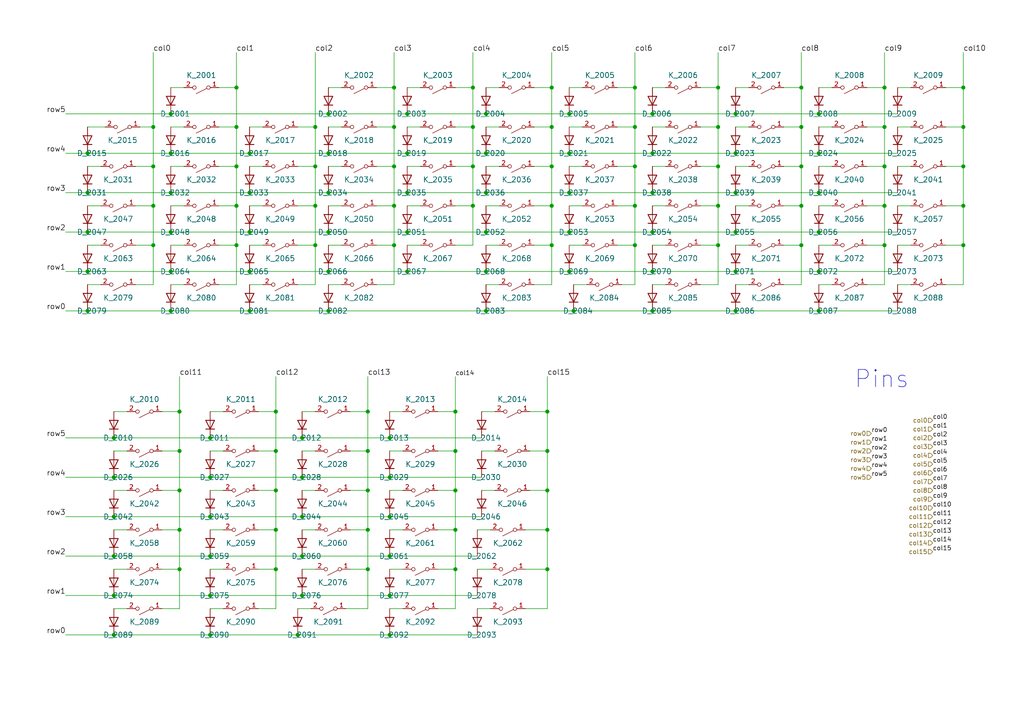
<source format=kicad_sch>
(kicad_sch (version 20211123) (generator eeschema)

  (uuid f1f465bf-a49b-489d-838b-6f5acdd951f8)

  (paper "A4")

  (title_block
    (title "ValKey")
    (date "2022-09-02")
    (rev "0.3")
    (company "Thomas Schwery")
    (comment 1 "ValKey TKL Keyboard")
  )

  

  (junction (at 137.16 25.4) (diameter 1.016) (color 0 0 0 0)
    (uuid 01054a5d-6b6b-45ff-84b6-bea601598ee7)
  )
  (junction (at 25.4 67.31) (diameter 1.016) (color 0 0 0 0)
    (uuid 03ad5522-42b7-4df3-ab2d-596195d2e459)
  )
  (junction (at 184.15 36.83) (diameter 1.016) (color 0 0 0 0)
    (uuid 07700ffa-d79f-41a1-a101-29e30607fb27)
  )
  (junction (at 165.1 33.02) (diameter 1.016) (color 0 0 0 0)
    (uuid 07e5d2dd-0e64-4156-910f-dda5e191b7e6)
  )
  (junction (at 33.02 149.86) (diameter 1.016) (color 0 0 0 0)
    (uuid 07f1a18f-bc1f-4602-9b52-14a577f64775)
  )
  (junction (at 158.75 153.67) (diameter 1.016) (color 0 0 0 0)
    (uuid 08dd7e25-071b-4e31-b99d-6db0bf1cefc7)
  )
  (junction (at 60.96 172.72) (diameter 1.016) (color 0 0 0 0)
    (uuid 08e6a343-a03b-4bed-956c-001201bfa174)
  )
  (junction (at 33.02 127) (diameter 1.016) (color 0 0 0 0)
    (uuid 09561f12-5722-401e-9f7f-95fa8ec39c13)
  )
  (junction (at 208.28 25.4) (diameter 1.016) (color 0 0 0 0)
    (uuid 0b25e4ed-8215-415a-9824-b9b8240301ad)
  )
  (junction (at 25.4 78.74) (diameter 1.016) (color 0 0 0 0)
    (uuid 0f3aa9b5-875a-4747-8916-3c12e19f2870)
  )
  (junction (at 213.36 90.17) (diameter 1.016) (color 0 0 0 0)
    (uuid 0fb31ef8-3b31-4bd6-a1fa-977d7ba984f9)
  )
  (junction (at 132.08 130.81) (diameter 1.016) (color 0 0 0 0)
    (uuid 111be041-67f9-4f82-8644-2f9686b54aff)
  )
  (junction (at 95.25 78.74) (diameter 1.016) (color 0 0 0 0)
    (uuid 150388b8-018f-47bd-a26f-6217d737e399)
  )
  (junction (at 52.07 165.1) (diameter 1.016) (color 0 0 0 0)
    (uuid 1508fa98-9660-4f16-9d61-a781e7aff204)
  )
  (junction (at 279.4 59.69) (diameter 1.016) (color 0 0 0 0)
    (uuid 15aea11e-e9aa-4548-8a56-f701e57158e8)
  )
  (junction (at 140.97 33.02) (diameter 1.016) (color 0 0 0 0)
    (uuid 1825fccf-cdbf-4d77-9cbd-77f928b3cb8b)
  )
  (junction (at 213.36 55.88) (diameter 1.016) (color 0 0 0 0)
    (uuid 1cbd01dd-0986-4460-8a85-bd519eb58b0d)
  )
  (junction (at 95.25 44.45) (diameter 1.016) (color 0 0 0 0)
    (uuid 1e64f543-dedb-41b5-bb45-ee25f1492bcc)
  )
  (junction (at 80.01 153.67) (diameter 1.016) (color 0 0 0 0)
    (uuid 1ff17cba-da42-4844-965a-1cb1ab641833)
  )
  (junction (at 213.36 67.31) (diameter 1.016) (color 0 0 0 0)
    (uuid 2365b1ef-d126-4a6a-80ea-52458466e0cb)
  )
  (junction (at 33.02 184.15) (diameter 1.016) (color 0 0 0 0)
    (uuid 250ea4fb-ef88-4b21-b370-7cecf8517e83)
  )
  (junction (at 189.23 44.45) (diameter 1.016) (color 0 0 0 0)
    (uuid 2686d7af-d801-4cb4-afa3-f59a9019e84d)
  )
  (junction (at 208.28 36.83) (diameter 1.016) (color 0 0 0 0)
    (uuid 26dddd4d-1a01-418a-85b1-791b04d4a6a7)
  )
  (junction (at 256.54 59.69) (diameter 1.016) (color 0 0 0 0)
    (uuid 28c7b1a7-b9d5-4002-a2c0-d8a53014ff52)
  )
  (junction (at 114.3 36.83) (diameter 1.016) (color 0 0 0 0)
    (uuid 29656f95-d56a-40d0-9acd-7dd3a429c6b8)
  )
  (junction (at 140.97 90.17) (diameter 1.016) (color 0 0 0 0)
    (uuid 29a45075-1af1-432a-88cd-cff887f246df)
  )
  (junction (at 87.63 138.43) (diameter 1.016) (color 0 0 0 0)
    (uuid 2dc6fc4e-9ec6-4a13-b09a-837caaea0b21)
  )
  (junction (at 86.36 184.15) (diameter 1.016) (color 0 0 0 0)
    (uuid 2f8dc1ae-4e0f-427e-bb4a-89054c9435eb)
  )
  (junction (at 232.41 36.83) (diameter 1.016) (color 0 0 0 0)
    (uuid 2fb74880-7684-4944-b74a-8966de39f860)
  )
  (junction (at 44.45 36.83) (diameter 1.016) (color 0 0 0 0)
    (uuid 34012f1f-fc4b-402c-add1-27247dc68aad)
  )
  (junction (at 72.39 67.31) (diameter 1.016) (color 0 0 0 0)
    (uuid 34108101-b38c-4e2c-a990-33eab6936e14)
  )
  (junction (at 184.15 71.12) (diameter 1.016) (color 0 0 0 0)
    (uuid 349f8738-b4a0-4792-a415-1c426245577f)
  )
  (junction (at 95.25 55.88) (diameter 1.016) (color 0 0 0 0)
    (uuid 35571c44-bf37-44eb-ad57-0127e5b1f88a)
  )
  (junction (at 87.63 172.72) (diameter 1.016) (color 0 0 0 0)
    (uuid 3626e30e-4a65-44c1-9d9f-f06c2d04f106)
  )
  (junction (at 118.11 67.31) (diameter 1.016) (color 0 0 0 0)
    (uuid 39cb1ba3-f845-4668-a906-f81b529a7357)
  )
  (junction (at 87.63 127) (diameter 1.016) (color 0 0 0 0)
    (uuid 3c939520-fce4-46e4-a6ee-f5955fe689ae)
  )
  (junction (at 232.41 71.12) (diameter 1.016) (color 0 0 0 0)
    (uuid 3d928bb9-a9a9-40ae-9d3d-ccd6b73da75f)
  )
  (junction (at 160.02 48.26) (diameter 1.016) (color 0 0 0 0)
    (uuid 41e278fc-f906-41ab-b9a6-5bd04a12ad7c)
  )
  (junction (at 33.02 172.72) (diameter 1.016) (color 0 0 0 0)
    (uuid 4203d946-3b67-47fb-9805-a48672a53877)
  )
  (junction (at 160.02 71.12) (diameter 1.016) (color 0 0 0 0)
    (uuid 42377515-166f-405f-8786-dd990a1b0a97)
  )
  (junction (at 95.25 33.02) (diameter 1.016) (color 0 0 0 0)
    (uuid 429cc7b0-abde-457b-b5e9-1370c4843ec6)
  )
  (junction (at 33.02 138.43) (diameter 1.016) (color 0 0 0 0)
    (uuid 43375eeb-a9c7-40ed-94a8-b0879338d929)
  )
  (junction (at 68.58 59.69) (diameter 1.016) (color 0 0 0 0)
    (uuid 472a0501-921f-416a-8954-b06a188ce82e)
  )
  (junction (at 237.49 90.17) (diameter 1.016) (color 0 0 0 0)
    (uuid 47c707a6-9079-4b46-82dc-706e196969b4)
  )
  (junction (at 189.23 33.02) (diameter 1.016) (color 0 0 0 0)
    (uuid 4845bcdc-3c56-4da9-bfc8-2d1694368b6c)
  )
  (junction (at 118.11 33.02) (diameter 1.016) (color 0 0 0 0)
    (uuid 4a61fd1e-9a8d-4dc3-9833-0383ea364b55)
  )
  (junction (at 237.49 44.45) (diameter 1.016) (color 0 0 0 0)
    (uuid 4b76ead9-7cab-4d67-bacb-1f3d456699bd)
  )
  (junction (at 137.16 59.69) (diameter 1.016) (color 0 0 0 0)
    (uuid 4ca0bf69-27a9-488d-ada9-95ca915c8cd2)
  )
  (junction (at 184.15 59.69) (diameter 1.016) (color 0 0 0 0)
    (uuid 4cdf1f88-71bb-4d89-9463-a02463ef6a36)
  )
  (junction (at 158.75 165.1) (diameter 1.016) (color 0 0 0 0)
    (uuid 4e008711-f862-4e20-9a4c-4ff6cdc77229)
  )
  (junction (at 213.36 33.02) (diameter 1.016) (color 0 0 0 0)
    (uuid 4e843f54-cbe0-45aa-8f7e-e684bd1757e3)
  )
  (junction (at 68.58 36.83) (diameter 1.016) (color 0 0 0 0)
    (uuid 52a79f77-5ab7-4fbb-b60a-5c0e5fde7ecb)
  )
  (junction (at 256.54 36.83) (diameter 1.016) (color 0 0 0 0)
    (uuid 5694477d-3e85-4fbd-bb4e-ac504e6867fd)
  )
  (junction (at 165.1 55.88) (diameter 1.016) (color 0 0 0 0)
    (uuid 56b0fdb7-5852-4aca-9e24-286da8bc6ba5)
  )
  (junction (at 232.41 48.26) (diameter 1.016) (color 0 0 0 0)
    (uuid 5a6d37ad-8104-42c4-91df-013dfe2d9742)
  )
  (junction (at 160.02 59.69) (diameter 1.016) (color 0 0 0 0)
    (uuid 5b3cd1d6-9d6a-4581-96d3-5dfef676e037)
  )
  (junction (at 189.23 78.74) (diameter 1.016) (color 0 0 0 0)
    (uuid 5bb94c7c-b944-4cac-81d9-cacd3c2c0812)
  )
  (junction (at 87.63 161.29) (diameter 1.016) (color 0 0 0 0)
    (uuid 5db9bff6-01cb-4357-a652-5ca503678c49)
  )
  (junction (at 80.01 130.81) (diameter 1.016) (color 0 0 0 0)
    (uuid 5f3d4d38-b8e5-46fe-b1b9-d1be25e96a37)
  )
  (junction (at 256.54 25.4) (diameter 1.016) (color 0 0 0 0)
    (uuid 61048ccc-220a-449f-bb2c-de53f86d4e7b)
  )
  (junction (at 232.41 59.69) (diameter 1.016) (color 0 0 0 0)
    (uuid 619416d7-7329-4480-9393-3b6fd9652b80)
  )
  (junction (at 91.44 71.12) (diameter 1.016) (color 0 0 0 0)
    (uuid 61ed06a5-42e9-4338-a9d2-41e376fac84d)
  )
  (junction (at 49.53 67.31) (diameter 1.016) (color 0 0 0 0)
    (uuid 6463067b-bc0b-473e-aed2-28bdbb7c111d)
  )
  (junction (at 132.08 153.67) (diameter 1.016) (color 0 0 0 0)
    (uuid 65f0c981-2ae9-414e-9e63-2ac3f07b6a49)
  )
  (junction (at 114.3 71.12) (diameter 1.016) (color 0 0 0 0)
    (uuid 68117e1c-ba4b-4614-b934-70a510654033)
  )
  (junction (at 137.16 36.83) (diameter 1.016) (color 0 0 0 0)
    (uuid 6984a8ce-c169-41be-94ed-e47c231b132c)
  )
  (junction (at 189.23 67.31) (diameter 1.016) (color 0 0 0 0)
    (uuid 6bedc2b0-2ebd-4735-ba4c-7299a7fddf89)
  )
  (junction (at 106.68 165.1) (diameter 1.016) (color 0 0 0 0)
    (uuid 6c8f2b93-67f5-48d3-a048-38a3da083878)
  )
  (junction (at 25.4 44.45) (diameter 1.016) (color 0 0 0 0)
    (uuid 6ca8562c-4bbe-4d33-821a-22b2aa303a6f)
  )
  (junction (at 213.36 78.74) (diameter 1.016) (color 0 0 0 0)
    (uuid 6f52939e-f8ee-470d-bead-31347e93f276)
  )
  (junction (at 68.58 48.26) (diameter 1.016) (color 0 0 0 0)
    (uuid 70ae4f94-15d5-4b55-b46f-f4935eef3465)
  )
  (junction (at 60.96 161.29) (diameter 1.016) (color 0 0 0 0)
    (uuid 7189c275-68a7-4b68-8683-4bfb679e0015)
  )
  (junction (at 106.68 153.67) (diameter 1.016) (color 0 0 0 0)
    (uuid 73c9fe8d-ad2b-43a0-8b04-f06de6d114fc)
  )
  (junction (at 87.63 149.86) (diameter 1.016) (color 0 0 0 0)
    (uuid 75197075-b234-4f12-965a-eb4f632f2248)
  )
  (junction (at 106.68 130.81) (diameter 1.016) (color 0 0 0 0)
    (uuid 756bdf51-c579-49ff-90ee-fde291b112d9)
  )
  (junction (at 60.96 149.86) (diameter 1.016) (color 0 0 0 0)
    (uuid 7603c1c3-2151-4b2f-ace1-968091d34992)
  )
  (junction (at 113.03 184.15) (diameter 1.016) (color 0 0 0 0)
    (uuid 789d17cc-128a-43e9-82da-adee0d0ee6c4)
  )
  (junction (at 52.07 142.24) (diameter 1.016) (color 0 0 0 0)
    (uuid 78bc7396-0310-44cf-9408-3ef5205e1f40)
  )
  (junction (at 49.53 44.45) (diameter 1.016) (color 0 0 0 0)
    (uuid 794f664c-7f6d-41d4-9cdb-6f23fd3046ee)
  )
  (junction (at 95.25 90.17) (diameter 1.016) (color 0 0 0 0)
    (uuid 7adc47f0-2674-438a-a069-ae7577a7d6f2)
  )
  (junction (at 106.68 142.24) (diameter 1.016) (color 0 0 0 0)
    (uuid 7edf8a01-405d-42a8-95bb-4b4bfd295c86)
  )
  (junction (at 49.53 33.02) (diameter 1.016) (color 0 0 0 0)
    (uuid 81694a7a-a966-41ec-b2ea-47fb7aa0bd56)
  )
  (junction (at 52.07 119.38) (diameter 1.016) (color 0 0 0 0)
    (uuid 83396a68-112f-4ee7-a65b-e5e03c6f263d)
  )
  (junction (at 91.44 48.26) (diameter 1.016) (color 0 0 0 0)
    (uuid 83c3eb75-effa-43dc-a5bc-a4edf6dba8f6)
  )
  (junction (at 91.44 36.83) (diameter 1.016) (color 0 0 0 0)
    (uuid 844c5209-7d6b-4a7e-8d29-7f955d8cbc22)
  )
  (junction (at 95.25 67.31) (diameter 1.016) (color 0 0 0 0)
    (uuid 85b9d4d6-4128-430d-bef2-81c92cace9fb)
  )
  (junction (at 237.49 67.31) (diameter 1.016) (color 0 0 0 0)
    (uuid 8a168d6c-56b1-4a62-a2e7-a75918b986d0)
  )
  (junction (at 232.41 25.4) (diameter 1.016) (color 0 0 0 0)
    (uuid 8a6a4d1f-1068-4d4a-8a6a-e33ccc8a4226)
  )
  (junction (at 60.96 184.15) (diameter 1.016) (color 0 0 0 0)
    (uuid 8cdf8467-4d38-4559-9502-ae6a85b0fa0f)
  )
  (junction (at 49.53 55.88) (diameter 1.016) (color 0 0 0 0)
    (uuid 8faaaad7-4774-4e62-9794-941b2fbd27e1)
  )
  (junction (at 25.4 90.17) (diameter 1.016) (color 0 0 0 0)
    (uuid 906dd055-e40a-4a5a-bd68-3bb80b5ef36c)
  )
  (junction (at 237.49 55.88) (diameter 1.016) (color 0 0 0 0)
    (uuid 91a700d5-7870-4abf-982f-2d7b16d3ef7c)
  )
  (junction (at 237.49 33.02) (diameter 1.016) (color 0 0 0 0)
    (uuid 91edc322-6e40-4668-b3b1-b66dd5c4009a)
  )
  (junction (at 80.01 165.1) (diameter 1.016) (color 0 0 0 0)
    (uuid 9273f265-ff52-4789-9056-676086fd56b2)
  )
  (junction (at 208.28 71.12) (diameter 1.016) (color 0 0 0 0)
    (uuid 953af715-c9c1-4c25-8230-8c7fd8e37a2c)
  )
  (junction (at 165.1 67.31) (diameter 1.016) (color 0 0 0 0)
    (uuid 9715640a-bd83-4815-8c4d-09a843ccfcb9)
  )
  (junction (at 113.03 172.72) (diameter 1.016) (color 0 0 0 0)
    (uuid 9807255a-4a78-4d7c-8b27-5a20951ad560)
  )
  (junction (at 72.39 78.74) (diameter 1.016) (color 0 0 0 0)
    (uuid 991161c9-3909-4f48-a9c4-c996fee798d7)
  )
  (junction (at 279.4 36.83) (diameter 1.016) (color 0 0 0 0)
    (uuid 99b4fb08-9204-40a6-9a5b-19c1e977ae5b)
  )
  (junction (at 49.53 90.17) (diameter 1.016) (color 0 0 0 0)
    (uuid 9cdb5148-6abb-4dd2-a800-b25627fef86c)
  )
  (junction (at 44.45 71.12) (diameter 1.016) (color 0 0 0 0)
    (uuid 9e117da1-f330-49cc-8184-121d672da341)
  )
  (junction (at 72.39 55.88) (diameter 1.016) (color 0 0 0 0)
    (uuid a1416ea5-4149-44cc-b7b7-252416af14cb)
  )
  (junction (at 91.44 59.69) (diameter 1.016) (color 0 0 0 0)
    (uuid a6363da6-8183-49d7-88d8-eeb2f65aa939)
  )
  (junction (at 49.53 78.74) (diameter 1.016) (color 0 0 0 0)
    (uuid a649cf8f-9e95-4b86-bcc5-249edacdce95)
  )
  (junction (at 137.16 48.26) (diameter 1.016) (color 0 0 0 0)
    (uuid a70417d9-174c-47f0-a5a5-049ba9208529)
  )
  (junction (at 184.15 48.26) (diameter 1.016) (color 0 0 0 0)
    (uuid a8f7c4e5-f40b-4560-935b-1266e80133f7)
  )
  (junction (at 80.01 119.38) (diameter 1.016) (color 0 0 0 0)
    (uuid aa18e167-11b8-4f68-b6de-088db7f93955)
  )
  (junction (at 114.3 25.4) (diameter 1.016) (color 0 0 0 0)
    (uuid ae62d495-8caa-4958-ae9f-c9d42af5308c)
  )
  (junction (at 60.96 138.43) (diameter 1.016) (color 0 0 0 0)
    (uuid afabc2eb-8d6e-4c0e-8b9a-089d22fd3f83)
  )
  (junction (at 279.4 48.26) (diameter 1.016) (color 0 0 0 0)
    (uuid b20054f7-6e65-4ade-9b0d-3fa69ea9272c)
  )
  (junction (at 72.39 44.45) (diameter 1.016) (color 0 0 0 0)
    (uuid b2d2feec-ebcc-4d87-ae60-b56b8c5490ac)
  )
  (junction (at 132.08 142.24) (diameter 1.016) (color 0 0 0 0)
    (uuid b2e080b7-9fd4-4fdb-b964-2ae3228e45cc)
  )
  (junction (at 72.39 90.17) (diameter 1.016) (color 0 0 0 0)
    (uuid b354454e-1294-47eb-8586-993a357b2c0a)
  )
  (junction (at 44.45 48.26) (diameter 1.016) (color 0 0 0 0)
    (uuid b5805ec8-91a8-4b47-9649-937bf370a08d)
  )
  (junction (at 132.08 165.1) (diameter 1.016) (color 0 0 0 0)
    (uuid b58aac30-4633-4f2a-bfd9-0aa0304ff16a)
  )
  (junction (at 113.03 161.29) (diameter 1.016) (color 0 0 0 0)
    (uuid b5b2c814-b46d-4106-a52b-b8eee0ffb9b5)
  )
  (junction (at 118.11 44.45) (diameter 1.016) (color 0 0 0 0)
    (uuid b64e64be-ffe1-4b99-80f1-e1057228d294)
  )
  (junction (at 256.54 48.26) (diameter 1.016) (color 0 0 0 0)
    (uuid b86d77b7-011e-4ea5-a057-200f7ea4af14)
  )
  (junction (at 60.96 127) (diameter 1.016) (color 0 0 0 0)
    (uuid b8cde151-f2d6-48c3-b3d7-1795b1e55893)
  )
  (junction (at 140.97 55.88) (diameter 1.016) (color 0 0 0 0)
    (uuid b8cea8a5-18cb-41d4-bdd0-31ed761e12fd)
  )
  (junction (at 113.03 138.43) (diameter 1.016) (color 0 0 0 0)
    (uuid b982198f-9e65-46ee-8eb4-deef9c3a80e1)
  )
  (junction (at 113.03 149.86) (diameter 1.016) (color 0 0 0 0)
    (uuid bf3516ab-9684-47a0-a92d-1dc597e920ef)
  )
  (junction (at 44.45 59.69) (diameter 1.016) (color 0 0 0 0)
    (uuid c13d3cb6-775b-4d5d-8ae8-02af1f6f429f)
  )
  (junction (at 158.75 130.81) (diameter 1.016) (color 0 0 0 0)
    (uuid c17fe5ce-c43f-437b-89d7-bb318db954e1)
  )
  (junction (at 140.97 78.74) (diameter 1.016) (color 0 0 0 0)
    (uuid c227e180-f53a-402e-b15f-f6f7dd0acb95)
  )
  (junction (at 279.4 25.4) (diameter 1.016) (color 0 0 0 0)
    (uuid c34fb641-a98b-4e0a-9f03-7365b9c3b46b)
  )
  (junction (at 113.03 127) (diameter 1.016) (color 0 0 0 0)
    (uuid c3a2d95c-712c-4d60-b53e-5baa953aa2d3)
  )
  (junction (at 132.08 119.38) (diameter 1.016) (color 0 0 0 0)
    (uuid c6cae515-51f3-4e0e-ac1f-803a000e6b0b)
  )
  (junction (at 114.3 59.69) (diameter 1.016) (color 0 0 0 0)
    (uuid c74e6107-a611-4841-a7eb-af94ffff46ed)
  )
  (junction (at 237.49 78.74) (diameter 1.016) (color 0 0 0 0)
    (uuid c7a8281a-1d52-4717-8ce1-5f4fcbfb25ed)
  )
  (junction (at 158.75 119.38) (diameter 1.016) (color 0 0 0 0)
    (uuid c7acb08e-9aac-41a0-b886-04d693c57e29)
  )
  (junction (at 208.28 59.69) (diameter 1.016) (color 0 0 0 0)
    (uuid cc509291-4bd2-44ee-af84-2d163206151f)
  )
  (junction (at 52.07 130.81) (diameter 1.016) (color 0 0 0 0)
    (uuid ccb94d15-87b2-421e-ac37-f612a813743f)
  )
  (junction (at 140.97 44.45) (diameter 1.016) (color 0 0 0 0)
    (uuid cd63537a-2a42-4516-ba49-e1695fb1596e)
  )
  (junction (at 184.15 25.4) (diameter 1.016) (color 0 0 0 0)
    (uuid cd79f1c7-041a-4f97-9233-9a971075324b)
  )
  (junction (at 160.02 36.83) (diameter 1.016) (color 0 0 0 0)
    (uuid d0190201-96c9-42dd-bf59-cbe509eac1ce)
  )
  (junction (at 33.02 161.29) (diameter 1.016) (color 0 0 0 0)
    (uuid d45e2529-ee85-4a18-8230-54eb81d1fb3c)
  )
  (junction (at 208.28 48.26) (diameter 1.016) (color 0 0 0 0)
    (uuid d4d065f5-53a7-46e1-98e1-c7c6ae4249f7)
  )
  (junction (at 52.07 153.67) (diameter 1.016) (color 0 0 0 0)
    (uuid d589ca34-23dd-4377-b66e-fa07d41af846)
  )
  (junction (at 213.36 44.45) (diameter 1.016) (color 0 0 0 0)
    (uuid d6507001-ee14-42a5-8ba9-22538974eee6)
  )
  (junction (at 166.37 90.17) (diameter 1.016) (color 0 0 0 0)
    (uuid d73fda1e-c56c-4f08-b246-897c12abe502)
  )
  (junction (at 160.02 25.4) (diameter 1.016) (color 0 0 0 0)
    (uuid d86c4a03-0dd5-48cb-94da-0d5c2c4d5b9f)
  )
  (junction (at 140.97 67.31) (diameter 1.016) (color 0 0 0 0)
    (uuid da5588b6-e153-4a5e-971c-f9560109b6f4)
  )
  (junction (at 189.23 90.17) (diameter 1.016) (color 0 0 0 0)
    (uuid ddb0d6c2-4d79-4006-94dc-90fb0e07bdfe)
  )
  (junction (at 118.11 78.74) (diameter 1.016) (color 0 0 0 0)
    (uuid e2844b83-d500-421e-aed9-6eaea19614d0)
  )
  (junction (at 165.1 44.45) (diameter 1.016) (color 0 0 0 0)
    (uuid e59df334-c7b2-40db-9fed-c4d4e2c9b129)
  )
  (junction (at 118.11 55.88) (diameter 1.016) (color 0 0 0 0)
    (uuid ece6cfbd-56b7-4841-9496-7bf412844a72)
  )
  (junction (at 68.58 25.4) (diameter 1.016) (color 0 0 0 0)
    (uuid ed98a8b9-7d83-4a49-95bd-8a10ec401c84)
  )
  (junction (at 189.23 55.88) (diameter 1.016) (color 0 0 0 0)
    (uuid f0ac38c7-1be8-41ab-8a9c-95be9a91aad2)
  )
  (junction (at 165.1 78.74) (diameter 1.016) (color 0 0 0 0)
    (uuid f27c0851-6a96-4633-8b19-715071f9a9b3)
  )
  (junction (at 68.58 71.12) (diameter 1.016) (color 0 0 0 0)
    (uuid f96b44f7-9478-4a7a-9c02-8ba266852db3)
  )
  (junction (at 158.75 142.24) (diameter 1.016) (color 0 0 0 0)
    (uuid f970c545-5573-436e-8954-5d1956be8c41)
  )
  (junction (at 256.54 71.12) (diameter 1.016) (color 0 0 0 0)
    (uuid fa09edca-0628-4087-8db5-db985449f97f)
  )
  (junction (at 279.4 71.12) (diameter 1.016) (color 0 0 0 0)
    (uuid fbe87dde-8818-476a-b586-756b2de8bafb)
  )
  (junction (at 106.68 119.38) (diameter 1.016) (color 0 0 0 0)
    (uuid fc5a4866-8de9-4dc5-9b4d-0445c8e715b9)
  )
  (junction (at 114.3 48.26) (diameter 1.016) (color 0 0 0 0)
    (uuid fcd04fcc-315d-41b9-a5f2-9fe56a0cd687)
  )
  (junction (at 25.4 55.88) (diameter 1.016) (color 0 0 0 0)
    (uuid ff3ca0e1-5afb-42f1-bef0-e02c35025621)
  )
  (junction (at 80.01 142.24) (diameter 1.016) (color 0 0 0 0)
    (uuid ffd1c9c0-a3ad-44b5-8f8e-4a551097871a)
  )

  (wire (pts (xy 49.53 90.17) (xy 72.39 90.17))
    (stroke (width 0) (type solid) (color 0 0 0 0))
    (uuid 008a6874-ce3c-4694-8416-9360bec22271)
  )
  (wire (pts (xy 232.41 71.12) (xy 232.41 59.69))
    (stroke (width 0) (type solid) (color 0 0 0 0))
    (uuid 0092a688-9287-414d-9bae-52690f930c64)
  )
  (wire (pts (xy 87.63 142.24) (xy 91.44 142.24))
    (stroke (width 0) (type solid) (color 0 0 0 0))
    (uuid 00e679ce-02b8-4076-8c41-a6905617dd8c)
  )
  (wire (pts (xy 74.93 142.24) (xy 80.01 142.24))
    (stroke (width 0) (type solid) (color 0 0 0 0))
    (uuid 01e3c812-0aa6-418f-952b-59a3a658ad6f)
  )
  (wire (pts (xy 60.96 142.24) (xy 64.77 142.24))
    (stroke (width 0) (type solid) (color 0 0 0 0))
    (uuid 02e1c603-5e5a-4261-af95-3756ad6a6bb6)
  )
  (wire (pts (xy 49.53 82.55) (xy 53.34 82.55))
    (stroke (width 0) (type solid) (color 0 0 0 0))
    (uuid 0364f768-3e74-415d-bf0e-660fcffb2281)
  )
  (wire (pts (xy 72.39 44.45) (xy 95.25 44.45))
    (stroke (width 0) (type solid) (color 0 0 0 0))
    (uuid 0450320d-f286-4ab8-afbf-32ebe0d58e7f)
  )
  (wire (pts (xy 63.5 36.83) (xy 68.58 36.83))
    (stroke (width 0) (type solid) (color 0 0 0 0))
    (uuid 06593edb-349e-463e-a629-27d7a3596707)
  )
  (wire (pts (xy 184.15 71.12) (xy 184.15 82.55))
    (stroke (width 0) (type solid) (color 0 0 0 0))
    (uuid 0696edc3-a3e6-4116-a53a-54377f957427)
  )
  (wire (pts (xy 227.33 48.26) (xy 232.41 48.26))
    (stroke (width 0) (type solid) (color 0 0 0 0))
    (uuid 06a55ecb-9429-4edd-8873-e26149574a02)
  )
  (wire (pts (xy 49.53 36.83) (xy 53.34 36.83))
    (stroke (width 0) (type solid) (color 0 0 0 0))
    (uuid 0758d7c2-102f-460e-bfa3-7e402f08c113)
  )
  (wire (pts (xy 19.05 33.02) (xy 49.53 33.02))
    (stroke (width 0) (type solid) (color 0 0 0 0))
    (uuid 07e20ed4-be02-452b-a45c-061f845e3479)
  )
  (wire (pts (xy 52.07 165.1) (xy 52.07 153.67))
    (stroke (width 0) (type solid) (color 0 0 0 0))
    (uuid 082a40d2-6662-4146-9024-20b9d58d4e91)
  )
  (wire (pts (xy 113.03 127) (xy 139.7 127))
    (stroke (width 0) (type solid) (color 0 0 0 0))
    (uuid 0831b876-3119-4749-a19f-0fcdef3de7cd)
  )
  (wire (pts (xy 274.32 25.4) (xy 279.4 25.4))
    (stroke (width 0) (type solid) (color 0 0 0 0))
    (uuid 09ffc2e4-23e8-4510-98aa-601c268709f5)
  )
  (wire (pts (xy 260.35 67.31) (xy 237.49 67.31))
    (stroke (width 0) (type solid) (color 0 0 0 0))
    (uuid 0b8c24a2-1a54-43c0-9316-ead9b4e7f805)
  )
  (wire (pts (xy 237.49 71.12) (xy 241.3 71.12))
    (stroke (width 0) (type solid) (color 0 0 0 0))
    (uuid 0c1639d5-c9a4-457e-b278-034f905ef728)
  )
  (wire (pts (xy 68.58 15.24) (xy 68.58 25.4))
    (stroke (width 0) (type solid) (color 0 0 0 0))
    (uuid 0cc6aabe-523f-4906-90df-3bd3ab822bb6)
  )
  (wire (pts (xy 60.96 130.81) (xy 64.77 130.81))
    (stroke (width 0) (type solid) (color 0 0 0 0))
    (uuid 0d1e9082-cfb0-4349-92fa-2925bc2359bb)
  )
  (wire (pts (xy 132.08 36.83) (xy 137.16 36.83))
    (stroke (width 0) (type solid) (color 0 0 0 0))
    (uuid 0d97504e-887f-40a7-874d-6aa26e71c8bd)
  )
  (wire (pts (xy 138.43 176.53) (xy 142.24 176.53))
    (stroke (width 0) (type solid) (color 0 0 0 0))
    (uuid 0dcce07d-e68a-40ac-89cb-79a19dd6b5ad)
  )
  (wire (pts (xy 184.15 48.26) (xy 184.15 36.83))
    (stroke (width 0) (type solid) (color 0 0 0 0))
    (uuid 0deb3b0b-c85e-4d35-8495-84d0def83d10)
  )
  (wire (pts (xy 91.44 59.69) (xy 91.44 48.26))
    (stroke (width 0) (type solid) (color 0 0 0 0))
    (uuid 0e5d5186-8d78-43b2-9a3a-187bc062de18)
  )
  (wire (pts (xy 95.25 48.26) (xy 99.06 48.26))
    (stroke (width 0) (type solid) (color 0 0 0 0))
    (uuid 1113dd32-e052-4bf3-bb8e-13e2252ec77e)
  )
  (wire (pts (xy 49.53 55.88) (xy 72.39 55.88))
    (stroke (width 0) (type solid) (color 0 0 0 0))
    (uuid 115153fd-fe35-4ab3-9a47-8cd8fd730d34)
  )
  (wire (pts (xy 208.28 15.24) (xy 208.28 25.4))
    (stroke (width 0) (type solid) (color 0 0 0 0))
    (uuid 11a05adf-dd17-4810-be6e-96286ff6b7ed)
  )
  (wire (pts (xy 91.44 71.12) (xy 91.44 82.55))
    (stroke (width 0) (type solid) (color 0 0 0 0))
    (uuid 11b4e2c7-1e96-426f-a3ce-78de734545de)
  )
  (wire (pts (xy 114.3 36.83) (xy 114.3 25.4))
    (stroke (width 0) (type solid) (color 0 0 0 0))
    (uuid 122b2935-af29-4e2a-959a-033d2c50cda0)
  )
  (wire (pts (xy 72.39 71.12) (xy 76.2 71.12))
    (stroke (width 0) (type solid) (color 0 0 0 0))
    (uuid 12af604a-1198-426f-9b19-654c9ef14835)
  )
  (wire (pts (xy 49.53 78.74) (xy 72.39 78.74))
    (stroke (width 0) (type solid) (color 0 0 0 0))
    (uuid 12e0b6ed-2a2f-482b-a90e-24222ffafcc2)
  )
  (wire (pts (xy 33.02 149.86) (xy 60.96 149.86))
    (stroke (width 0) (type solid) (color 0 0 0 0))
    (uuid 13c9f8ee-1114-4d6c-8e42-efc9cf66af41)
  )
  (wire (pts (xy 189.23 59.69) (xy 193.04 59.69))
    (stroke (width 0) (type solid) (color 0 0 0 0))
    (uuid 149f8e5e-f675-4add-ac61-38c69d259db4)
  )
  (wire (pts (xy 256.54 71.12) (xy 256.54 82.55))
    (stroke (width 0) (type solid) (color 0 0 0 0))
    (uuid 16d62f4d-be5a-4b95-ae07-ecf5c7218c2f)
  )
  (wire (pts (xy 52.07 109.22) (xy 52.07 119.38))
    (stroke (width 0) (type solid) (color 0 0 0 0))
    (uuid 174643b6-b11a-4011-859e-c5335dd7c7a1)
  )
  (wire (pts (xy 189.23 82.55) (xy 193.04 82.55))
    (stroke (width 0) (type solid) (color 0 0 0 0))
    (uuid 175ef85c-c6c3-45bf-be44-515b808305f1)
  )
  (wire (pts (xy 113.03 119.38) (xy 116.84 119.38))
    (stroke (width 0) (type solid) (color 0 0 0 0))
    (uuid 17709604-6ba0-4543-92cc-413e0c8a714a)
  )
  (wire (pts (xy 87.63 138.43) (xy 113.03 138.43))
    (stroke (width 0) (type solid) (color 0 0 0 0))
    (uuid 178c9cb9-1a72-4d84-aa1b-ec5ecd17aa5b)
  )
  (wire (pts (xy 113.03 172.72) (xy 138.43 172.72))
    (stroke (width 0) (type solid) (color 0 0 0 0))
    (uuid 1829bfe3-b2ec-4204-94af-71615c372485)
  )
  (wire (pts (xy 232.41 71.12) (xy 232.41 82.55))
    (stroke (width 0) (type solid) (color 0 0 0 0))
    (uuid 1a49eeb9-b102-424d-91f8-81a2e0add926)
  )
  (wire (pts (xy 63.5 59.69) (xy 68.58 59.69))
    (stroke (width 0) (type solid) (color 0 0 0 0))
    (uuid 1c2cafff-0585-4f88-8887-dbab11881f45)
  )
  (wire (pts (xy 72.39 55.88) (xy 95.25 55.88))
    (stroke (width 0) (type solid) (color 0 0 0 0))
    (uuid 1db6b30d-fb5c-49bf-955a-3770a124ed02)
  )
  (wire (pts (xy 132.08 130.81) (xy 132.08 119.38))
    (stroke (width 0) (type solid) (color 0 0 0 0))
    (uuid 1e17c8ca-c470-45f7-a31c-db962c9c61c6)
  )
  (wire (pts (xy 180.34 82.55) (xy 184.15 82.55))
    (stroke (width 0) (type solid) (color 0 0 0 0))
    (uuid 1f980a56-5759-4fd7-a78f-9f9a10c46346)
  )
  (wire (pts (xy 127 130.81) (xy 132.08 130.81))
    (stroke (width 0) (type solid) (color 0 0 0 0))
    (uuid 228d69c0-1321-43d5-a385-a16ba6df6bce)
  )
  (wire (pts (xy 106.68 109.22) (xy 106.68 119.38))
    (stroke (width 0) (type solid) (color 0 0 0 0))
    (uuid 22cf9d06-b7e2-4131-896e-aae6cfacef29)
  )
  (wire (pts (xy 179.07 25.4) (xy 184.15 25.4))
    (stroke (width 0) (type solid) (color 0 0 0 0))
    (uuid 253c5e7f-c6d6-4e22-8300-cd7ab04b7762)
  )
  (wire (pts (xy 52.07 142.24) (xy 52.07 130.81))
    (stroke (width 0) (type solid) (color 0 0 0 0))
    (uuid 256d7f31-c221-4302-b174-b5ad8c54ba69)
  )
  (wire (pts (xy 25.4 82.55) (xy 29.21 82.55))
    (stroke (width 0) (type solid) (color 0 0 0 0))
    (uuid 25944e1b-8c86-49a4-a33c-4bf1942622a5)
  )
  (wire (pts (xy 227.33 25.4) (xy 232.41 25.4))
    (stroke (width 0) (type solid) (color 0 0 0 0))
    (uuid 25961b02-dbb1-4d60-b32e-3d9a136b7cd2)
  )
  (wire (pts (xy 118.11 44.45) (xy 140.97 44.45))
    (stroke (width 0) (type solid) (color 0 0 0 0))
    (uuid 27df0b9e-29fe-4757-abce-dc91f14f784d)
  )
  (wire (pts (xy 91.44 71.12) (xy 91.44 59.69))
    (stroke (width 0) (type solid) (color 0 0 0 0))
    (uuid 27e85809-9b47-41a1-9531-dc982980a001)
  )
  (wire (pts (xy 158.75 142.24) (xy 158.75 153.67))
    (stroke (width 0) (type solid) (color 0 0 0 0))
    (uuid 28affa07-3418-4cb1-a12d-86ff963edc56)
  )
  (wire (pts (xy 213.36 48.26) (xy 217.17 48.26))
    (stroke (width 0) (type solid) (color 0 0 0 0))
    (uuid 28c0e339-42a5-4978-aea4-f29a49d8146c)
  )
  (wire (pts (xy 137.16 36.83) (xy 137.16 25.4))
    (stroke (width 0) (type solid) (color 0 0 0 0))
    (uuid 29fba4f5-33fd-461e-b341-c49b8d945832)
  )
  (wire (pts (xy 118.11 67.31) (xy 140.97 67.31))
    (stroke (width 0) (type solid) (color 0 0 0 0))
    (uuid 2c0a3819-bfb3-4aa2-9f41-bc1c843e9584)
  )
  (wire (pts (xy 49.53 44.45) (xy 72.39 44.45))
    (stroke (width 0) (type solid) (color 0 0 0 0))
    (uuid 2c382cf7-d5c4-4889-a8c4-9841eaf7ac5d)
  )
  (wire (pts (xy 60.96 165.1) (xy 64.77 165.1))
    (stroke (width 0) (type solid) (color 0 0 0 0))
    (uuid 2cf5fb62-97ac-4f94-b7dd-dc7e12ca4e77)
  )
  (wire (pts (xy 25.4 71.12) (xy 29.21 71.12))
    (stroke (width 0) (type solid) (color 0 0 0 0))
    (uuid 2cfd18be-6d21-40c3-a819-b88b09466d37)
  )
  (wire (pts (xy 106.68 142.24) (xy 106.68 130.81))
    (stroke (width 0) (type solid) (color 0 0 0 0))
    (uuid 2d2aa710-d60b-42e6-a4c7-4ff395fa2bcb)
  )
  (wire (pts (xy 132.08 130.81) (xy 132.08 142.24))
    (stroke (width 0) (type solid) (color 0 0 0 0))
    (uuid 2d8d31ed-8799-4586-9be9-157ab80a02c9)
  )
  (wire (pts (xy 72.39 48.26) (xy 76.2 48.26))
    (stroke (width 0) (type solid) (color 0 0 0 0))
    (uuid 2f0fcf1b-bb1c-4a7d-a62c-822f7e93d95d)
  )
  (wire (pts (xy 106.68 165.1) (xy 106.68 176.53))
    (stroke (width 0) (type solid) (color 0 0 0 0))
    (uuid 2f44f1c1-8140-401c-abb1-7f071337e080)
  )
  (wire (pts (xy 87.63 165.1) (xy 91.44 165.1))
    (stroke (width 0) (type solid) (color 0 0 0 0))
    (uuid 3048c2c4-ad16-4caf-84ff-5b092da7f2ba)
  )
  (wire (pts (xy 237.49 55.88) (xy 260.35 55.88))
    (stroke (width 0) (type solid) (color 0 0 0 0))
    (uuid 30a646ec-3ddc-4ee9-9b07-b2e55227031c)
  )
  (wire (pts (xy 114.3 48.26) (xy 114.3 36.83))
    (stroke (width 0) (type solid) (color 0 0 0 0))
    (uuid 30b3075f-e626-4013-9059-c568bbf9d33d)
  )
  (wire (pts (xy 160.02 71.12) (xy 160.02 59.69))
    (stroke (width 0) (type solid) (color 0 0 0 0))
    (uuid 30d3db24-026a-41d4-8a9b-14b610c10c24)
  )
  (wire (pts (xy 237.49 48.26) (xy 241.3 48.26))
    (stroke (width 0) (type solid) (color 0 0 0 0))
    (uuid 31013221-4ea9-4d1a-b2d8-a938316777ea)
  )
  (wire (pts (xy 160.02 15.24) (xy 160.02 25.4))
    (stroke (width 0) (type solid) (color 0 0 0 0))
    (uuid 316d86b8-6d65-473a-a867-7dfb001654a0)
  )
  (wire (pts (xy 153.67 130.81) (xy 158.75 130.81))
    (stroke (width 0) (type solid) (color 0 0 0 0))
    (uuid 33a1fecd-5712-4282-aa9c-9e98fc369a73)
  )
  (wire (pts (xy 72.39 82.55) (xy 76.2 82.55))
    (stroke (width 0) (type solid) (color 0 0 0 0))
    (uuid 342a54d1-de45-48f5-9e00-40b10e004ca9)
  )
  (wire (pts (xy 213.36 82.55) (xy 217.17 82.55))
    (stroke (width 0) (type solid) (color 0 0 0 0))
    (uuid 3484fe14-5687-4477-9d90-c4b09507b80f)
  )
  (wire (pts (xy 237.49 33.02) (xy 260.35 33.02))
    (stroke (width 0) (type solid) (color 0 0 0 0))
    (uuid 356ab487-661c-49b4-b9ca-b68738c411ad)
  )
  (wire (pts (xy 25.4 55.88) (xy 49.53 55.88))
    (stroke (width 0) (type solid) (color 0 0 0 0))
    (uuid 35db05e8-95c4-4a94-9fd6-52627aa241ba)
  )
  (wire (pts (xy 109.22 25.4) (xy 114.3 25.4))
    (stroke (width 0) (type solid) (color 0 0 0 0))
    (uuid 3636f248-4f14-4288-ba8f-d0587fb6a674)
  )
  (wire (pts (xy 154.94 59.69) (xy 160.02 59.69))
    (stroke (width 0) (type solid) (color 0 0 0 0))
    (uuid 36417dd2-bef4-4df5-acfb-4011bfadae06)
  )
  (wire (pts (xy 256.54 48.26) (xy 256.54 36.83))
    (stroke (width 0) (type solid) (color 0 0 0 0))
    (uuid 36740bce-b1f4-4e26-84f5-9dcc41d8a355)
  )
  (wire (pts (xy 95.25 78.74) (xy 118.11 78.74))
    (stroke (width 0) (type solid) (color 0 0 0 0))
    (uuid 36c038a6-1b68-4739-8e04-9d3e997abec7)
  )
  (wire (pts (xy 256.54 71.12) (xy 256.54 59.69))
    (stroke (width 0) (type solid) (color 0 0 0 0))
    (uuid 37bd83af-4b3b-4671-823b-041eb395f1e6)
  )
  (wire (pts (xy 49.53 71.12) (xy 53.34 71.12))
    (stroke (width 0) (type solid) (color 0 0 0 0))
    (uuid 384f1eef-44c8-4dc4-917f-63f983b69fb7)
  )
  (wire (pts (xy 19.05 55.88) (xy 25.4 55.88))
    (stroke (width 0) (type solid) (color 0 0 0 0))
    (uuid 392cb9c4-03c5-4482-bbbf-15f2bef46e48)
  )
  (wire (pts (xy 232.41 36.83) (xy 232.41 25.4))
    (stroke (width 0) (type solid) (color 0 0 0 0))
    (uuid 3b8f15f3-cf4e-4924-9cde-a98f92a0bbcb)
  )
  (wire (pts (xy 113.03 153.67) (xy 116.84 153.67))
    (stroke (width 0) (type solid) (color 0 0 0 0))
    (uuid 3bb707d4-ae3e-46ad-914d-79ba64ad8996)
  )
  (wire (pts (xy 256.54 15.24) (xy 256.54 25.4))
    (stroke (width 0) (type solid) (color 0 0 0 0))
    (uuid 3c08ae76-45f1-4eb6-8999-1d8dd20b507c)
  )
  (wire (pts (xy 279.4 59.69) (xy 279.4 48.26))
    (stroke (width 0) (type solid) (color 0 0 0 0))
    (uuid 3c23b1e4-39b4-460e-9cef-fb84a5f516f5)
  )
  (wire (pts (xy 165.1 44.45) (xy 140.97 44.45))
    (stroke (width 0) (type solid) (color 0 0 0 0))
    (uuid 3cb28666-6201-4a4a-8b96-7af4fbf970d4)
  )
  (wire (pts (xy 154.94 25.4) (xy 160.02 25.4))
    (stroke (width 0) (type solid) (color 0 0 0 0))
    (uuid 3d1981c6-0c0f-4027-a94d-b286707a4fbc)
  )
  (wire (pts (xy 203.2 48.26) (xy 208.28 48.26))
    (stroke (width 0) (type solid) (color 0 0 0 0))
    (uuid 3d3472b0-9a38-4144-9d05-988db047046f)
  )
  (wire (pts (xy 166.37 82.55) (xy 170.18 82.55))
    (stroke (width 0) (type solid) (color 0 0 0 0))
    (uuid 3d6cd6a1-f60c-45c4-aec5-52997bf6909f)
  )
  (wire (pts (xy 25.4 48.26) (xy 29.21 48.26))
    (stroke (width 0) (type solid) (color 0 0 0 0))
    (uuid 3e88b7a4-7359-4263-b647-7aad72077720)
  )
  (wire (pts (xy 165.1 25.4) (xy 168.91 25.4))
    (stroke (width 0) (type solid) (color 0 0 0 0))
    (uuid 3fb6c2ef-8dec-4e4f-8395-10eac0468d91)
  )
  (wire (pts (xy 152.4 176.53) (xy 158.75 176.53))
    (stroke (width 0) (type solid) (color 0 0 0 0))
    (uuid 40281497-991b-4087-9c0c-1eb0219694b2)
  )
  (wire (pts (xy 251.46 25.4) (xy 256.54 25.4))
    (stroke (width 0) (type solid) (color 0 0 0 0))
    (uuid 404e7c35-a883-42a1-9c3d-d3371f91c731)
  )
  (wire (pts (xy 137.16 48.26) (xy 137.16 36.83))
    (stroke (width 0) (type solid) (color 0 0 0 0))
    (uuid 406e2ec7-fb29-48cb-8f7a-59d81789740f)
  )
  (wire (pts (xy 80.01 165.1) (xy 80.01 153.67))
    (stroke (width 0) (type solid) (color 0 0 0 0))
    (uuid 410da43b-f5cb-4bb2-870e-3927a76cba70)
  )
  (wire (pts (xy 213.36 44.45) (xy 189.23 44.45))
    (stroke (width 0) (type solid) (color 0 0 0 0))
    (uuid 411cbcf8-3816-4974-8549-c5f693748e7e)
  )
  (wire (pts (xy 109.22 82.55) (xy 114.3 82.55))
    (stroke (width 0) (type solid) (color 0 0 0 0))
    (uuid 41f731e6-21db-4ffd-aa60-28025760415e)
  )
  (wire (pts (xy 184.15 15.24) (xy 184.15 25.4))
    (stroke (width 0) (type solid) (color 0 0 0 0))
    (uuid 42bfbae0-f4ae-400d-ab21-34d5a7c181de)
  )
  (wire (pts (xy 49.53 48.26) (xy 53.34 48.26))
    (stroke (width 0) (type solid) (color 0 0 0 0))
    (uuid 42e4ec5c-4514-47fe-bda3-919422cd6d13)
  )
  (wire (pts (xy 140.97 48.26) (xy 144.78 48.26))
    (stroke (width 0) (type solid) (color 0 0 0 0))
    (uuid 42e9c15f-e32e-46c9-9404-3a956af77199)
  )
  (wire (pts (xy 100.33 176.53) (xy 106.68 176.53))
    (stroke (width 0) (type solid) (color 0 0 0 0))
    (uuid 44d9450e-95de-486c-847c-72ef3aaeed44)
  )
  (wire (pts (xy 274.32 48.26) (xy 279.4 48.26))
    (stroke (width 0) (type solid) (color 0 0 0 0))
    (uuid 458794e8-f190-4e40-bede-63451834a0d5)
  )
  (wire (pts (xy 189.23 55.88) (xy 213.36 55.88))
    (stroke (width 0) (type solid) (color 0 0 0 0))
    (uuid 463482cb-55b1-44e3-b908-9d7d09c121ed)
  )
  (wire (pts (xy 87.63 172.72) (xy 113.03 172.72))
    (stroke (width 0) (type solid) (color 0 0 0 0))
    (uuid 465a2b3e-5d3c-4ee0-8d52-25f6245c7ff2)
  )
  (wire (pts (xy 251.46 48.26) (xy 256.54 48.26))
    (stroke (width 0) (type solid) (color 0 0 0 0))
    (uuid 484e4486-dd0f-49f4-89d4-f10eb4508904)
  )
  (wire (pts (xy 140.97 36.83) (xy 144.78 36.83))
    (stroke (width 0) (type solid) (color 0 0 0 0))
    (uuid 48b27566-6df6-4bbe-9a06-420f4344f69b)
  )
  (wire (pts (xy 274.32 36.83) (xy 279.4 36.83))
    (stroke (width 0) (type solid) (color 0 0 0 0))
    (uuid 48fc3c22-bfe0-4daa-9800-6b6b2d706f61)
  )
  (wire (pts (xy 25.4 36.83) (xy 30.48 36.83))
    (stroke (width 0) (type solid) (color 0 0 0 0))
    (uuid 492b6420-3223-4629-99f3-6e1fa84e5bd0)
  )
  (wire (pts (xy 87.63 153.67) (xy 91.44 153.67))
    (stroke (width 0) (type solid) (color 0 0 0 0))
    (uuid 4a2fbf63-1074-426c-a0b4-acf6a6183f74)
  )
  (wire (pts (xy 113.03 149.86) (xy 139.7 149.86))
    (stroke (width 0) (type solid) (color 0 0 0 0))
    (uuid 4aee4881-687c-4d66-8225-15eee1fdfe57)
  )
  (wire (pts (xy 39.37 71.12) (xy 44.45 71.12))
    (stroke (width 0) (type solid) (color 0 0 0 0))
    (uuid 4bd4df62-fc4b-4d46-a360-cdc2ff339012)
  )
  (wire (pts (xy 189.23 78.74) (xy 213.36 78.74))
    (stroke (width 0) (type solid) (color 0 0 0 0))
    (uuid 4c2e98ba-534f-41c8-a019-1e58b86937a3)
  )
  (wire (pts (xy 60.96 119.38) (xy 64.77 119.38))
    (stroke (width 0) (type solid) (color 0 0 0 0))
    (uuid 4cdb31e5-364d-42ee-95ee-206cf0665cc2)
  )
  (wire (pts (xy 237.49 44.45) (xy 213.36 44.45))
    (stroke (width 0) (type solid) (color 0 0 0 0))
    (uuid 4ced68f6-b98a-4ad9-b69a-f024fd6b4655)
  )
  (wire (pts (xy 227.33 36.83) (xy 232.41 36.83))
    (stroke (width 0) (type solid) (color 0 0 0 0))
    (uuid 4d14440a-0045-4fe3-a9af-a122d9336a7a)
  )
  (wire (pts (xy 179.07 59.69) (xy 184.15 59.69))
    (stroke (width 0) (type solid) (color 0 0 0 0))
    (uuid 4f67edd5-9d65-4290-8e2d-86eae0128d51)
  )
  (wire (pts (xy 106.68 153.67) (xy 106.68 142.24))
    (stroke (width 0) (type solid) (color 0 0 0 0))
    (uuid 503890b2-7e17-4333-aa74-2ec5d701d9df)
  )
  (wire (pts (xy 274.32 59.69) (xy 279.4 59.69))
    (stroke (width 0) (type solid) (color 0 0 0 0))
    (uuid 52f6103a-6798-4f99-99f9-b31aeeae43d1)
  )
  (wire (pts (xy 118.11 71.12) (xy 121.92 71.12))
    (stroke (width 0) (type solid) (color 0 0 0 0))
    (uuid 5307e7f6-bc09-4efa-98e9-f98f88daf844)
  )
  (wire (pts (xy 60.96 138.43) (xy 87.63 138.43))
    (stroke (width 0) (type solid) (color 0 0 0 0))
    (uuid 53144942-aba7-4d22-bdb5-c493a4649e33)
  )
  (wire (pts (xy 189.23 36.83) (xy 193.04 36.83))
    (stroke (width 0) (type solid) (color 0 0 0 0))
    (uuid 535d2d0c-cdd1-4d83-8faa-219b7a68669c)
  )
  (wire (pts (xy 132.08 109.22) (xy 132.08 119.38))
    (stroke (width 0) (type solid) (color 0 0 0 0))
    (uuid 54317421-20ac-4d45-801c-e676abf46fb5)
  )
  (wire (pts (xy 160.02 59.69) (xy 160.02 48.26))
    (stroke (width 0) (type solid) (color 0 0 0 0))
    (uuid 57253d4e-4440-4337-9844-5bad167c8488)
  )
  (wire (pts (xy 63.5 25.4) (xy 68.58 25.4))
    (stroke (width 0) (type solid) (color 0 0 0 0))
    (uuid 579848d7-4bc8-49cb-a093-08845e5ddce5)
  )
  (wire (pts (xy 44.45 15.24) (xy 44.45 36.83))
    (stroke (width 0) (type solid) (color 0 0 0 0))
    (uuid 57a05f28-23fe-4706-b49a-384fb105ae24)
  )
  (wire (pts (xy 60.96 153.67) (xy 64.77 153.67))
    (stroke (width 0) (type solid) (color 0 0 0 0))
    (uuid 5969cabb-46e7-4d4d-bc10-ab7b1f6f1fed)
  )
  (wire (pts (xy 52.07 165.1) (xy 52.07 176.53))
    (stroke (width 0) (type solid) (color 0 0 0 0))
    (uuid 5a7949a3-5538-48a1-84b1-fa7f98c259bd)
  )
  (wire (pts (xy 132.08 153.67) (xy 132.08 165.1))
    (stroke (width 0) (type solid) (color 0 0 0 0))
    (uuid 5af1a4ac-1668-45cc-93d8-7774254eb3b1)
  )
  (wire (pts (xy 86.36 36.83) (xy 91.44 36.83))
    (stroke (width 0) (type solid) (color 0 0 0 0))
    (uuid 5b427703-7351-4fca-8c0b-e35592066f80)
  )
  (wire (pts (xy 33.02 142.24) (xy 36.83 142.24))
    (stroke (width 0) (type solid) (color 0 0 0 0))
    (uuid 5b89d6fb-cf0e-4819-8df1-fa057625adc1)
  )
  (wire (pts (xy 208.28 71.12) (xy 208.28 59.69))
    (stroke (width 0) (type solid) (color 0 0 0 0))
    (uuid 5d2983c0-7290-4fb9-893f-45e8bb444346)
  )
  (wire (pts (xy 114.3 71.12) (xy 114.3 82.55))
    (stroke (width 0) (type solid) (color 0 0 0 0))
    (uuid 5d9d170f-7df2-43ad-9bfd-692cbd8aeedf)
  )
  (wire (pts (xy 95.25 36.83) (xy 99.06 36.83))
    (stroke (width 0) (type solid) (color 0 0 0 0))
    (uuid 5e2aadd1-590c-4c8d-9723-6fbef304fa85)
  )
  (wire (pts (xy 203.2 71.12) (xy 208.28 71.12))
    (stroke (width 0) (type solid) (color 0 0 0 0))
    (uuid 5e9a5a3b-146b-4914-bee9-bc32ba6314a0)
  )
  (wire (pts (xy 113.03 165.1) (xy 116.84 165.1))
    (stroke (width 0) (type solid) (color 0 0 0 0))
    (uuid 5eb9de8b-5712-4356-9291-d8bf6b5ac6d3)
  )
  (wire (pts (xy 251.46 36.83) (xy 256.54 36.83))
    (stroke (width 0) (type solid) (color 0 0 0 0))
    (uuid 6070e734-7e55-44c6-8dd1-7c2e93eff8c0)
  )
  (wire (pts (xy 44.45 59.69) (xy 44.45 48.26))
    (stroke (width 0) (type solid) (color 0 0 0 0))
    (uuid 6108d698-969f-4f37-bbbf-69df2d9050c7)
  )
  (wire (pts (xy 44.45 71.12) (xy 44.45 59.69))
    (stroke (width 0) (type solid) (color 0 0 0 0))
    (uuid 619e87ec-1699-466c-9858-d7c69778b7cc)
  )
  (wire (pts (xy 19.05 138.43) (xy 33.02 138.43))
    (stroke (width 0) (type solid) (color 0 0 0 0))
    (uuid 65c78a6e-8b22-4966-b3e5-b81231f12f9a)
  )
  (wire (pts (xy 232.41 48.26) (xy 232.41 36.83))
    (stroke (width 0) (type solid) (color 0 0 0 0))
    (uuid 67471742-b8f9-4aed-b9f7-1ec02c477b23)
  )
  (wire (pts (xy 251.46 71.12) (xy 256.54 71.12))
    (stroke (width 0) (type solid) (color 0 0 0 0))
    (uuid 6762480b-9f67-4af9-bb20-9b51fbf09131)
  )
  (wire (pts (xy 256.54 59.69) (xy 256.54 48.26))
    (stroke (width 0) (type solid) (color 0 0 0 0))
    (uuid 6880a8b6-5382-4fbd-8a66-2d6d9e080f6e)
  )
  (wire (pts (xy 39.37 82.55) (xy 44.45 82.55))
    (stroke (width 0) (type solid) (color 0 0 0 0))
    (uuid 688fa004-d9d6-4fa4-9c8a-fb0f834819f7)
  )
  (wire (pts (xy 232.41 59.69) (xy 232.41 48.26))
    (stroke (width 0) (type solid) (color 0 0 0 0))
    (uuid 693361aa-9ff5-4768-b869-67f820a981ed)
  )
  (wire (pts (xy 46.99 142.24) (xy 52.07 142.24))
    (stroke (width 0) (type solid) (color 0 0 0 0))
    (uuid 6ab0851f-44c8-43dd-9bb1-e6cd320e9688)
  )
  (wire (pts (xy 86.36 59.69) (xy 91.44 59.69))
    (stroke (width 0) (type solid) (color 0 0 0 0))
    (uuid 6b27ee83-f42a-4852-9592-110583fbea44)
  )
  (wire (pts (xy 80.01 153.67) (xy 80.01 142.24))
    (stroke (width 0) (type solid) (color 0 0 0 0))
    (uuid 6c97f08d-6d8d-4039-87ef-71d25b0b3afd)
  )
  (wire (pts (xy 33.02 119.38) (xy 36.83 119.38))
    (stroke (width 0) (type solid) (color 0 0 0 0))
    (uuid 6cc11587-b73f-4c23-a36c-74cfc981c40a)
  )
  (wire (pts (xy 139.7 130.81) (xy 143.51 130.81))
    (stroke (width 0) (type solid) (color 0 0 0 0))
    (uuid 6d84e227-8c7f-456d-ba4d-ac9e721190a7)
  )
  (wire (pts (xy 127 176.53) (xy 132.08 176.53))
    (stroke (width 0) (type solid) (color 0 0 0 0))
    (uuid 6ed421cf-0fa7-48a7-ba9b-1d2938e65911)
  )
  (wire (pts (xy 132.08 142.24) (xy 132.08 153.67))
    (stroke (width 0) (type solid) (color 0 0 0 0))
    (uuid 6ff086b1-6c11-47dd-9e89-c57894f24dd0)
  )
  (wire (pts (xy 189.23 33.02) (xy 165.1 33.02))
    (stroke (width 0) (type solid) (color 0 0 0 0))
    (uuid 700449a0-4e8e-422c-8513-649ac1fad762)
  )
  (wire (pts (xy 109.22 36.83) (xy 114.3 36.83))
    (stroke (width 0) (type solid) (color 0 0 0 0))
    (uuid 70a5e928-8858-4f99-9056-d5c325ba8938)
  )
  (wire (pts (xy 189.23 67.31) (xy 165.1 67.31))
    (stroke (width 0) (type solid) (color 0 0 0 0))
    (uuid 714586b0-b4cc-4db5-8489-05058e14084e)
  )
  (wire (pts (xy 68.58 59.69) (xy 68.58 48.26))
    (stroke (width 0) (type solid) (color 0 0 0 0))
    (uuid 71993735-7414-4436-ba4c-f63fb904b058)
  )
  (wire (pts (xy 179.07 71.12) (xy 184.15 71.12))
    (stroke (width 0) (type solid) (color 0 0 0 0))
    (uuid 72a4c1a7-b15f-40b5-87e5-0dfa708ee58b)
  )
  (wire (pts (xy 260.35 71.12) (xy 264.16 71.12))
    (stroke (width 0) (type solid) (color 0 0 0 0))
    (uuid 72c0ce00-547c-4aee-a373-e58b059a5745)
  )
  (wire (pts (xy 237.49 25.4) (xy 241.3 25.4))
    (stroke (width 0) (type solid) (color 0 0 0 0))
    (uuid 72da0031-9f47-4095-ab44-4b133cf5b25f)
  )
  (wire (pts (xy 19.05 127) (xy 33.02 127))
    (stroke (width 0) (type solid) (color 0 0 0 0))
    (uuid 735acfb3-4f84-4051-b3e9-16bdd3373ced)
  )
  (wire (pts (xy 279.4 71.12) (xy 279.4 82.55))
    (stroke (width 0) (type solid) (color 0 0 0 0))
    (uuid 749f14c2-8ecb-4c1e-9398-f6d39bedb18a)
  )
  (wire (pts (xy 74.93 130.81) (xy 80.01 130.81))
    (stroke (width 0) (type solid) (color 0 0 0 0))
    (uuid 75446ebe-8cfb-4c71-bfb4-ca434fd10d0f)
  )
  (wire (pts (xy 25.4 59.69) (xy 29.21 59.69))
    (stroke (width 0) (type solid) (color 0 0 0 0))
    (uuid 756163bf-ff7f-4e48-8ef1-eb752a54ad4b)
  )
  (wire (pts (xy 46.99 176.53) (xy 52.07 176.53))
    (stroke (width 0) (type solid) (color 0 0 0 0))
    (uuid 75ace8ef-83d8-4f0c-9e00-76be2b391ff5)
  )
  (wire (pts (xy 165.1 36.83) (xy 168.91 36.83))
    (stroke (width 0) (type solid) (color 0 0 0 0))
    (uuid 76009e2d-26e6-4572-9af4-e4bd49a7447f)
  )
  (wire (pts (xy 213.36 90.17) (xy 237.49 90.17))
    (stroke (width 0) (type solid) (color 0 0 0 0))
    (uuid 761f3c44-da1f-4618-967a-92fff4ea2312)
  )
  (wire (pts (xy 127 119.38) (xy 132.08 119.38))
    (stroke (width 0) (type solid) (color 0 0 0 0))
    (uuid 764bed56-d567-4d49-96e2-30668374c4a9)
  )
  (wire (pts (xy 165.1 59.69) (xy 168.91 59.69))
    (stroke (width 0) (type solid) (color 0 0 0 0))
    (uuid 7776e48f-2731-4d1d-abed-563eb96659da)
  )
  (wire (pts (xy 179.07 36.83) (xy 184.15 36.83))
    (stroke (width 0) (type solid) (color 0 0 0 0))
    (uuid 77cba577-4728-46ec-985a-1a0e7a09cf13)
  )
  (wire (pts (xy 138.43 153.67) (xy 142.24 153.67))
    (stroke (width 0) (type solid) (color 0 0 0 0))
    (uuid 78088abe-812b-4ff5-b5cf-170cb66df3e3)
  )
  (wire (pts (xy 208.28 59.69) (xy 208.28 48.26))
    (stroke (width 0) (type solid) (color 0 0 0 0))
    (uuid 78d651d8-44a6-4dee-a3b9-1857ce345d71)
  )
  (wire (pts (xy 72.39 59.69) (xy 76.2 59.69))
    (stroke (width 0) (type solid) (color 0 0 0 0))
    (uuid 79bc8825-b619-48ae-a218-928ca6d50060)
  )
  (wire (pts (xy 33.02 161.29) (xy 60.96 161.29))
    (stroke (width 0) (type solid) (color 0 0 0 0))
    (uuid 7a22f342-aef8-40d2-ba5a-64d76a84cb45)
  )
  (wire (pts (xy 109.22 59.69) (xy 114.3 59.69))
    (stroke (width 0) (type solid) (color 0 0 0 0))
    (uuid 7a4f0bfb-8f3d-4fbb-84c7-d1f338ef48fa)
  )
  (wire (pts (xy 44.45 48.26) (xy 44.45 36.83))
    (stroke (width 0) (type solid) (color 0 0 0 0))
    (uuid 7a581c75-2876-41a6-802c-6abffad19d97)
  )
  (wire (pts (xy 113.03 176.53) (xy 116.84 176.53))
    (stroke (width 0) (type solid) (color 0 0 0 0))
    (uuid 7aa7cdb1-638d-4aa3-8746-db60c77c41f1)
  )
  (wire (pts (xy 237.49 59.69) (xy 241.3 59.69))
    (stroke (width 0) (type solid) (color 0 0 0 0))
    (uuid 7afc91f3-3d54-4ca9-bffc-40ffa7a5f9ec)
  )
  (wire (pts (xy 140.97 67.31) (xy 165.1 67.31))
    (stroke (width 0) (type solid) (color 0 0 0 0))
    (uuid 7b9b492e-8865-47ed-b8d2-8dd4759a68eb)
  )
  (wire (pts (xy 140.97 90.17) (xy 166.37 90.17))
    (stroke (width 0) (type solid) (color 0 0 0 0))
    (uuid 7ba9b57d-db5e-466c-8afd-70723e80eed1)
  )
  (wire (pts (xy 189.23 78.74) (xy 165.1 78.74))
    (stroke (width 0) (type solid) (color 0 0 0 0))
    (uuid 7bf5870f-76b4-4afb-abac-1cf6ded40422)
  )
  (wire (pts (xy 68.58 48.26) (xy 68.58 36.83))
    (stroke (width 0) (type solid) (color 0 0 0 0))
    (uuid 7c982384-5ca8-42b5-9f1d-fe3960f38d08)
  )
  (wire (pts (xy 113.03 161.29) (xy 138.43 161.29))
    (stroke (width 0) (type solid) (color 0 0 0 0))
    (uuid 7db50f0e-36fd-4bac-86c4-fffd76a3167a)
  )
  (wire (pts (xy 165.1 71.12) (xy 168.91 71.12))
    (stroke (width 0) (type solid) (color 0 0 0 0))
    (uuid 7e2d19c8-e681-4cb8-b181-26bb6be97284)
  )
  (wire (pts (xy 87.63 149.86) (xy 113.03 149.86))
    (stroke (width 0) (type solid) (color 0 0 0 0))
    (uuid 7ee4bfea-6614-4c0b-84aa-9d7d3d5771a8)
  )
  (wire (pts (xy 101.6 142.24) (xy 106.68 142.24))
    (stroke (width 0) (type solid) (color 0 0 0 0))
    (uuid 7f6c7080-e688-486a-935a-b777bc1a48b1)
  )
  (wire (pts (xy 80.01 165.1) (xy 80.01 176.53))
    (stroke (width 0) (type solid) (color 0 0 0 0))
    (uuid 7fbc94d8-1a08-4c22-839d-7dd024d3ef1f)
  )
  (wire (pts (xy 46.99 119.38) (xy 52.07 119.38))
    (stroke (width 0) (type solid) (color 0 0 0 0))
    (uuid 80cce78d-379a-441d-a062-687656aa3b8d)
  )
  (wire (pts (xy 160.02 71.12) (xy 160.02 82.55))
    (stroke (width 0) (type solid) (color 0 0 0 0))
    (uuid 80d0c307-3562-478d-8506-85d4fdb05597)
  )
  (wire (pts (xy 52.07 153.67) (xy 52.07 142.24))
    (stroke (width 0) (type solid) (color 0 0 0 0))
    (uuid 817a234c-0a0b-4b2e-b97b-07d60ad87ce5)
  )
  (wire (pts (xy 237.49 67.31) (xy 213.36 67.31))
    (stroke (width 0) (type solid) (color 0 0 0 0))
    (uuid 821d40b8-dc5d-4904-8dfc-61ccc6dee6d0)
  )
  (wire (pts (xy 86.36 184.15) (xy 113.03 184.15))
    (stroke (width 0) (type solid) (color 0 0 0 0))
    (uuid 823f4ee7-d252-4c94-b6f6-fc0e5f70ab87)
  )
  (wire (pts (xy 274.32 71.12) (xy 279.4 71.12))
    (stroke (width 0) (type solid) (color 0 0 0 0))
    (uuid 83523904-4f74-4bc8-b635-99a5e82b7b45)
  )
  (wire (pts (xy 152.4 153.67) (xy 158.75 153.67))
    (stroke (width 0) (type solid) (color 0 0 0 0))
    (uuid 8359f410-833a-4ca2-b493-2a05c84d2ed1)
  )
  (wire (pts (xy 158.75 130.81) (xy 158.75 119.38))
    (stroke (width 0) (type solid) (color 0 0 0 0))
    (uuid 83ac0a90-d682-4e99-946e-f747361db960)
  )
  (wire (pts (xy 39.37 59.69) (xy 44.45 59.69))
    (stroke (width 0) (type solid) (color 0 0 0 0))
    (uuid 83b23c73-502b-45b5-bdce-04351502cb76)
  )
  (wire (pts (xy 80.01 142.24) (xy 80.01 130.81))
    (stroke (width 0) (type solid) (color 0 0 0 0))
    (uuid 841a8ff2-bca6-4360-8816-fe8c427cd6c6)
  )
  (wire (pts (xy 237.49 36.83) (xy 241.3 36.83))
    (stroke (width 0) (type solid) (color 0 0 0 0))
    (uuid 84bf0bde-4229-43cb-9e6c-f67c38bc4752)
  )
  (wire (pts (xy 165.1 78.74) (xy 140.97 78.74))
    (stroke (width 0) (type solid) (color 0 0 0 0))
    (uuid 8522cd28-5f49-411d-9e08-fbf389bc9933)
  )
  (wire (pts (xy 19.05 78.74) (xy 25.4 78.74))
    (stroke (width 0) (type solid) (color 0 0 0 0))
    (uuid 8542e5bf-d46c-4000-8125-64f4cb145417)
  )
  (wire (pts (xy 208.28 48.26) (xy 208.28 36.83))
    (stroke (width 0) (type solid) (color 0 0 0 0))
    (uuid 85a6f44c-79fb-46f5-abfe-18c8453b120f)
  )
  (wire (pts (xy 237.49 78.74) (xy 213.36 78.74))
    (stroke (width 0) (type solid) (color 0 0 0 0))
    (uuid 86e605df-e403-4b67-9a17-7a76772a80a7)
  )
  (wire (pts (xy 189.23 33.02) (xy 213.36 33.02))
    (stroke (width 0) (type solid) (color 0 0 0 0))
    (uuid 87dcd92c-5e11-40f1-a5d6-d13b67235607)
  )
  (wire (pts (xy 40.64 36.83) (xy 44.45 36.83))
    (stroke (width 0) (type solid) (color 0 0 0 0))
    (uuid 88b27b18-8f21-4dd8-b386-7bf6eb965c8b)
  )
  (wire (pts (xy 63.5 71.12) (xy 68.58 71.12))
    (stroke (width 0) (type solid) (color 0 0 0 0))
    (uuid 8bcd1413-9d82-45bb-afde-5efd6f439a37)
  )
  (wire (pts (xy 25.4 67.31) (xy 49.53 67.31))
    (stroke (width 0) (type solid) (color 0 0 0 0))
    (uuid 8cb40e37-c8b6-4410-b5a6-7e7515116f4a)
  )
  (wire (pts (xy 154.94 82.55) (xy 160.02 82.55))
    (stroke (width 0) (type solid) (color 0 0 0 0))
    (uuid 8dd6bb54-2d4b-42b2-b29c-14120fa538d4)
  )
  (wire (pts (xy 60.96 161.29) (xy 87.63 161.29))
    (stroke (width 0) (type solid) (color 0 0 0 0))
    (uuid 8e1328c5-05d8-4e97-9f15-e176a9c121a8)
  )
  (wire (pts (xy 33.02 184.15) (xy 60.96 184.15))
    (stroke (width 0) (type solid) (color 0 0 0 0))
    (uuid 8e8c4d73-414a-4f8e-a78d-aa58fd583c3c)
  )
  (wire (pts (xy 132.08 165.1) (xy 132.08 176.53))
    (stroke (width 0) (type solid) (color 0 0 0 0))
    (uuid 8e9da35f-3ed9-434a-a88a-ff1ca2061990)
  )
  (wire (pts (xy 127 153.67) (xy 132.08 153.67))
    (stroke (width 0) (type solid) (color 0 0 0 0))
    (uuid 8ef2c675-fe36-4ee9-8a85-6ab110fe844b)
  )
  (wire (pts (xy 95.25 71.12) (xy 99.06 71.12))
    (stroke (width 0) (type solid) (color 0 0 0 0))
    (uuid 8f5e7e4c-4122-46c1-87ed-7186441b76af)
  )
  (wire (pts (xy 184.15 71.12) (xy 184.15 59.69))
    (stroke (width 0) (type solid) (color 0 0 0 0))
    (uuid 90d606ce-8ddc-44ce-b9e2-6186c4453f50)
  )
  (wire (pts (xy 114.3 59.69) (xy 114.3 48.26))
    (stroke (width 0) (type solid) (color 0 0 0 0))
    (uuid 92604a77-4c36-495d-9f11-46fa56b933c0)
  )
  (wire (pts (xy 189.23 67.31) (xy 213.36 67.31))
    (stroke (width 0) (type solid) (color 0 0 0 0))
    (uuid 92895e0b-25a3-4c22-94a1-8aeda94ccb5d)
  )
  (wire (pts (xy 213.36 55.88) (xy 237.49 55.88))
    (stroke (width 0) (type solid) (color 0 0 0 0))
    (uuid 92c5bfba-e8a2-4b66-ac6d-9eac1ecc1c5a)
  )
  (wire (pts (xy 279.4 15.24) (xy 279.4 25.4))
    (stroke (width 0) (type solid) (color 0 0 0 0))
    (uuid 93dd1969-e225-4401-ad6a-67b4ac074aff)
  )
  (wire (pts (xy 114.3 71.12) (xy 114.3 59.69))
    (stroke (width 0) (type solid) (color 0 0 0 0))
    (uuid 94c18132-0210-4765-818c-db71886a21c8)
  )
  (wire (pts (xy 189.23 48.26) (xy 193.04 48.26))
    (stroke (width 0) (type solid) (color 0 0 0 0))
    (uuid 94ced929-f114-4e52-813d-8135817d6014)
  )
  (wire (pts (xy 184.15 59.69) (xy 184.15 48.26))
    (stroke (width 0) (type solid) (color 0 0 0 0))
    (uuid 959f4a1f-7a42-4f1f-a638-b4f622510cc9)
  )
  (wire (pts (xy 251.46 82.55) (xy 256.54 82.55))
    (stroke (width 0) (type solid) (color 0 0 0 0))
    (uuid 95d4481e-3493-4751-9544-bd5d9c2fc6d9)
  )
  (wire (pts (xy 49.53 67.31) (xy 72.39 67.31))
    (stroke (width 0) (type solid) (color 0 0 0 0))
    (uuid 9616efa5-76d1-4331-8dea-389b885c8fe1)
  )
  (wire (pts (xy 19.05 44.45) (xy 25.4 44.45))
    (stroke (width 0) (type solid) (color 0 0 0 0))
    (uuid 96458790-b651-4a8e-bb6e-501c776f2b80)
  )
  (wire (pts (xy 165.1 44.45) (xy 189.23 44.45))
    (stroke (width 0) (type solid) (color 0 0 0 0))
    (uuid 97507ff8-7e09-4cbe-b9e2-8ccaf1d08104)
  )
  (wire (pts (xy 237.49 78.74) (xy 260.35 78.74))
    (stroke (width 0) (type solid) (color 0 0 0 0))
    (uuid 9793b97a-d44a-47b3-82fd-54d5221afc82)
  )
  (wire (pts (xy 127 165.1) (xy 132.08 165.1))
    (stroke (width 0) (type solid) (color 0 0 0 0))
    (uuid 987574ad-ebda-4b57-94e6-f401092a3b9f)
  )
  (wire (pts (xy 60.96 149.86) (xy 87.63 149.86))
    (stroke (width 0) (type solid) (color 0 0 0 0))
    (uuid 98b0daf3-c685-4a90-9cee-4d8ff5592bcf)
  )
  (wire (pts (xy 106.68 130.81) (xy 106.68 119.38))
    (stroke (width 0) (type solid) (color 0 0 0 0))
    (uuid 98ee6d0f-acae-4dcf-b0a1-18dca608bba6)
  )
  (wire (pts (xy 279.4 48.26) (xy 279.4 36.83))
    (stroke (width 0) (type solid) (color 0 0 0 0))
    (uuid 9933917f-ce57-4213-9da2-f75d708ae470)
  )
  (wire (pts (xy 260.35 25.4) (xy 264.16 25.4))
    (stroke (width 0) (type solid) (color 0 0 0 0))
    (uuid 99e9a870-78a3-4d85-860d-db774634ffa6)
  )
  (wire (pts (xy 33.02 127) (xy 60.96 127))
    (stroke (width 0) (type solid) (color 0 0 0 0))
    (uuid 9a730b6e-bace-400b-8bde-042d0f233b05)
  )
  (wire (pts (xy 60.96 184.15) (xy 86.36 184.15))
    (stroke (width 0) (type solid) (color 0 0 0 0))
    (uuid 9aa0dd1b-8b16-4ca6-9efa-10722527fb1f)
  )
  (wire (pts (xy 140.97 33.02) (xy 165.1 33.02))
    (stroke (width 0) (type solid) (color 0 0 0 0))
    (uuid 9b23726e-a9f9-4b44-b787-cd09573d7303)
  )
  (wire (pts (xy 189.23 25.4) (xy 193.04 25.4))
    (stroke (width 0) (type solid) (color 0 0 0 0))
    (uuid 9c779349-5589-442d-a7f7-053373b19b85)
  )
  (wire (pts (xy 132.08 25.4) (xy 137.16 25.4))
    (stroke (width 0) (type solid) (color 0 0 0 0))
    (uuid 9d1b0727-2900-4a88-bd62-c71f751e8a98)
  )
  (wire (pts (xy 72.39 67.31) (xy 95.25 67.31))
    (stroke (width 0) (type solid) (color 0 0 0 0))
    (uuid 9da63306-cbc9-4594-9fae-d8de39463415)
  )
  (wire (pts (xy 91.44 48.26) (xy 91.44 36.83))
    (stroke (width 0) (type solid) (color 0 0 0 0))
    (uuid 9e1dd412-5480-4769-8e84-6c9e09ab1fad)
  )
  (wire (pts (xy 118.11 25.4) (xy 121.92 25.4))
    (stroke (width 0) (type solid) (color 0 0 0 0))
    (uuid 9e298ab9-20e9-4130-8d0b-f74200d2b113)
  )
  (wire (pts (xy 260.35 36.83) (xy 264.16 36.83))
    (stroke (width 0) (type solid) (color 0 0 0 0))
    (uuid 9e35c9dc-1a3b-4176-b0f3-f8e8aee3b23a)
  )
  (wire (pts (xy 87.63 130.81) (xy 91.44 130.81))
    (stroke (width 0) (type solid) (color 0 0 0 0))
    (uuid 9f2284e3-49f0-428d-a031-173a6afd55a9)
  )
  (wire (pts (xy 101.6 153.67) (xy 106.68 153.67))
    (stroke (width 0) (type solid) (color 0 0 0 0))
    (uuid 9f24fc55-7308-4007-af2a-f2675d5efc81)
  )
  (wire (pts (xy 72.39 78.74) (xy 95.25 78.74))
    (stroke (width 0) (type solid) (color 0 0 0 0))
    (uuid 9f95d87a-00af-47aa-9011-414145977a64)
  )
  (wire (pts (xy 153.67 142.24) (xy 158.75 142.24))
    (stroke (width 0) (type solid) (color 0 0 0 0))
    (uuid a056c513-9756-47c5-96da-084e4e485461)
  )
  (wire (pts (xy 74.93 176.53) (xy 80.01 176.53))
    (stroke (width 0) (type solid) (color 0 0 0 0))
    (uuid a19e5ffc-e4ce-4a60-bf2f-352b2da7c9a6)
  )
  (wire (pts (xy 95.25 90.17) (xy 140.97 90.17))
    (stroke (width 0) (type solid) (color 0 0 0 0))
    (uuid a2e2e03a-dcd5-41e9-9ad7-522e6a4ade43)
  )
  (wire (pts (xy 260.35 48.26) (xy 264.16 48.26))
    (stroke (width 0) (type solid) (color 0 0 0 0))
    (uuid a3fff8ae-d67f-4daa-9c91-45424295a076)
  )
  (wire (pts (xy 68.58 71.12) (xy 68.58 59.69))
    (stroke (width 0) (type solid) (color 0 0 0 0))
    (uuid a48bf271-d5fa-479f-8e5b-70187cb90476)
  )
  (wire (pts (xy 140.97 55.88) (xy 118.11 55.88))
    (stroke (width 0) (type solid) (color 0 0 0 0))
    (uuid a5b16914-40f6-4afa-9158-ad0ada7ceadc)
  )
  (wire (pts (xy 165.1 48.26) (xy 168.91 48.26))
    (stroke (width 0) (type solid) (color 0 0 0 0))
    (uuid a665fc25-67d2-4d66-9dba-558f035e7a8a)
  )
  (wire (pts (xy 138.43 165.1) (xy 142.24 165.1))
    (stroke (width 0) (type solid) (color 0 0 0 0))
    (uuid a756d7c7-ff67-4178-8d75-1b6a184c4314)
  )
  (wire (pts (xy 153.67 119.38) (xy 158.75 119.38))
    (stroke (width 0) (type solid) (color 0 0 0 0))
    (uuid a8d6150a-fdc3-445f-bf88-55cfa8dd9e2c)
  )
  (wire (pts (xy 101.6 165.1) (xy 106.68 165.1))
    (stroke (width 0) (type solid) (color 0 0 0 0))
    (uuid a9375b17-a704-4baf-93a0-c1e008393b7b)
  )
  (wire (pts (xy 109.22 71.12) (xy 114.3 71.12))
    (stroke (width 0) (type solid) (color 0 0 0 0))
    (uuid aa766ca6-b12b-480e-8385-7712f27b305e)
  )
  (wire (pts (xy 158.75 142.24) (xy 158.75 130.81))
    (stroke (width 0) (type solid) (color 0 0 0 0))
    (uuid ab1b4c8b-c863-4264-90c2-73d16c9c0dec)
  )
  (wire (pts (xy 33.02 138.43) (xy 60.96 138.43))
    (stroke (width 0) (type solid) (color 0 0 0 0))
    (uuid abe01898-82c6-40b4-a6f1-acc0a647ab23)
  )
  (wire (pts (xy 86.36 82.55) (xy 91.44 82.55))
    (stroke (width 0) (type solid) (color 0 0 0 0))
    (uuid adcc9938-63a0-4180-9be4-50e85b166596)
  )
  (wire (pts (xy 279.4 71.12) (xy 279.4 59.69))
    (stroke (width 0) (type solid) (color 0 0 0 0))
    (uuid adf0acaf-ec34-4b11-84d3-ef23c3427240)
  )
  (wire (pts (xy 208.28 71.12) (xy 208.28 82.55))
    (stroke (width 0) (type solid) (color 0 0 0 0))
    (uuid ae25801c-5af9-4498-839e-0092e4f946c9)
  )
  (wire (pts (xy 95.25 44.45) (xy 118.11 44.45))
    (stroke (width 0) (type solid) (color 0 0 0 0))
    (uuid ae5eb11c-73cd-4447-858c-7d6abd4598dc)
  )
  (wire (pts (xy 33.02 130.81) (xy 36.83 130.81))
    (stroke (width 0) (type solid) (color 0 0 0 0))
    (uuid af638d0e-275c-4d6b-b6d8-eab394f7c9ef)
  )
  (wire (pts (xy 33.02 176.53) (xy 36.83 176.53))
    (stroke (width 0) (type solid) (color 0 0 0 0))
    (uuid b0806245-d359-4b00-bcaf-0a30115100c3)
  )
  (wire (pts (xy 237.49 90.17) (xy 260.35 90.17))
    (stroke (width 0) (type solid) (color 0 0 0 0))
    (uuid b14a22af-87cb-4652-9019-f6ea47b66792)
  )
  (wire (pts (xy 139.7 142.24) (xy 143.51 142.24))
    (stroke (width 0) (type solid) (color 0 0 0 0))
    (uuid b272da0c-6baf-4410-801c-0a25a69a6dae)
  )
  (wire (pts (xy 227.33 59.69) (xy 232.41 59.69))
    (stroke (width 0) (type solid) (color 0 0 0 0))
    (uuid b29d3f86-bf17-4e2c-b864-26170312390d)
  )
  (wire (pts (xy 132.08 59.69) (xy 137.16 59.69))
    (stroke (width 0) (type solid) (color 0 0 0 0))
    (uuid b34fc61c-dbd9-4e5a-857a-1a3ff7adf27d)
  )
  (wire (pts (xy 95.25 82.55) (xy 99.06 82.55))
    (stroke (width 0) (type solid) (color 0 0 0 0))
    (uuid b3a8ce7b-84b8-4ecb-b98f-cdf154df6fae)
  )
  (wire (pts (xy 39.37 48.26) (xy 44.45 48.26))
    (stroke (width 0) (type solid) (color 0 0 0 0))
    (uuid b3dce6fa-e00b-47fa-91d0-a31db8aff61f)
  )
  (wire (pts (xy 166.37 90.17) (xy 189.23 90.17))
    (stroke (width 0) (type solid) (color 0 0 0 0))
    (uuid b4ea6305-436a-4ea8-bf58-16e721ccd505)
  )
  (wire (pts (xy 118.11 48.26) (xy 121.92 48.26))
    (stroke (width 0) (type solid) (color 0 0 0 0))
    (uuid b533f9cd-e854-4efa-8339-815f0be4766c)
  )
  (wire (pts (xy 87.63 161.29) (xy 113.03 161.29))
    (stroke (width 0) (type solid) (color 0 0 0 0))
    (uuid b6622077-0db1-4ba4-912b-ba6ba0b3b627)
  )
  (wire (pts (xy 80.01 130.81) (xy 80.01 119.38))
    (stroke (width 0) (type solid) (color 0 0 0 0))
    (uuid b6b17350-1ba1-41ef-97ca-eff3af7b24f4)
  )
  (wire (pts (xy 86.36 176.53) (xy 90.17 176.53))
    (stroke (width 0) (type solid) (color 0 0 0 0))
    (uuid b7d4108c-c5fc-4b42-a845-777ddd02b541)
  )
  (wire (pts (xy 227.33 82.55) (xy 232.41 82.55))
    (stroke (width 0) (type solid) (color 0 0 0 0))
    (uuid b84e7c71-13a4-44dc-8ff4-7990992fb3ab)
  )
  (wire (pts (xy 140.97 82.55) (xy 144.78 82.55))
    (stroke (width 0) (type solid) (color 0 0 0 0))
    (uuid b8ef5de3-865d-453d-83f6-7ea8faef4654)
  )
  (wire (pts (xy 33.02 165.1) (xy 36.83 165.1))
    (stroke (width 0) (type solid) (color 0 0 0 0))
    (uuid b9362fc0-db74-4c41-85e5-76fe33e346a8)
  )
  (wire (pts (xy 46.99 153.67) (xy 52.07 153.67))
    (stroke (width 0) (type solid) (color 0 0 0 0))
    (uuid b95628be-19d4-4fcd-8013-763b7a6ff68d)
  )
  (wire (pts (xy 179.07 48.26) (xy 184.15 48.26))
    (stroke (width 0) (type solid) (color 0 0 0 0))
    (uuid b986ca5e-3d91-4985-a066-7068f6f1a638)
  )
  (wire (pts (xy 260.35 44.45) (xy 237.49 44.45))
    (stroke (width 0) (type solid) (color 0 0 0 0))
    (uuid ba28e909-c463-4e02-a583-e738a1a9d2ef)
  )
  (wire (pts (xy 232.41 15.24) (xy 232.41 25.4))
    (stroke (width 0) (type solid) (color 0 0 0 0))
    (uuid ba647277-f600-4468-930c-1304e590b10a)
  )
  (wire (pts (xy 118.11 78.74) (xy 140.97 78.74))
    (stroke (width 0) (type solid) (color 0 0 0 0))
    (uuid bb364d7f-9025-4671-a48d-d6a787edfaed)
  )
  (wire (pts (xy 95.25 55.88) (xy 118.11 55.88))
    (stroke (width 0) (type solid) (color 0 0 0 0))
    (uuid bc957871-9bce-43f9-8b42-9ec837be3f5c)
  )
  (wire (pts (xy 19.05 184.15) (xy 33.02 184.15))
    (stroke (width 0) (type solid) (color 0 0 0 0))
    (uuid bcb1aa99-5536-43dd-9c8a-96f532b2097f)
  )
  (wire (pts (xy 140.97 71.12) (xy 144.78 71.12))
    (stroke (width 0) (type solid) (color 0 0 0 0))
    (uuid bde318b5-3e2a-44a8-b0e0-a804882ccf2b)
  )
  (wire (pts (xy 260.35 59.69) (xy 264.16 59.69))
    (stroke (width 0) (type solid) (color 0 0 0 0))
    (uuid be8d02e0-bf42-4e39-8443-9222843dd29d)
  )
  (wire (pts (xy 158.75 153.67) (xy 158.75 165.1))
    (stroke (width 0) (type solid) (color 0 0 0 0))
    (uuid c0397591-31e1-453d-b330-c546857cf9d2)
  )
  (wire (pts (xy 184.15 36.83) (xy 184.15 25.4))
    (stroke (width 0) (type solid) (color 0 0 0 0))
    (uuid c09de84d-d167-4e42-9131-140d781970d7)
  )
  (wire (pts (xy 118.11 33.02) (xy 140.97 33.02))
    (stroke (width 0) (type solid) (color 0 0 0 0))
    (uuid c11bae80-73d8-4055-8ce8-f0c59ba00795)
  )
  (wire (pts (xy 140.97 25.4) (xy 144.78 25.4))
    (stroke (width 0) (type solid) (color 0 0 0 0))
    (uuid c23f956f-3e5e-480f-b9b9-0dd296289705)
  )
  (wire (pts (xy 213.36 71.12) (xy 217.17 71.12))
    (stroke (width 0) (type solid) (color 0 0 0 0))
    (uuid c25cfe06-1e6c-493c-b388-d8e24552ea33)
  )
  (wire (pts (xy 140.97 55.88) (xy 165.1 55.88))
    (stroke (width 0) (type solid) (color 0 0 0 0))
    (uuid c2790b6a-a9f2-44ac-9f9b-6faca7ad6965)
  )
  (wire (pts (xy 19.05 67.31) (xy 25.4 67.31))
    (stroke (width 0) (type solid) (color 0 0 0 0))
    (uuid c319389c-6bab-4bf6-92bd-1bc4a77a2379)
  )
  (wire (pts (xy 60.96 127) (xy 87.63 127))
    (stroke (width 0) (type solid) (color 0 0 0 0))
    (uuid c363a1e7-641d-4c90-9bdd-62671dd5ba91)
  )
  (wire (pts (xy 140.97 59.69) (xy 144.78 59.69))
    (stroke (width 0) (type solid) (color 0 0 0 0))
    (uuid c3a155a2-46c8-48b3-884c-c8a61787df3f)
  )
  (wire (pts (xy 46.99 130.81) (xy 52.07 130.81))
    (stroke (width 0) (type solid) (color 0 0 0 0))
    (uuid c3dca49b-a963-4545-a72b-a0bbe488bcd4)
  )
  (wire (pts (xy 114.3 15.24) (xy 114.3 25.4))
    (stroke (width 0) (type solid) (color 0 0 0 0))
    (uuid c3f8a680-0b40-447e-9b17-2cb048d1733a)
  )
  (wire (pts (xy 132.08 71.12) (xy 137.16 71.12))
    (stroke (width 0) (type solid) (color 0 0 0 0))
    (uuid c4549d12-87be-4e5a-87ae-739448f06eea)
  )
  (wire (pts (xy 72.39 36.83) (xy 76.2 36.83))
    (stroke (width 0) (type solid) (color 0 0 0 0))
    (uuid c4ebb208-a2aa-4c2b-9d60-a8c9b7a9f853)
  )
  (wire (pts (xy 274.32 82.55) (xy 279.4 82.55))
    (stroke (width 0) (type solid) (color 0 0 0 0))
    (uuid c539571f-705e-4c70-98e2-337079b3c403)
  )
  (wire (pts (xy 113.03 184.15) (xy 138.43 184.15))
    (stroke (width 0) (type solid) (color 0 0 0 0))
    (uuid c6dee0ca-f953-4dba-b791-547a614213ca)
  )
  (wire (pts (xy 33.02 172.72) (xy 60.96 172.72))
    (stroke (width 0) (type solid) (color 0 0 0 0))
    (uuid c70fc755-b85e-4c98-8791-6becb607be6a)
  )
  (wire (pts (xy 60.96 176.53) (xy 64.77 176.53))
    (stroke (width 0) (type solid) (color 0 0 0 0))
    (uuid c720d028-0a2d-40a3-b624-c08c6e2a3324)
  )
  (wire (pts (xy 95.25 67.31) (xy 118.11 67.31))
    (stroke (width 0) (type solid) (color 0 0 0 0))
    (uuid c81784a7-b1b2-44c6-9910-bc603deae888)
  )
  (wire (pts (xy 49.53 25.4) (xy 53.34 25.4))
    (stroke (width 0) (type solid) (color 0 0 0 0))
    (uuid c9585c63-ab93-40f9-ada0-fa03cff0f0fe)
  )
  (wire (pts (xy 113.03 138.43) (xy 139.7 138.43))
    (stroke (width 0) (type solid) (color 0 0 0 0))
    (uuid c9df920e-cf0a-42f2-b0b2-7fc2327275de)
  )
  (wire (pts (xy 95.25 33.02) (xy 118.11 33.02))
    (stroke (width 0) (type solid) (color 0 0 0 0))
    (uuid c9f54816-e750-47c1-9d48-ee4b2f1ee086)
  )
  (wire (pts (xy 154.94 36.83) (xy 160.02 36.83))
    (stroke (width 0) (type solid) (color 0 0 0 0))
    (uuid ca0badfb-0a4a-4fc8-beb6-2a521eb3f717)
  )
  (wire (pts (xy 203.2 59.69) (xy 208.28 59.69))
    (stroke (width 0) (type solid) (color 0 0 0 0))
    (uuid ca8cde9b-5986-4681-9001-33b2fcf915b0)
  )
  (wire (pts (xy 279.4 36.83) (xy 279.4 25.4))
    (stroke (width 0) (type solid) (color 0 0 0 0))
    (uuid cae8149e-c679-410f-a6c9-8b467821e188)
  )
  (wire (pts (xy 137.16 71.12) (xy 137.16 59.69))
    (stroke (width 0) (type solid) (color 0 0 0 0))
    (uuid cb31a433-fa43-422f-b5d2-aa29dda035b7)
  )
  (wire (pts (xy 25.4 78.74) (xy 49.53 78.74))
    (stroke (width 0) (type solid) (color 0 0 0 0))
    (uuid cbc73314-f031-4039-9628-7978c6c9c909)
  )
  (wire (pts (xy 87.63 119.38) (xy 91.44 119.38))
    (stroke (width 0) (type solid) (color 0 0 0 0))
    (uuid cc5fdd09-b794-4846-bf53-3c4e5cc3950e)
  )
  (wire (pts (xy 101.6 119.38) (xy 106.68 119.38))
    (stroke (width 0) (type solid) (color 0 0 0 0))
    (uuid cd076657-fa17-4c7a-ad3b-c363c5b48d5b)
  )
  (wire (pts (xy 118.11 59.69) (xy 121.92 59.69))
    (stroke (width 0) (type solid) (color 0 0 0 0))
    (uuid cd7ffd2c-c258-4df1-8efb-ffff5084e1c9)
  )
  (wire (pts (xy 213.36 90.17) (xy 189.23 90.17))
    (stroke (width 0) (type solid) (color 0 0 0 0))
    (uuid cdbf6aa8-6d3f-478b-8987-8c5af23bbb1e)
  )
  (wire (pts (xy 60.96 172.72) (xy 87.63 172.72))
    (stroke (width 0) (type solid) (color 0 0 0 0))
    (uuid cf1fcf57-25ad-4cee-9a50-60bd59ee7f23)
  )
  (wire (pts (xy 139.7 119.38) (xy 143.51 119.38))
    (stroke (width 0) (type solid) (color 0 0 0 0))
    (uuid cfb99ba0-0801-460c-b717-673dd8ac8b32)
  )
  (wire (pts (xy 44.45 71.12) (xy 44.45 82.55))
    (stroke (width 0) (type solid) (color 0 0 0 0))
    (uuid d077c103-45ee-4aea-a4e9-550abd6b5056)
  )
  (wire (pts (xy 152.4 165.1) (xy 158.75 165.1))
    (stroke (width 0) (type solid) (color 0 0 0 0))
    (uuid d1736dd6-7618-4010-a850-0a0f0a68910f)
  )
  (wire (pts (xy 109.22 48.26) (xy 114.3 48.26))
    (stroke (width 0) (type solid) (color 0 0 0 0))
    (uuid d1a6eb2a-c210-4041-bd8a-1510d49a9d63)
  )
  (wire (pts (xy 213.36 25.4) (xy 217.17 25.4))
    (stroke (width 0) (type solid) (color 0 0 0 0))
    (uuid d1afcd53-0a90-4df0-b233-1b24cccc30a4)
  )
  (wire (pts (xy 87.63 127) (xy 113.03 127))
    (stroke (width 0) (type solid) (color 0 0 0 0))
    (uuid d1b3978a-c9c6-4ba6-b13b-eda6b1ee9a81)
  )
  (wire (pts (xy 25.4 44.45) (xy 49.53 44.45))
    (stroke (width 0) (type solid) (color 0 0 0 0))
    (uuid d2ed50ef-7a2c-45b4-8073-6fcccc0f1958)
  )
  (wire (pts (xy 213.36 59.69) (xy 217.17 59.69))
    (stroke (width 0) (type solid) (color 0 0 0 0))
    (uuid d3b8a3a8-1b81-41c4-8d79-a74e60819953)
  )
  (wire (pts (xy 154.94 48.26) (xy 160.02 48.26))
    (stroke (width 0) (type solid) (color 0 0 0 0))
    (uuid d4796044-0072-4f31-a499-4726cae801bc)
  )
  (wire (pts (xy 63.5 48.26) (xy 68.58 48.26))
    (stroke (width 0) (type solid) (color 0 0 0 0))
    (uuid d81e59f0-eeff-45d6-b8b7-0794959155d1)
  )
  (wire (pts (xy 203.2 36.83) (xy 208.28 36.83))
    (stroke (width 0) (type solid) (color 0 0 0 0))
    (uuid d89ed1c7-3165-4ec0-89f5-064d57739b5c)
  )
  (wire (pts (xy 91.44 15.24) (xy 91.44 36.83))
    (stroke (width 0) (type solid) (color 0 0 0 0))
    (uuid d9585bd1-a694-4077-9513-dd8a66189f2e)
  )
  (wire (pts (xy 118.11 36.83) (xy 121.92 36.83))
    (stroke (width 0) (type solid) (color 0 0 0 0))
    (uuid db4adfa9-4896-42bf-abb9-febf08eba719)
  )
  (wire (pts (xy 19.05 149.86) (xy 33.02 149.86))
    (stroke (width 0) (type solid) (color 0 0 0 0))
    (uuid dbde21c0-58fe-417f-905c-aa46cc70a320)
  )
  (wire (pts (xy 74.93 165.1) (xy 80.01 165.1))
    (stroke (width 0) (type solid) (color 0 0 0 0))
    (uuid dd4a14e1-10f3-44af-a48e-b267011502b6)
  )
  (wire (pts (xy 160.02 48.26) (xy 160.02 36.83))
    (stroke (width 0) (type solid) (color 0 0 0 0))
    (uuid dd73f141-16ce-4854-9970-c2c9e49f86c2)
  )
  (wire (pts (xy 137.16 59.69) (xy 137.16 48.26))
    (stroke (width 0) (type solid) (color 0 0 0 0))
    (uuid de9249db-34cd-45f6-9a51-1c1a7414f62d)
  )
  (wire (pts (xy 227.33 71.12) (xy 232.41 71.12))
    (stroke (width 0) (type solid) (color 0 0 0 0))
    (uuid ded93291-0b69-4600-afde-fc34a33df29b)
  )
  (wire (pts (xy 49.53 59.69) (xy 53.34 59.69))
    (stroke (width 0) (type solid) (color 0 0 0 0))
    (uuid dfe1a98a-0c38-4543-98a9-5f70d69d0754)
  )
  (wire (pts (xy 127 142.24) (xy 132.08 142.24))
    (stroke (width 0) (type solid) (color 0 0 0 0))
    (uuid e15ce860-ecde-4a71-9e53-534f9c75355b)
  )
  (wire (pts (xy 86.36 71.12) (xy 91.44 71.12))
    (stroke (width 0) (type solid) (color 0 0 0 0))
    (uuid e27e84ff-8f4e-4b0b-98c6-150d56e45772)
  )
  (wire (pts (xy 95.25 59.69) (xy 99.06 59.69))
    (stroke (width 0) (type solid) (color 0 0 0 0))
    (uuid e31e1e4f-5cc7-44f4-8e0c-34fec24d7b49)
  )
  (wire (pts (xy 68.58 36.83) (xy 68.58 25.4))
    (stroke (width 0) (type solid) (color 0 0 0 0))
    (uuid e330624e-7b43-4579-923c-8e4cb12ca4fb)
  )
  (wire (pts (xy 19.05 161.29) (xy 33.02 161.29))
    (stroke (width 0) (type solid) (color 0 0 0 0))
    (uuid e409fae5-70e0-4963-b6cb-18a9e9bc70b1)
  )
  (wire (pts (xy 68.58 71.12) (xy 68.58 82.55))
    (stroke (width 0) (type solid) (color 0 0 0 0))
    (uuid e430e7a2-a073-4986-90b2-fe7f5fd094eb)
  )
  (wire (pts (xy 106.68 165.1) (xy 106.68 153.67))
    (stroke (width 0) (type solid) (color 0 0 0 0))
    (uuid e5628c5a-ef03-44f6-9095-5b0724a5a1df)
  )
  (wire (pts (xy 203.2 25.4) (xy 208.28 25.4))
    (stroke (width 0) (type solid) (color 0 0 0 0))
    (uuid e56f97da-851b-4cb6-bdbb-cee79d5acaa5)
  )
  (wire (pts (xy 260.35 82.55) (xy 264.16 82.55))
    (stroke (width 0) (type solid) (color 0 0 0 0))
    (uuid e66a906f-50e7-4b42-b1bd-02c0a8596e3a)
  )
  (wire (pts (xy 46.99 165.1) (xy 52.07 165.1))
    (stroke (width 0) (type solid) (color 0 0 0 0))
    (uuid e72c650d-2280-43e4-b8cb-55d339a0b38f)
  )
  (wire (pts (xy 19.05 90.17) (xy 25.4 90.17))
    (stroke (width 0) (type solid) (color 0 0 0 0))
    (uuid e7d7764e-2a46-4704-80b4-1c399049142b)
  )
  (wire (pts (xy 52.07 130.81) (xy 52.07 119.38))
    (stroke (width 0) (type solid) (color 0 0 0 0))
    (uuid e7eb1db6-c615-4a2d-81b2-9bba00a770f8)
  )
  (wire (pts (xy 160.02 36.83) (xy 160.02 25.4))
    (stroke (width 0) (type solid) (color 0 0 0 0))
    (uuid e918c5b3-bb46-4481-b76e-fd76a8650e5b)
  )
  (wire (pts (xy 203.2 82.55) (xy 208.28 82.55))
    (stroke (width 0) (type solid) (color 0 0 0 0))
    (uuid e9779874-5778-479f-b724-94d412fd973b)
  )
  (wire (pts (xy 113.03 130.81) (xy 116.84 130.81))
    (stroke (width 0) (type solid) (color 0 0 0 0))
    (uuid e9b4350e-66c0-44b2-8002-91cf99b29625)
  )
  (wire (pts (xy 33.02 153.67) (xy 36.83 153.67))
    (stroke (width 0) (type solid) (color 0 0 0 0))
    (uuid ea9e020f-2344-4ad6-8bcb-2d17caf248c9)
  )
  (wire (pts (xy 132.08 48.26) (xy 137.16 48.26))
    (stroke (width 0) (type solid) (color 0 0 0 0))
    (uuid eabcb298-fd63-4df5-961a-f2f276ecb7d9)
  )
  (wire (pts (xy 113.03 142.24) (xy 116.84 142.24))
    (stroke (width 0) (type solid) (color 0 0 0 0))
    (uuid ec3dd787-17f8-4ad9-a6b7-750a6a0ec9d0)
  )
  (wire (pts (xy 208.28 36.83) (xy 208.28 25.4))
    (stroke (width 0) (type solid) (color 0 0 0 0))
    (uuid ee55e11d-b01d-4f0d-9f4a-e06a709be528)
  )
  (wire (pts (xy 101.6 130.81) (xy 106.68 130.81))
    (stroke (width 0) (type solid) (color 0 0 0 0))
    (uuid ee955edc-bf07-41b5-8d8b-f313dc820d4e)
  )
  (wire (pts (xy 95.25 25.4) (xy 99.06 25.4))
    (stroke (width 0) (type solid) (color 0 0 0 0))
    (uuid ef0a8da7-03ae-4b62-b756-6028532dc563)
  )
  (wire (pts (xy 256.54 36.83) (xy 256.54 25.4))
    (stroke (width 0) (type solid) (color 0 0 0 0))
    (uuid ef5a6f05-d534-4801-b5cc-a215a453f9fc)
  )
  (wire (pts (xy 49.53 33.02) (xy 95.25 33.02))
    (stroke (width 0) (type solid) (color 0 0 0 0))
    (uuid eff59a56-0078-4d8f-badf-b434021d830c)
  )
  (wire (pts (xy 63.5 82.55) (xy 68.58 82.55))
    (stroke (width 0) (type solid) (color 0 0 0 0))
    (uuid f12d8257-a904-4023-b1ca-d7fe46fbc33c)
  )
  (wire (pts (xy 33.02 172.72) (xy 19.05 172.72))
    (stroke (width 0) (type solid) (color 0 0 0 0))
    (uuid f25c9f1c-8d6d-4a7e-bb2b-fecef51fe7ff)
  )
  (wire (pts (xy 25.4 90.17) (xy 49.53 90.17))
    (stroke (width 0) (type solid) (color 0 0 0 0))
    (uuid f2d8f0f3-c09d-47f1-b53a-1c24316944d5)
  )
  (wire (pts (xy 213.36 36.83) (xy 217.17 36.83))
    (stroke (width 0) (type solid) (color 0 0 0 0))
    (uuid f2f4a663-f4bd-4d22-8cfd-409e177b91a7)
  )
  (wire (pts (xy 137.16 15.24) (xy 137.16 25.4))
    (stroke (width 0) (type solid) (color 0 0 0 0))
    (uuid f30639a8-8d95-4a32-a5f4-7690a99a0c71)
  )
  (wire (pts (xy 80.01 109.22) (xy 80.01 119.38))
    (stroke (width 0) (type solid) (color 0 0 0 0))
    (uuid f3556c02-e373-4908-b99f-0fe9b064dd57)
  )
  (wire (pts (xy 158.75 165.1) (xy 158.75 176.53))
    (stroke (width 0) (type solid) (color 0 0 0 0))
    (uuid f379a219-3d57-4ad4-bd23-898df0328f0b)
  )
  (wire (pts (xy 74.93 153.67) (xy 80.01 153.67))
    (stroke (width 0) (type solid) (color 0 0 0 0))
    (uuid f434e463-474a-4ece-9829-4c772ed45d1e)
  )
  (wire (pts (xy 251.46 59.69) (xy 256.54 59.69))
    (stroke (width 0) (type solid) (color 0 0 0 0))
    (uuid f5043555-87fd-457b-87de-c46c98f42f1a)
  )
  (wire (pts (xy 86.36 48.26) (xy 91.44 48.26))
    (stroke (width 0) (type solid) (color 0 0 0 0))
    (uuid f624ca16-5f11-47c2-baba-1faef752962a)
  )
  (wire (pts (xy 74.93 119.38) (xy 80.01 119.38))
    (stroke (width 0) (type solid) (color 0 0 0 0))
    (uuid f78c1fb9-240f-403b-b9d9-778c05dfac31)
  )
  (wire (pts (xy 72.39 90.17) (xy 95.25 90.17))
    (stroke (width 0) (type solid) (color 0 0 0 0))
    (uuid f843020d-10eb-4996-9e1d-db6191eed21a)
  )
  (wire (pts (xy 158.75 109.22) (xy 158.75 119.38))
    (stroke (width 0) (type solid) (color 0 0 0 0))
    (uuid fa62022f-e6d3-4557-b9d9-56d45922bfdd)
  )
  (wire (pts (xy 189.23 71.12) (xy 193.04 71.12))
    (stroke (width 0) (type solid) (color 0 0 0 0))
    (uuid fa974516-c38e-44d7-9d9c-1e2347692dae)
  )
  (wire (pts (xy 237.49 82.55) (xy 241.3 82.55))
    (stroke (width 0) (type solid) (color 0 0 0 0))
    (uuid fb2b80e0-d84c-4921-bcfe-c4cecdc6b5f3)
  )
  (wire (pts (xy 154.94 71.12) (xy 160.02 71.12))
    (stroke (width 0) (type solid) (color 0 0 0 0))
    (uuid fd4f6624-af34-434c-8dd1-7c2764fa255e)
  )
  (wire (pts (xy 165.1 55.88) (xy 189.23 55.88))
    (stroke (width 0) (type solid) (color 0 0 0 0))
    (uuid fe0de4a1-0819-4022-8a5a-304d4aa8a662)
  )
  (wire (pts (xy 213.36 33.02) (xy 237.49 33.02))
    (stroke (width 0) (type solid) (color 0 0 0 0))
    (uuid fed330d7-a900-46b8-8aa0-0504e0904370)
  )

  (text "Pins" (at 247.65 113.03 0)
    (effects (font (size 5.0038 5.0038)) (justify left bottom))
    (uuid 1ff4113c-47d2-4e35-af8f-a26a5fdd7153)
  )

  (label "col14" (at 132.08 109.22 0)
    (effects (font (size 1.27 1.27)) (justify left bottom))
    (uuid 07a03cd1-89bc-4eea-b154-7dad9c0dc44b)
  )
  (label "col14" (at 270.51 157.48 0)
    (effects (font (size 1.27 1.27)) (justify left bottom))
    (uuid 08aff25d-8dd5-4bdd-9620-39ad6e9e188c)
  )
  (label "row0" (at 19.05 90.17 180)
    (effects (font (size 1.524 1.524)) (justify right bottom))
    (uuid 0ccb2e8e-caa1-46a1-a57a-ac2776fda99c)
  )
  (label "col1" (at 68.58 15.24 0)
    (effects (font (size 1.524 1.524)) (justify left bottom))
    (uuid 102257d1-c633-4476-a6ff-8a4843f7ff33)
  )
  (label "row5" (at 19.05 33.02 180)
    (effects (font (size 1.524 1.524)) (justify right bottom))
    (uuid 1624454a-b111-46c0-b69e-cd8b71a5bc44)
  )
  (label "row4" (at 19.05 44.45 180)
    (effects (font (size 1.524 1.524)) (justify right bottom))
    (uuid 18a9eafc-7f9b-4c5a-8060-4550ccc99a23)
  )
  (label "col11" (at 52.07 109.22 0)
    (effects (font (size 1.524 1.524)) (justify left bottom))
    (uuid 1dd17bd4-7301-4ed8-bfe7-7c7a0720211b)
  )
  (label "col5" (at 160.02 15.24 0)
    (effects (font (size 1.524 1.524)) (justify left bottom))
    (uuid 25ca7325-8396-476b-963b-d0c2f8959df8)
  )
  (label "row0" (at 19.05 184.15 180)
    (effects (font (size 1.524 1.524)) (justify right bottom))
    (uuid 2cc3b6c6-6ec1-45e3-8bb1-da3aee44cb5c)
  )
  (label "col9" (at 256.54 15.24 0)
    (effects (font (size 1.524 1.524)) (justify left bottom))
    (uuid 3078f767-bc40-4bd8-bbea-7e62566fe41e)
  )
  (label "row3" (at 252.73 133.35 0)
    (effects (font (size 1.27 1.27)) (justify left bottom))
    (uuid 319732e7-5172-4e4e-998d-e83e0b31b027)
  )
  (label "col5" (at 270.51 134.62 0)
    (effects (font (size 1.27 1.27)) (justify left bottom))
    (uuid 326b2d30-f1fe-4ad0-b891-4ebab00cf2f4)
  )
  (label "col7" (at 208.28 15.24 0)
    (effects (font (size 1.524 1.524)) (justify left bottom))
    (uuid 33d37a4c-0895-4ee2-9679-88401fc48a79)
  )
  (label "row1" (at 19.05 172.72 180)
    (effects (font (size 1.524 1.524)) (justify right bottom))
    (uuid 4091a7e0-3ad9-4b31-8293-effe2d7cb435)
  )
  (label "row2" (at 252.73 130.81 0)
    (effects (font (size 1.27 1.27)) (justify left bottom))
    (uuid 441a1245-b143-4164-9dc7-e73fa1039614)
  )
  (label "row0" (at 252.73 125.73 0)
    (effects (font (size 1.27 1.27)) (justify left bottom))
    (uuid 4634ab3e-ccc4-48ae-9df5-a374dea5a9a2)
  )
  (label "row4" (at 252.73 135.89 0)
    (effects (font (size 1.27 1.27)) (justify left bottom))
    (uuid 4eaeab63-fba7-4f26-8185-c19155b18119)
  )
  (label "col13" (at 270.51 154.94 0)
    (effects (font (size 1.27 1.27)) (justify left bottom))
    (uuid 514866bc-99f8-492e-9f22-b0c77e5c6ebd)
  )
  (label "col0" (at 44.45 15.24 0)
    (effects (font (size 1.524 1.524)) (justify left bottom))
    (uuid 532698d1-c09f-4f63-a31d-3ed2b01baf81)
  )
  (label "col15" (at 270.51 160.02 0)
    (effects (font (size 1.27 1.27)) (justify left bottom))
    (uuid 64c7f7b1-a826-4e1e-aadc-60f25b3a4eec)
  )
  (label "col10" (at 279.4 15.24 0)
    (effects (font (size 1.524 1.524)) (justify left bottom))
    (uuid 691012b2-6415-442c-9dcd-be8a60ecbf64)
  )
  (label "col2" (at 91.44 15.24 0)
    (effects (font (size 1.524 1.524)) (justify left bottom))
    (uuid 75899653-4322-4f8c-aad3-fa809fbf70ea)
  )
  (label "col7" (at 270.51 139.7 0)
    (effects (font (size 1.27 1.27)) (justify left bottom))
    (uuid 7cad5415-54ed-42cc-be6a-e575ce9e0646)
  )
  (label "col12" (at 80.01 109.22 0)
    (effects (font (size 1.524 1.524)) (justify left bottom))
    (uuid 7d8f8c26-bff0-48b9-a520-4c756249770c)
  )
  (label "col11" (at 270.51 149.86 0)
    (effects (font (size 1.27 1.27)) (justify left bottom))
    (uuid 819e5460-7a1e-469e-a934-c7e8821a4f46)
  )
  (label "row1" (at 19.05 78.74 180)
    (effects (font (size 1.524 1.524)) (justify right bottom))
    (uuid 8ee8be06-f307-43bc-8507-f56748f9fa3e)
  )
  (label "row2" (at 19.05 67.31 180)
    (effects (font (size 1.524 1.524)) (justify right bottom))
    (uuid 915cdf9d-7baa-4738-8b27-c800cebc2429)
  )
  (label "col12" (at 270.51 152.4 0)
    (effects (font (size 1.27 1.27)) (justify left bottom))
    (uuid 92665694-08ce-4f40-b53c-9a01d9f260e6)
  )
  (label "col1" (at 270.51 124.46 0)
    (effects (font (size 1.27 1.27)) (justify left bottom))
    (uuid 98e6803c-9f4f-4ed9-b6cc-3aa0a98b9eb2)
  )
  (label "row5" (at 252.73 138.43 0)
    (effects (font (size 1.27 1.27)) (justify left bottom))
    (uuid 9d3d46f4-2df3-4776-947b-c92940dac981)
  )
  (label "row2" (at 19.05 161.29 180)
    (effects (font (size 1.524 1.524)) (justify right bottom))
    (uuid ac2c421a-ee5c-47ba-8d83-471b693d328d)
  )
  (label "col0" (at 270.51 121.92 0)
    (effects (font (size 1.27 1.27)) (justify left bottom))
    (uuid af04a4f6-9488-4de2-bbcd-ae9f86369936)
  )
  (label "col13" (at 106.68 109.22 0)
    (effects (font (size 1.524 1.524)) (justify left bottom))
    (uuid afae917a-ac3f-4dae-b605-d998d89f3d50)
  )
  (label "row5" (at 19.05 127 180)
    (effects (font (size 1.524 1.524)) (justify right bottom))
    (uuid b393194b-64e8-4d63-8039-caf6bff58ac8)
  )
  (label "col8" (at 232.41 15.24 0)
    (effects (font (size 1.524 1.524)) (justify left bottom))
    (uuid b67012fc-8c6d-4aee-b979-868a5bbab39e)
  )
  (label "row4" (at 19.05 138.43 180)
    (effects (font (size 1.524 1.524)) (justify right bottom))
    (uuid c6ec3a8c-9f70-4d27-aefd-dc47b0047718)
  )
  (label "col6" (at 270.51 137.16 0)
    (effects (font (size 1.27 1.27)) (justify left bottom))
    (uuid c73e59ea-a0cc-4487-8e01-eb899ab6ad91)
  )
  (label "row1" (at 252.73 128.27 0)
    (effects (font (size 1.27 1.27)) (justify left bottom))
    (uuid caad5598-d436-47ad-84cd-062862533beb)
  )
  (label "row3" (at 19.05 55.88 180)
    (effects (font (size 1.524 1.524)) (justify right bottom))
    (uuid cc4e73ab-80a4-4d9a-ab21-3338bda448db)
  )
  (label "col9" (at 270.51 144.78 0)
    (effects (font (size 1.27 1.27)) (justify left bottom))
    (uuid cd9fb4dd-e205-470b-81ac-7d0534fc9f4f)
  )
  (label "col2" (at 270.51 127 0)
    (effects (font (size 1.27 1.27)) (justify left bottom))
    (uuid ced19254-8958-46ff-9f5e-a393ed893e51)
  )
  (label "col15" (at 158.75 109.22 0)
    (effects (font (size 1.524 1.524)) (justify left bottom))
    (uuid cf6128e8-9b38-4242-b078-8c4ad499d55b)
  )
  (label "col4" (at 270.51 132.08 0)
    (effects (font (size 1.27 1.27)) (justify left bottom))
    (uuid d1779484-87a0-4da3-ab8f-6cbab99faa10)
  )
  (label "col3" (at 114.3 15.24 0)
    (effects (font (size 1.524 1.524)) (justify left bottom))
    (uuid d5a95b71-2130-494e-b40d-0ee247d4cee9)
  )
  (label "col10" (at 270.51 147.32 0)
    (effects (font (size 1.27 1.27)) (justify left bottom))
    (uuid d6ba67d4-cf58-47c4-8944-460be3849a8b)
  )
  (label "row3" (at 19.05 149.86 180)
    (effects (font (size 1.524 1.524)) (justify right bottom))
    (uuid d7f1de7a-dc2c-49d5-a5a5-c2c732fcbaf5)
  )
  (label "col6" (at 184.15 15.24 0)
    (effects (font (size 1.524 1.524)) (justify left bottom))
    (uuid da6fd6a4-f387-4afa-86a7-7dd331080f0d)
  )
  (label "col3" (at 270.51 129.54 0)
    (effects (font (size 1.27 1.27)) (justify left bottom))
    (uuid e2e733a4-8a48-427b-9c3e-f77f3d0e79a7)
  )
  (label "col8" (at 270.51 142.24 0)
    (effects (font (size 1.27 1.27)) (justify left bottom))
    (uuid f39f3673-ae76-4c1c-8a63-8b7257287002)
  )
  (label "col4" (at 137.16 15.24 0)
    (effects (font (size 1.524 1.524)) (justify left bottom))
    (uuid f9e602b2-cedf-4f2c-b52c-0de88fafbc8d)
  )

  (hierarchical_label "col15" (shape input) (at 270.51 160.02 180)
    (effects (font (size 1.27 1.27)) (justify right))
    (uuid 082f9172-453b-45f8-810d-0d5b697ae2f6)
  )
  (hierarchical_label "row1" (shape input) (at 252.73 128.27 180)
    (effects (font (size 1.27 1.27)) (justify right))
    (uuid 0d5dfa8c-a880-4cc3-b9f4-f6b4670a3803)
  )
  (hierarchical_label "col0" (shape input) (at 270.51 121.92 180)
    (effects (font (size 1.27 1.27)) (justify right))
    (uuid 2441cba4-4803-4e14-9298-f53319029b60)
  )
  (hierarchical_label "col5" (shape input) (at 270.51 134.62 180)
    (effects (font (size 1.27 1.27)) (justify right))
    (uuid 26ccf2f0-1b02-4702-909f-1057ee05bc5c)
  )
  (hierarchical_label "col7" (shape input) (at 270.51 139.7 180)
    (effects (font (size 1.27 1.27)) (justify right))
    (uuid 2972cecb-31ae-4f04-86e1-153d54db53df)
  )
  (hierarchical_label "col4" (shape input) (at 270.51 132.08 180)
    (effects (font (size 1.27 1.27)) (justify right))
    (uuid 339db7e8-22e5-4bcd-93d1-95887efe7dce)
  )
  (hierarchical_label "col8" (shape input) (at 270.51 142.24 180)
    (effects (font (size 1.27 1.27)) (justify right))
    (uuid 388b973c-7485-463c-8f0f-64cdba3d431b)
  )
  (hierarchical_label "col11" (shape input) (at 270.51 149.86 180)
    (effects (font (size 1.27 1.27)) (justify right))
    (uuid 5091733a-4bde-4bf2-beae-91ff280e2541)
  )
  (hierarchical_label "col6" (shape input) (at 270.51 137.16 180)
    (effects (font (size 1.27 1.27)) (justify right))
    (uuid 5ac9cbe0-268d-4ea5-aa96-73ec7cb63dfe)
  )
  (hierarchical_label "col13" (shape input) (at 270.51 154.94 180)
    (effects (font (size 1.27 1.27)) (justify right))
    (uuid 5e7bc01e-0a04-4620-9dff-0972bcade49e)
  )
  (hierarchical_label "col14" (shape input) (at 270.51 157.48 180)
    (effects (font (size 1.27 1.27)) (justify right))
    (uuid 65705552-fab9-4030-b6cc-c8621507d58a)
  )
  (hierarchical_label "col3" (shape input) (at 270.51 129.54 180)
    (effects (font (size 1.27 1.27)) (justify right))
    (uuid 6bcfed35-855b-4966-978d-952cb86debea)
  )
  (hierarchical_label "row0" (shape input) (at 252.73 125.73 180)
    (effects (font (size 1.27 1.27)) (justify right))
    (uuid 71ac0780-e718-40b1-850d-65c603f1222b)
  )
  (hierarchical_label "row3" (shape input) (at 252.73 133.35 180)
    (effects (font (size 1.27 1.27)) (justify right))
    (uuid 76e047b9-8e96-4c86-bb1e-e68628943991)
  )
  (hierarchical_label "col9" (shape input) (at 270.51 144.78 180)
    (effects (font (size 1.27 1.27)) (justify right))
    (uuid 7702c1ff-ae43-4b3b-b281-25748d228dc5)
  )
  (hierarchical_label "row2" (shape input) (at 252.73 130.81 180)
    (effects (font (size 1.27 1.27)) (justify right))
    (uuid 8859069a-7ed9-4dc6-b19a-fd2ccdd79c87)
  )
  (hierarchical_label "row4" (shape input) (at 252.73 135.89 180)
    (effects (font (size 1.27 1.27)) (justify right))
    (uuid 8b141a66-5870-417f-958b-a7b426a263bd)
  )
  (hierarchical_label "col2" (shape input) (at 270.51 127 180)
    (effects (font (size 1.27 1.27)) (justify right))
    (uuid a17ca6ce-052f-49f5-a2a3-291a0a843f85)
  )
  (hierarchical_label "col12" (shape input) (at 270.51 152.4 180)
    (effects (font (size 1.27 1.27)) (justify right))
    (uuid a73c2713-5825-4efe-b59f-fdc6e2fbcccc)
  )
  (hierarchical_label "col1" (shape input) (at 270.51 124.46 180)
    (effects (font (size 1.27 1.27)) (justify right))
    (uuid bb71c19c-c8ed-4818-a6b2-7ed797b6a589)
  )
  (hierarchical_label "col10" (shape input) (at 270.51 147.32 180)
    (effects (font (size 1.27 1.27)) (justify right))
    (uuid c1af664f-9a72-4a2f-8e0e-5fd46bfb7dc4)
  )
  (hierarchical_label "row5" (shape input) (at 252.73 138.43 180)
    (effects (font (size 1.27 1.27)) (justify right))
    (uuid f531fcea-64a6-41bb-bf6e-900415898bdc)
  )

  (symbol (lib_id "Switch:SW_SPST") (at 34.29 48.26 180) (unit 1)
    (in_bom yes) (on_board yes)
    (uuid 00000000-0000-0000-0000-00005aa595b5)
    (property "Reference" "K_2031" (id 0) (at 34.29 52.0954 0)
      (effects (font (size 1.524 1.524)))
    )
    (property "Value" "KEYSW" (id 1) (at 34.29 45.72 0)
      (effects (font (size 1.524 1.524)) hide)
    )
    (property "Footprint" "Project:SW_Hotswap_Kailh_1.00u" (id 2) (at 34.29 48.26 0)
      (effects (font (size 1.524 1.524)) hide)
    )
    (property "Datasheet" "" (id 3) (at 34.29 48.26 0)
      (effects (font (size 1.524 1.524)))
    )
    (pin "1" (uuid 1a2fb873-8d78-400a-b32d-e3cc3d3ca844))
    (pin "2" (uuid 4ed55676-f38b-49e1-8026-5742960f4074))
  )

  (symbol (lib_id "Device:D") (at 25.4 52.07 90) (unit 1)
    (in_bom yes) (on_board yes)
    (uuid 00000000-0000-0000-0000-00005aa595bc)
    (property "Reference" "D_2031" (id 0) (at 26.67 55.88 90)
      (effects (font (size 1.524 1.524)))
    )
    (property "Value" "D" (id 1) (at 26.67 48.26 90)
      (effects (font (size 1.524 1.524)) hide)
    )
    (property "Footprint" "Diode_SMD:D_0805_2012Metric_Pad1.15x1.40mm_HandSolder" (id 2) (at 25.4 52.07 0)
      (effects (font (size 1.524 1.524)) hide)
    )
    (property "Datasheet" "" (id 3) (at 25.4 52.07 0)
      (effects (font (size 1.524 1.524)))
    )
    (pin "1" (uuid ed6a6e06-a60f-4ae8-bc73-5121736c892f))
    (pin "2" (uuid 2decf304-199e-4844-8eff-8a5dfa645761))
  )

  (symbol (lib_id "Switch:SW_SPST") (at 34.29 59.69 180) (unit 1)
    (in_bom yes) (on_board yes)
    (uuid 00000000-0000-0000-0000-00005aa596d2)
    (property "Reference" "K_2047" (id 0) (at 34.29 63.5254 0)
      (effects (font (size 1.524 1.524)))
    )
    (property "Value" "KEYSW" (id 1) (at 34.29 57.15 0)
      (effects (font (size 1.524 1.524)) hide)
    )
    (property "Footprint" "Project:SW_Hotswap_Kailh_1.00u" (id 2) (at 34.29 59.69 0)
      (effects (font (size 1.524 1.524)) hide)
    )
    (property "Datasheet" "" (id 3) (at 34.29 59.69 0)
      (effects (font (size 1.524 1.524)))
    )
    (pin "1" (uuid 77cc7b25-afe5-4eaf-86a2-416cbe612ef8))
    (pin "2" (uuid 56e5c195-0b87-483e-9124-cc1428bc14e4))
  )

  (symbol (lib_id "Device:D") (at 25.4 63.5 90) (unit 1)
    (in_bom yes) (on_board yes)
    (uuid 00000000-0000-0000-0000-00005aa596d9)
    (property "Reference" "D_2047" (id 0) (at 26.67 67.31 90)
      (effects (font (size 1.524 1.524)))
    )
    (property "Value" "D" (id 1) (at 26.67 59.69 90)
      (effects (font (size 1.524 1.524)) hide)
    )
    (property "Footprint" "Diode_SMD:D_0805_2012Metric_Pad1.15x1.40mm_HandSolder" (id 2) (at 25.4 63.5 0)
      (effects (font (size 1.524 1.524)) hide)
    )
    (property "Datasheet" "" (id 3) (at 25.4 63.5 0)
      (effects (font (size 1.524 1.524)))
    )
    (pin "1" (uuid 4448d804-c129-4f05-8ad2-d7bfc531ef20))
    (pin "2" (uuid 7a458790-b53c-498b-8ef8-645268341004))
  )

  (symbol (lib_id "Switch:SW_SPST") (at 34.29 71.12 180) (unit 1)
    (in_bom yes) (on_board yes)
    (uuid 00000000-0000-0000-0000-00005aa598b3)
    (property "Reference" "K_2063" (id 0) (at 34.29 74.9554 0)
      (effects (font (size 1.524 1.524)))
    )
    (property "Value" "KEYSW" (id 1) (at 34.29 68.58 0)
      (effects (font (size 1.524 1.524)) hide)
    )
    (property "Footprint" "Project:SW_Hotswap_Kailh_1.00u" (id 2) (at 34.29 71.12 0)
      (effects (font (size 1.524 1.524)) hide)
    )
    (property "Datasheet" "" (id 3) (at 34.29 71.12 0)
      (effects (font (size 1.524 1.524)))
    )
    (pin "1" (uuid 9710aff0-0c66-4617-abff-d6a8878ba287))
    (pin "2" (uuid cce9c9f5-6dc4-49dc-a085-d6027d506cb6))
  )

  (symbol (lib_id "Device:D") (at 25.4 74.93 90) (unit 1)
    (in_bom yes) (on_board yes)
    (uuid 00000000-0000-0000-0000-00005aa598ba)
    (property "Reference" "D_2063" (id 0) (at 26.67 78.74 90)
      (effects (font (size 1.524 1.524)))
    )
    (property "Value" "D" (id 1) (at 26.67 71.12 90)
      (effects (font (size 1.524 1.524)) hide)
    )
    (property "Footprint" "Diode_SMD:D_0805_2012Metric_Pad1.15x1.40mm_HandSolder" (id 2) (at 25.4 74.93 0)
      (effects (font (size 1.524 1.524)) hide)
    )
    (property "Datasheet" "" (id 3) (at 25.4 74.93 0)
      (effects (font (size 1.524 1.524)))
    )
    (pin "1" (uuid a03f4307-2341-4984-bdc0-8e7904083388))
    (pin "2" (uuid ad6e27de-d656-4167-a46f-853272d638fa))
  )

  (symbol (lib_id "Switch:SW_SPST") (at 34.29 82.55 180) (unit 1)
    (in_bom yes) (on_board yes)
    (uuid 00000000-0000-0000-0000-00005aa59b0b)
    (property "Reference" "K_2079" (id 0) (at 34.29 86.3854 0)
      (effects (font (size 1.524 1.524)))
    )
    (property "Value" "KEYSW" (id 1) (at 34.29 80.01 0)
      (effects (font (size 1.524 1.524)) hide)
    )
    (property "Footprint" "Project:SW_Hotswap_Kailh_1.00u" (id 2) (at 34.29 82.55 0)
      (effects (font (size 1.524 1.524)) hide)
    )
    (property "Datasheet" "" (id 3) (at 34.29 82.55 0)
      (effects (font (size 1.524 1.524)))
    )
    (pin "1" (uuid ce5d1deb-f199-4437-8412-73c582e9984a))
    (pin "2" (uuid f37fa6f2-ee0e-45bf-97c3-e35cd3ddc2f5))
  )

  (symbol (lib_id "Device:D") (at 25.4 86.36 90) (unit 1)
    (in_bom yes) (on_board yes)
    (uuid 00000000-0000-0000-0000-00005aa59b12)
    (property "Reference" "D_2079" (id 0) (at 26.67 90.17 90)
      (effects (font (size 1.524 1.524)))
    )
    (property "Value" "D" (id 1) (at 26.67 82.55 90)
      (effects (font (size 1.524 1.524)) hide)
    )
    (property "Footprint" "Diode_SMD:D_0805_2012Metric_Pad1.15x1.40mm_HandSolder" (id 2) (at 25.4 86.36 0)
      (effects (font (size 1.524 1.524)) hide)
    )
    (property "Datasheet" "" (id 3) (at 25.4 86.36 0)
      (effects (font (size 1.524 1.524)))
    )
    (pin "1" (uuid 43fe9f6b-c2ea-4ed2-8fb7-74654ef34842))
    (pin "2" (uuid 9284902c-4e3f-4ac5-970d-2dde52a16563))
  )

  (symbol (lib_id "Switch:SW_SPST") (at 58.42 25.4 180) (unit 1)
    (in_bom yes) (on_board yes)
    (uuid 00000000-0000-0000-0000-00005aa5dac7)
    (property "Reference" "K_2001" (id 0) (at 58.42 21.8186 0)
      (effects (font (size 1.524 1.524)))
    )
    (property "Value" "KEYSW" (id 1) (at 58.42 22.86 0)
      (effects (font (size 1.524 1.524)) hide)
    )
    (property "Footprint" "Project:SW_Hotswap_Kailh_1.00u" (id 2) (at 58.42 25.4 0)
      (effects (font (size 1.524 1.524)) hide)
    )
    (property "Datasheet" "" (id 3) (at 58.42 25.4 0)
      (effects (font (size 1.524 1.524)))
    )
    (pin "1" (uuid 56050eea-2d3d-49fb-a806-8d26d8daf344))
    (pin "2" (uuid f89855fd-d63e-41ac-a9fe-d2d2852f8198))
  )

  (symbol (lib_id "Device:D") (at 49.53 29.21 90) (unit 1)
    (in_bom yes) (on_board yes)
    (uuid 00000000-0000-0000-0000-00005aa5dace)
    (property "Reference" "D_2001" (id 0) (at 50.8 33.02 90)
      (effects (font (size 1.524 1.524)))
    )
    (property "Value" "D" (id 1) (at 50.8 25.4 90)
      (effects (font (size 1.524 1.524)) hide)
    )
    (property "Footprint" "Diode_SMD:D_0805_2012Metric_Pad1.15x1.40mm_HandSolder" (id 2) (at 49.53 29.21 0)
      (effects (font (size 1.524 1.524)) hide)
    )
    (property "Datasheet" "" (id 3) (at 49.53 29.21 0)
      (effects (font (size 1.524 1.524)))
    )
    (pin "1" (uuid 70b56604-71db-4289-b461-5ec7cf8dd9c9))
    (pin "2" (uuid b10e3cc3-3397-4e8d-ab3f-1de6acf6d92d))
  )

  (symbol (lib_id "Switch:SW_SPST") (at 58.42 36.83 180) (unit 1)
    (in_bom yes) (on_board yes)
    (uuid 00000000-0000-0000-0000-00005aa5dada)
    (property "Reference" "K_2016" (id 0) (at 58.42 40.6654 0)
      (effects (font (size 1.524 1.524)))
    )
    (property "Value" "KEYSW" (id 1) (at 58.42 34.29 0)
      (effects (font (size 1.524 1.524)) hide)
    )
    (property "Footprint" "Project:SW_Hotswap_Kailh_1.00u" (id 2) (at 58.42 36.83 0)
      (effects (font (size 1.524 1.524)) hide)
    )
    (property "Datasheet" "" (id 3) (at 58.42 36.83 0)
      (effects (font (size 1.524 1.524)))
    )
    (pin "1" (uuid bd4ac14c-7017-41bc-a856-28d95ddf76ce))
    (pin "2" (uuid 3b9c3d9a-d4eb-40c2-9435-e8a1a3ab8dcd))
  )

  (symbol (lib_id "Device:D") (at 49.53 40.64 90) (unit 1)
    (in_bom yes) (on_board yes)
    (uuid 00000000-0000-0000-0000-00005aa5dae1)
    (property "Reference" "D_2016" (id 0) (at 50.8 44.45 90)
      (effects (font (size 1.524 1.524)))
    )
    (property "Value" "D" (id 1) (at 50.8 36.83 90)
      (effects (font (size 1.524 1.524)) hide)
    )
    (property "Footprint" "Diode_SMD:D_0805_2012Metric_Pad1.15x1.40mm_HandSolder" (id 2) (at 49.53 40.64 0)
      (effects (font (size 1.524 1.524)) hide)
    )
    (property "Datasheet" "" (id 3) (at 49.53 40.64 0)
      (effects (font (size 1.524 1.524)))
    )
    (pin "1" (uuid 64a9cd1e-75cd-430c-a9f4-91d451c4b9a8))
    (pin "2" (uuid 5ef8e149-e0a1-475d-9aed-9fe11155ae0f))
  )

  (symbol (lib_id "Switch:SW_SPST") (at 58.42 48.26 180) (unit 1)
    (in_bom yes) (on_board yes)
    (uuid 00000000-0000-0000-0000-00005aa5daeb)
    (property "Reference" "K_2032" (id 0) (at 58.42 52.0954 0)
      (effects (font (size 1.524 1.524)))
    )
    (property "Value" "KEYSW" (id 1) (at 58.42 45.72 0)
      (effects (font (size 1.524 1.524)) hide)
    )
    (property "Footprint" "Project:SW_Hotswap_Kailh_1.50u" (id 2) (at 58.42 48.26 0)
      (effects (font (size 1.524 1.524)) hide)
    )
    (property "Datasheet" "" (id 3) (at 58.42 48.26 0)
      (effects (font (size 1.524 1.524)))
    )
    (pin "1" (uuid 4f09e641-1925-4530-b9eb-b147137a9bdc))
    (pin "2" (uuid 65f36493-92ba-4b00-a47f-1e08182e4579))
  )

  (symbol (lib_id "Device:D") (at 49.53 52.07 90) (unit 1)
    (in_bom yes) (on_board yes)
    (uuid 00000000-0000-0000-0000-00005aa5daf2)
    (property "Reference" "D_2032" (id 0) (at 50.8 55.88 90)
      (effects (font (size 1.524 1.524)))
    )
    (property "Value" "D" (id 1) (at 50.8 48.26 90)
      (effects (font (size 1.524 1.524)) hide)
    )
    (property "Footprint" "Diode_SMD:D_0805_2012Metric_Pad1.15x1.40mm_HandSolder" (id 2) (at 49.53 52.07 0)
      (effects (font (size 1.524 1.524)) hide)
    )
    (property "Datasheet" "" (id 3) (at 49.53 52.07 0)
      (effects (font (size 1.524 1.524)))
    )
    (pin "1" (uuid 56becb05-19ec-4c1c-a3c9-76474e0f07f9))
    (pin "2" (uuid d8caf270-2c34-402a-af33-0a61da7e5c4f))
  )

  (symbol (lib_id "Switch:SW_SPST") (at 58.42 59.69 180) (unit 1)
    (in_bom yes) (on_board yes)
    (uuid 00000000-0000-0000-0000-00005aa5dafc)
    (property "Reference" "K_2048" (id 0) (at 58.42 63.5254 0)
      (effects (font (size 1.524 1.524)))
    )
    (property "Value" "KEYSW" (id 1) (at 58.42 57.15 0)
      (effects (font (size 1.524 1.524)) hide)
    )
    (property "Footprint" "Project:SW_Hotswap_Kailh_1.75u" (id 2) (at 58.42 59.69 0)
      (effects (font (size 1.524 1.524)) hide)
    )
    (property "Datasheet" "" (id 3) (at 58.42 59.69 0)
      (effects (font (size 1.524 1.524)))
    )
    (pin "1" (uuid 6c088d2c-d0d7-4c10-87be-029a15766ee2))
    (pin "2" (uuid d050326d-88e2-4da5-a215-adb0c9bfd2f8))
  )

  (symbol (lib_id "Device:D") (at 49.53 63.5 90) (unit 1)
    (in_bom yes) (on_board yes)
    (uuid 00000000-0000-0000-0000-00005aa5db03)
    (property "Reference" "D_2048" (id 0) (at 50.8 67.31 90)
      (effects (font (size 1.524 1.524)))
    )
    (property "Value" "D" (id 1) (at 50.8 59.69 90)
      (effects (font (size 1.524 1.524)) hide)
    )
    (property "Footprint" "Diode_SMD:D_0805_2012Metric_Pad1.15x1.40mm_HandSolder" (id 2) (at 49.53 63.5 0)
      (effects (font (size 1.524 1.524)) hide)
    )
    (property "Datasheet" "" (id 3) (at 49.53 63.5 0)
      (effects (font (size 1.524 1.524)))
    )
    (pin "1" (uuid 61e13fc4-1a21-4c23-b456-4ee3ad1bf9ed))
    (pin "2" (uuid b044f817-eb9f-4fc6-8533-2ec7b3ffe4c1))
  )

  (symbol (lib_id "Switch:SW_SPST") (at 58.42 71.12 180) (unit 1)
    (in_bom yes) (on_board yes)
    (uuid 00000000-0000-0000-0000-00005aa5db0d)
    (property "Reference" "K_2064" (id 0) (at 58.42 74.9554 0)
      (effects (font (size 1.524 1.524)))
    )
    (property "Value" "KEYSW" (id 1) (at 58.42 68.58 0)
      (effects (font (size 1.524 1.524)) hide)
    )
    (property "Footprint" "Project:SW_Hotswap_Kailh_1.25u" (id 2) (at 58.42 71.12 0)
      (effects (font (size 1.524 1.524)) hide)
    )
    (property "Datasheet" "" (id 3) (at 58.42 71.12 0)
      (effects (font (size 1.524 1.524)))
    )
    (pin "1" (uuid bd77c251-32b4-4b8c-969f-bfec25465335))
    (pin "2" (uuid 9c0abade-822d-4b10-9051-c45769243d9f))
  )

  (symbol (lib_id "Device:D") (at 49.53 74.93 90) (unit 1)
    (in_bom yes) (on_board yes)
    (uuid 00000000-0000-0000-0000-00005aa5db14)
    (property "Reference" "D_2064" (id 0) (at 50.8 78.74 90)
      (effects (font (size 1.524 1.524)))
    )
    (property "Value" "D" (id 1) (at 50.8 71.12 90)
      (effects (font (size 1.524 1.524)) hide)
    )
    (property "Footprint" "Diode_SMD:D_0805_2012Metric_Pad1.15x1.40mm_HandSolder" (id 2) (at 49.53 74.93 0)
      (effects (font (size 1.524 1.524)) hide)
    )
    (property "Datasheet" "" (id 3) (at 49.53 74.93 0)
      (effects (font (size 1.524 1.524)))
    )
    (pin "1" (uuid 5eb44116-7d5d-42f0-9be5-234f725cb2b9))
    (pin "2" (uuid eea0862b-38a4-445f-bec8-4c41d137e0ed))
  )

  (symbol (lib_id "Switch:SW_SPST") (at 58.42 82.55 180) (unit 1)
    (in_bom yes) (on_board yes)
    (uuid 00000000-0000-0000-0000-00005aa5db1e)
    (property "Reference" "K_2080" (id 0) (at 58.42 86.3854 0)
      (effects (font (size 1.524 1.524)))
    )
    (property "Value" "KEYSW" (id 1) (at 58.42 80.01 0)
      (effects (font (size 1.524 1.524)) hide)
    )
    (property "Footprint" "Project:SW_Hotswap_Kailh_1.25u" (id 2) (at 58.42 82.55 0)
      (effects (font (size 1.524 1.524)) hide)
    )
    (property "Datasheet" "" (id 3) (at 58.42 82.55 0)
      (effects (font (size 1.524 1.524)))
    )
    (pin "1" (uuid 14c4c08e-0340-43f0-b4a9-f907a4bdff53))
    (pin "2" (uuid a4369711-7eae-4df6-99ac-c5ae4498aefc))
  )

  (symbol (lib_id "Device:D") (at 49.53 86.36 90) (unit 1)
    (in_bom yes) (on_board yes)
    (uuid 00000000-0000-0000-0000-00005aa5db25)
    (property "Reference" "D_2080" (id 0) (at 50.8 90.17 90)
      (effects (font (size 1.524 1.524)))
    )
    (property "Value" "D" (id 1) (at 50.8 82.55 90)
      (effects (font (size 1.524 1.524)) hide)
    )
    (property "Footprint" "Diode_SMD:D_0805_2012Metric_Pad1.15x1.40mm_HandSolder" (id 2) (at 49.53 86.36 0)
      (effects (font (size 1.524 1.524)) hide)
    )
    (property "Datasheet" "" (id 3) (at 49.53 86.36 0)
      (effects (font (size 1.524 1.524)))
    )
    (pin "1" (uuid bb3e7ede-805f-44fd-a4d3-b86bb9de24b2))
    (pin "2" (uuid c1aa605b-926f-41de-864c-1fd55340b1ba))
  )

  (symbol (lib_id "Switch:SW_SPST") (at 81.28 36.83 180) (unit 1)
    (in_bom yes) (on_board yes)
    (uuid 00000000-0000-0000-0000-00005aa5e78e)
    (property "Reference" "K_2017" (id 0) (at 81.28 40.6654 0)
      (effects (font (size 1.524 1.524)))
    )
    (property "Value" "KEYSW" (id 1) (at 81.28 34.29 0)
      (effects (font (size 1.524 1.524)) hide)
    )
    (property "Footprint" "Project:SW_Hotswap_Kailh_1.00u" (id 2) (at 81.28 36.83 0)
      (effects (font (size 1.524 1.524)) hide)
    )
    (property "Datasheet" "" (id 3) (at 81.28 36.83 0)
      (effects (font (size 1.524 1.524)))
    )
    (pin "1" (uuid 0cc669b8-d05c-4114-a203-0adb3a824aef))
    (pin "2" (uuid 9c202f63-dcd1-4ee7-a320-f411c0830a0e))
  )

  (symbol (lib_id "Device:D") (at 72.39 40.64 90) (unit 1)
    (in_bom yes) (on_board yes)
    (uuid 00000000-0000-0000-0000-00005aa5e795)
    (property "Reference" "D_2017" (id 0) (at 73.66 44.45 90)
      (effects (font (size 1.524 1.524)))
    )
    (property "Value" "D" (id 1) (at 73.66 36.83 90)
      (effects (font (size 1.524 1.524)) hide)
    )
    (property "Footprint" "Diode_SMD:D_0805_2012Metric_Pad1.15x1.40mm_HandSolder" (id 2) (at 72.39 40.64 0)
      (effects (font (size 1.524 1.524)) hide)
    )
    (property "Datasheet" "" (id 3) (at 72.39 40.64 0)
      (effects (font (size 1.524 1.524)))
    )
    (pin "1" (uuid 171838b2-bb75-4904-ae31-bbf467b63e60))
    (pin "2" (uuid bee2c6eb-ad95-443f-bacd-8c536c0afadf))
  )

  (symbol (lib_id "Switch:SW_SPST") (at 81.28 48.26 180) (unit 1)
    (in_bom yes) (on_board yes)
    (uuid 00000000-0000-0000-0000-00005aa5e79f)
    (property "Reference" "K_2033" (id 0) (at 81.28 52.0954 0)
      (effects (font (size 1.524 1.524)))
    )
    (property "Value" "KEYSW" (id 1) (at 81.28 45.72 0)
      (effects (font (size 1.524 1.524)) hide)
    )
    (property "Footprint" "Project:SW_Hotswap_Kailh_1.00u" (id 2) (at 81.28 48.26 0)
      (effects (font (size 1.524 1.524)) hide)
    )
    (property "Datasheet" "" (id 3) (at 81.28 48.26 0)
      (effects (font (size 1.524 1.524)))
    )
    (pin "1" (uuid 44251265-0fe4-44b6-8de7-987dcafa64ce))
    (pin "2" (uuid 6b2efebc-0747-47c0-80cc-3b08d671f2f0))
  )

  (symbol (lib_id "Device:D") (at 72.39 52.07 90) (unit 1)
    (in_bom yes) (on_board yes)
    (uuid 00000000-0000-0000-0000-00005aa5e7a6)
    (property "Reference" "D_2033" (id 0) (at 73.66 55.88 90)
      (effects (font (size 1.524 1.524)))
    )
    (property "Value" "D" (id 1) (at 73.66 48.26 90)
      (effects (font (size 1.524 1.524)) hide)
    )
    (property "Footprint" "Diode_SMD:D_0805_2012Metric_Pad1.15x1.40mm_HandSolder" (id 2) (at 72.39 52.07 0)
      (effects (font (size 1.524 1.524)) hide)
    )
    (property "Datasheet" "" (id 3) (at 72.39 52.07 0)
      (effects (font (size 1.524 1.524)))
    )
    (pin "1" (uuid 8fadeb74-9cd9-4c86-91db-58f5ac29f47b))
    (pin "2" (uuid 4f55b080-b215-4540-ae37-e04341277bc9))
  )

  (symbol (lib_id "Switch:SW_SPST") (at 81.28 59.69 180) (unit 1)
    (in_bom yes) (on_board yes)
    (uuid 00000000-0000-0000-0000-00005aa5e7b0)
    (property "Reference" "K_2049" (id 0) (at 81.28 63.5254 0)
      (effects (font (size 1.524 1.524)))
    )
    (property "Value" "KEYSW" (id 1) (at 81.28 57.15 0)
      (effects (font (size 1.524 1.524)) hide)
    )
    (property "Footprint" "Project:SW_Hotswap_Kailh_1.00u" (id 2) (at 81.28 59.69 0)
      (effects (font (size 1.524 1.524)) hide)
    )
    (property "Datasheet" "" (id 3) (at 81.28 59.69 0)
      (effects (font (size 1.524 1.524)))
    )
    (pin "1" (uuid d9119ae1-ba27-42c7-a605-14b2ab9c0694))
    (pin "2" (uuid 2d01291c-90f9-45f1-b0dd-b978c46d39a3))
  )

  (symbol (lib_id "Device:D") (at 72.39 63.5 90) (unit 1)
    (in_bom yes) (on_board yes)
    (uuid 00000000-0000-0000-0000-00005aa5e7b7)
    (property "Reference" "D_2049" (id 0) (at 73.66 67.31 90)
      (effects (font (size 1.524 1.524)))
    )
    (property "Value" "D" (id 1) (at 73.66 59.69 90)
      (effects (font (size 1.524 1.524)) hide)
    )
    (property "Footprint" "Diode_SMD:D_0805_2012Metric_Pad1.15x1.40mm_HandSolder" (id 2) (at 72.39 63.5 0)
      (effects (font (size 1.524 1.524)) hide)
    )
    (property "Datasheet" "" (id 3) (at 72.39 63.5 0)
      (effects (font (size 1.524 1.524)))
    )
    (pin "1" (uuid cf0dbd57-f200-4782-af13-e51294d15299))
    (pin "2" (uuid 740be997-ece2-48fa-825b-0ed61cfdeefb))
  )

  (symbol (lib_id "Switch:SW_SPST") (at 81.28 71.12 180) (unit 1)
    (in_bom yes) (on_board yes)
    (uuid 00000000-0000-0000-0000-00005aa5e7c1)
    (property "Reference" "K_2065" (id 0) (at 81.28 74.9554 0)
      (effects (font (size 1.524 1.524)))
    )
    (property "Value" "KEYSW" (id 1) (at 81.28 68.58 0)
      (effects (font (size 1.524 1.524)) hide)
    )
    (property "Footprint" "Project:SW_Hotswap_Kailh_1.00u" (id 2) (at 81.28 71.12 0)
      (effects (font (size 1.524 1.524)) hide)
    )
    (property "Datasheet" "" (id 3) (at 81.28 71.12 0)
      (effects (font (size 1.524 1.524)))
    )
    (pin "1" (uuid e7b573db-8a17-4dbe-827a-0dc4489396a9))
    (pin "2" (uuid 7b6bc4a9-0aba-4bf9-9e8f-6a26d22f86c0))
  )

  (symbol (lib_id "Device:D") (at 72.39 74.93 90) (unit 1)
    (in_bom yes) (on_board yes)
    (uuid 00000000-0000-0000-0000-00005aa5e7c8)
    (property "Reference" "D_2065" (id 0) (at 73.66 78.74 90)
      (effects (font (size 1.524 1.524)))
    )
    (property "Value" "D" (id 1) (at 73.66 71.12 90)
      (effects (font (size 1.524 1.524)) hide)
    )
    (property "Footprint" "Diode_SMD:D_0805_2012Metric_Pad1.15x1.40mm_HandSolder" (id 2) (at 72.39 74.93 0)
      (effects (font (size 1.524 1.524)) hide)
    )
    (property "Datasheet" "" (id 3) (at 72.39 74.93 0)
      (effects (font (size 1.524 1.524)))
    )
    (pin "1" (uuid 5db7252e-979d-4c8a-8372-73de37010324))
    (pin "2" (uuid f1f45892-ded3-4307-8e38-a33e891dda58))
  )

  (symbol (lib_id "Switch:SW_SPST") (at 81.28 82.55 180) (unit 1)
    (in_bom yes) (on_board yes)
    (uuid 00000000-0000-0000-0000-00005aa5e7d2)
    (property "Reference" "K_2081" (id 0) (at 81.28 86.3854 0)
      (effects (font (size 1.524 1.524)))
    )
    (property "Value" "KEYSW" (id 1) (at 81.28 80.01 0)
      (effects (font (size 1.524 1.524)) hide)
    )
    (property "Footprint" "Project:SW_Hotswap_Kailh_1.25u" (id 2) (at 81.28 82.55 0)
      (effects (font (size 1.524 1.524)) hide)
    )
    (property "Datasheet" "" (id 3) (at 81.28 82.55 0)
      (effects (font (size 1.524 1.524)))
    )
    (pin "1" (uuid c29beb33-015d-41f5-9c89-d2eb3a6922b6))
    (pin "2" (uuid 874d72b9-80f0-4a66-b9be-083d1b7a7d08))
  )

  (symbol (lib_id "Device:D") (at 72.39 86.36 90) (unit 1)
    (in_bom yes) (on_board yes)
    (uuid 00000000-0000-0000-0000-00005aa5e7d9)
    (property "Reference" "D_2081" (id 0) (at 73.66 90.17 90)
      (effects (font (size 1.524 1.524)))
    )
    (property "Value" "D" (id 1) (at 73.66 82.55 90)
      (effects (font (size 1.524 1.524)) hide)
    )
    (property "Footprint" "Diode_SMD:D_0805_2012Metric_Pad1.15x1.40mm_HandSolder" (id 2) (at 72.39 86.36 0)
      (effects (font (size 1.524 1.524)) hide)
    )
    (property "Datasheet" "" (id 3) (at 72.39 86.36 0)
      (effects (font (size 1.524 1.524)))
    )
    (pin "1" (uuid 147654de-79ba-44cc-af58-9577dd3b1a13))
    (pin "2" (uuid 76fd6c9b-0227-4ca4-a978-70837640586e))
  )

  (symbol (lib_id "Switch:SW_SPST") (at 104.14 25.4 180) (unit 1)
    (in_bom yes) (on_board yes)
    (uuid 00000000-0000-0000-0000-00005aa72da3)
    (property "Reference" "K_2002" (id 0) (at 104.14 21.8186 0)
      (effects (font (size 1.524 1.524)))
    )
    (property "Value" "KEYSW" (id 1) (at 104.14 22.86 0)
      (effects (font (size 1.524 1.524)) hide)
    )
    (property "Footprint" "Project:SW_Hotswap_Kailh_1.00u" (id 2) (at 104.14 25.4 0)
      (effects (font (size 1.524 1.524)) hide)
    )
    (property "Datasheet" "" (id 3) (at 104.14 25.4 0)
      (effects (font (size 1.524 1.524)))
    )
    (pin "1" (uuid 0886b130-8dda-44f2-81c5-ed226ae72b7d))
    (pin "2" (uuid f7c48992-f83f-4acc-b4f6-80f51bc9a3fa))
  )

  (symbol (lib_id "Device:D") (at 95.25 29.21 90) (unit 1)
    (in_bom yes) (on_board yes)
    (uuid 00000000-0000-0000-0000-00005aa72daa)
    (property "Reference" "D_2002" (id 0) (at 96.52 33.02 90)
      (effects (font (size 1.524 1.524)))
    )
    (property "Value" "D" (id 1) (at 96.52 25.4 90)
      (effects (font (size 1.524 1.524)) hide)
    )
    (property "Footprint" "Diode_SMD:D_0805_2012Metric_Pad1.15x1.40mm_HandSolder" (id 2) (at 95.25 29.21 0)
      (effects (font (size 1.524 1.524)) hide)
    )
    (property "Datasheet" "" (id 3) (at 95.25 29.21 0)
      (effects (font (size 1.524 1.524)))
    )
    (pin "1" (uuid 8938789b-5541-44aa-b322-20849c0eae48))
    (pin "2" (uuid e98ad82e-ad3f-4df0-bca1-abb18e71b034))
  )

  (symbol (lib_id "Switch:SW_SPST") (at 104.14 36.83 180) (unit 1)
    (in_bom yes) (on_board yes)
    (uuid 00000000-0000-0000-0000-00005aa72db6)
    (property "Reference" "K_2018" (id 0) (at 104.14 40.6654 0)
      (effects (font (size 1.524 1.524)))
    )
    (property "Value" "KEYSW" (id 1) (at 104.14 34.29 0)
      (effects (font (size 1.524 1.524)) hide)
    )
    (property "Footprint" "Project:SW_Hotswap_Kailh_1.00u" (id 2) (at 104.14 36.83 0)
      (effects (font (size 1.524 1.524)) hide)
    )
    (property "Datasheet" "" (id 3) (at 104.14 36.83 0)
      (effects (font (size 1.524 1.524)))
    )
    (pin "1" (uuid 069bce4a-7751-419a-988e-d1ef96fb9cea))
    (pin "2" (uuid fde3c9b8-441d-4792-82d9-c7d508cc7364))
  )

  (symbol (lib_id "Device:D") (at 95.25 40.64 90) (unit 1)
    (in_bom yes) (on_board yes)
    (uuid 00000000-0000-0000-0000-00005aa72dbd)
    (property "Reference" "D_2018" (id 0) (at 96.52 44.45 90)
      (effects (font (size 1.524 1.524)))
    )
    (property "Value" "D" (id 1) (at 96.52 36.83 90)
      (effects (font (size 1.524 1.524)) hide)
    )
    (property "Footprint" "Diode_SMD:D_0805_2012Metric_Pad1.15x1.40mm_HandSolder" (id 2) (at 95.25 40.64 0)
      (effects (font (size 1.524 1.524)) hide)
    )
    (property "Datasheet" "" (id 3) (at 95.25 40.64 0)
      (effects (font (size 1.524 1.524)))
    )
    (pin "1" (uuid 28a3706d-7f3c-4c41-8f44-e95a207db994))
    (pin "2" (uuid 8a762e44-76b1-41d8-8e9e-a70de9892e07))
  )

  (symbol (lib_id "Switch:SW_SPST") (at 104.14 48.26 180) (unit 1)
    (in_bom yes) (on_board yes)
    (uuid 00000000-0000-0000-0000-00005aa72dc7)
    (property "Reference" "K_2034" (id 0) (at 104.14 52.0954 0)
      (effects (font (size 1.524 1.524)))
    )
    (property "Value" "KEYSW" (id 1) (at 104.14 45.72 0)
      (effects (font (size 1.524 1.524)) hide)
    )
    (property "Footprint" "Project:SW_Hotswap_Kailh_1.00u" (id 2) (at 104.14 48.26 0)
      (effects (font (size 1.524 1.524)) hide)
    )
    (property "Datasheet" "" (id 3) (at 104.14 48.26 0)
      (effects (font (size 1.524 1.524)))
    )
    (pin "1" (uuid b07996f9-6973-48af-8a14-f0a7d0e9883b))
    (pin "2" (uuid 7f4f12b3-8a29-4c25-8956-68c8be39e18a))
  )

  (symbol (lib_id "Device:D") (at 95.25 52.07 90) (unit 1)
    (in_bom yes) (on_board yes)
    (uuid 00000000-0000-0000-0000-00005aa72dce)
    (property "Reference" "D_2034" (id 0) (at 96.52 55.88 90)
      (effects (font (size 1.524 1.524)))
    )
    (property "Value" "D" (id 1) (at 96.52 48.26 90)
      (effects (font (size 1.524 1.524)) hide)
    )
    (property "Footprint" "Diode_SMD:D_0805_2012Metric_Pad1.15x1.40mm_HandSolder" (id 2) (at 95.25 52.07 0)
      (effects (font (size 1.524 1.524)) hide)
    )
    (property "Datasheet" "" (id 3) (at 95.25 52.07 0)
      (effects (font (size 1.524 1.524)))
    )
    (pin "1" (uuid 6dcc01eb-665b-4de3-80b2-817c84934562))
    (pin "2" (uuid a2c18df5-7dce-473c-8399-a1bd3bcebfa6))
  )

  (symbol (lib_id "Switch:SW_SPST") (at 104.14 59.69 180) (unit 1)
    (in_bom yes) (on_board yes)
    (uuid 00000000-0000-0000-0000-00005aa72dd8)
    (property "Reference" "K_2050" (id 0) (at 104.14 63.5254 0)
      (effects (font (size 1.524 1.524)))
    )
    (property "Value" "KEYSW" (id 1) (at 104.14 57.15 0)
      (effects (font (size 1.524 1.524)) hide)
    )
    (property "Footprint" "Project:SW_Hotswap_Kailh_1.00u" (id 2) (at 104.14 59.69 0)
      (effects (font (size 1.524 1.524)) hide)
    )
    (property "Datasheet" "" (id 3) (at 104.14 59.69 0)
      (effects (font (size 1.524 1.524)))
    )
    (pin "1" (uuid 88e08282-335c-4d5a-ac89-b8accc56e098))
    (pin "2" (uuid 38a725d1-8764-49f0-a810-5c60094f29a2))
  )

  (symbol (lib_id "Device:D") (at 95.25 63.5 90) (unit 1)
    (in_bom yes) (on_board yes)
    (uuid 00000000-0000-0000-0000-00005aa72ddf)
    (property "Reference" "D_2050" (id 0) (at 96.52 67.31 90)
      (effects (font (size 1.524 1.524)))
    )
    (property "Value" "D" (id 1) (at 96.52 59.69 90)
      (effects (font (size 1.524 1.524)) hide)
    )
    (property "Footprint" "Diode_SMD:D_0805_2012Metric_Pad1.15x1.40mm_HandSolder" (id 2) (at 95.25 63.5 0)
      (effects (font (size 1.524 1.524)) hide)
    )
    (property "Datasheet" "" (id 3) (at 95.25 63.5 0)
      (effects (font (size 1.524 1.524)))
    )
    (pin "1" (uuid 84eac576-93ad-40ea-bd1b-112b962dcbd5))
    (pin "2" (uuid fa634883-1ba1-4485-873c-0a8c1a9d7e4d))
  )

  (symbol (lib_id "Switch:SW_SPST") (at 104.14 71.12 180) (unit 1)
    (in_bom yes) (on_board yes)
    (uuid 00000000-0000-0000-0000-00005aa72de9)
    (property "Reference" "K_2066" (id 0) (at 104.14 74.9554 0)
      (effects (font (size 1.524 1.524)))
    )
    (property "Value" "KEYSW" (id 1) (at 104.14 68.58 0)
      (effects (font (size 1.524 1.524)) hide)
    )
    (property "Footprint" "Project:SW_Hotswap_Kailh_1.00u" (id 2) (at 104.14 71.12 0)
      (effects (font (size 1.524 1.524)) hide)
    )
    (property "Datasheet" "" (id 3) (at 104.14 71.12 0)
      (effects (font (size 1.524 1.524)))
    )
    (pin "1" (uuid 7fee8639-2e8c-47a3-bd5a-fbaece4ce01d))
    (pin "2" (uuid 304e671a-aea3-44b1-bd7c-4ab170905119))
  )

  (symbol (lib_id "Device:D") (at 95.25 74.93 90) (unit 1)
    (in_bom yes) (on_board yes)
    (uuid 00000000-0000-0000-0000-00005aa72df0)
    (property "Reference" "D_2066" (id 0) (at 96.52 78.74 90)
      (effects (font (size 1.524 1.524)))
    )
    (property "Value" "D" (id 1) (at 96.52 71.12 90)
      (effects (font (size 1.524 1.524)) hide)
    )
    (property "Footprint" "Diode_SMD:D_0805_2012Metric_Pad1.15x1.40mm_HandSolder" (id 2) (at 95.25 74.93 0)
      (effects (font (size 1.524 1.524)) hide)
    )
    (property "Datasheet" "" (id 3) (at 95.25 74.93 0)
      (effects (font (size 1.524 1.524)))
    )
    (pin "1" (uuid 8342ab51-26c9-4c5b-82ca-94eebf1cf81e))
    (pin "2" (uuid 3a89c420-65fd-473f-ab81-99ffef42214d))
  )

  (symbol (lib_id "Switch:SW_SPST") (at 104.14 82.55 180) (unit 1)
    (in_bom yes) (on_board yes)
    (uuid 00000000-0000-0000-0000-00005aa72dfa)
    (property "Reference" "K_2082" (id 0) (at 104.14 86.3854 0)
      (effects (font (size 1.524 1.524)))
    )
    (property "Value" "KEYSW" (id 1) (at 104.14 80.01 0)
      (effects (font (size 1.524 1.524)) hide)
    )
    (property "Footprint" "Project:SW_Hotswap_Kailh_1.25u" (id 2) (at 104.14 82.55 0)
      (effects (font (size 1.524 1.524)) hide)
    )
    (property "Datasheet" "" (id 3) (at 104.14 82.55 0)
      (effects (font (size 1.524 1.524)))
    )
    (pin "1" (uuid cc033408-e43a-484e-8a47-7110099eca39))
    (pin "2" (uuid b9861746-5274-4874-a49a-37c1a50dcfb2))
  )

  (symbol (lib_id "Device:D") (at 95.25 86.36 90) (unit 1)
    (in_bom yes) (on_board yes)
    (uuid 00000000-0000-0000-0000-00005aa72e01)
    (property "Reference" "D_2082" (id 0) (at 96.52 90.17 90)
      (effects (font (size 1.524 1.524)))
    )
    (property "Value" "D" (id 1) (at 96.52 82.55 90)
      (effects (font (size 1.524 1.524)) hide)
    )
    (property "Footprint" "Diode_SMD:D_0805_2012Metric_Pad1.15x1.40mm_HandSolder" (id 2) (at 95.25 86.36 0)
      (effects (font (size 1.524 1.524)) hide)
    )
    (property "Datasheet" "" (id 3) (at 95.25 86.36 0)
      (effects (font (size 1.524 1.524)))
    )
    (pin "1" (uuid 1be9c161-1016-4475-99a0-cc9ae2c55f1b))
    (pin "2" (uuid 130e189d-0de0-4342-acb6-6fc260ba232c))
  )

  (symbol (lib_id "Switch:SW_SPST") (at 127 25.4 180) (unit 1)
    (in_bom yes) (on_board yes)
    (uuid 00000000-0000-0000-0000-00005aa72e15)
    (property "Reference" "K_2003" (id 0) (at 127 21.8186 0)
      (effects (font (size 1.524 1.524)))
    )
    (property "Value" "KEYSW" (id 1) (at 127 22.86 0)
      (effects (font (size 1.524 1.524)) hide)
    )
    (property "Footprint" "Project:SW_Hotswap_Kailh_1.00u" (id 2) (at 127 25.4 0)
      (effects (font (size 1.524 1.524)) hide)
    )
    (property "Datasheet" "" (id 3) (at 127 25.4 0)
      (effects (font (size 1.524 1.524)))
    )
    (pin "1" (uuid b872b43d-ca31-4bfe-8c84-ee501e996b10))
    (pin "2" (uuid d715fdc5-c8f3-433e-8961-d77910cd3785))
  )

  (symbol (lib_id "Device:D") (at 118.11 29.21 90) (unit 1)
    (in_bom yes) (on_board yes)
    (uuid 00000000-0000-0000-0000-00005aa72e1c)
    (property "Reference" "D_2003" (id 0) (at 119.38 33.02 90)
      (effects (font (size 1.524 1.524)))
    )
    (property "Value" "D" (id 1) (at 119.38 25.4 90)
      (effects (font (size 1.524 1.524)) hide)
    )
    (property "Footprint" "Diode_SMD:D_0805_2012Metric_Pad1.15x1.40mm_HandSolder" (id 2) (at 118.11 29.21 0)
      (effects (font (size 1.524 1.524)) hide)
    )
    (property "Datasheet" "" (id 3) (at 118.11 29.21 0)
      (effects (font (size 1.524 1.524)))
    )
    (pin "1" (uuid 1a1296ad-56fd-4a31-818c-f45906ce6790))
    (pin "2" (uuid 4a9057bb-520c-400b-b72e-fb48f52f0d34))
  )

  (symbol (lib_id "Switch:SW_SPST") (at 127 36.83 180) (unit 1)
    (in_bom yes) (on_board yes)
    (uuid 00000000-0000-0000-0000-00005aa72e27)
    (property "Reference" "K_2019" (id 0) (at 127 40.6654 0)
      (effects (font (size 1.524 1.524)))
    )
    (property "Value" "KEYSW" (id 1) (at 127 34.29 0)
      (effects (font (size 1.524 1.524)) hide)
    )
    (property "Footprint" "Project:SW_Hotswap_Kailh_1.00u" (id 2) (at 127 36.83 0)
      (effects (font (size 1.524 1.524)) hide)
    )
    (property "Datasheet" "" (id 3) (at 127 36.83 0)
      (effects (font (size 1.524 1.524)))
    )
    (pin "1" (uuid 08d2c507-ade5-4688-bda3-ce2b502510d9))
    (pin "2" (uuid 53f82a05-4d01-46b4-81dc-5339254ae890))
  )

  (symbol (lib_id "Device:D") (at 118.11 40.64 90) (unit 1)
    (in_bom yes) (on_board yes)
    (uuid 00000000-0000-0000-0000-00005aa72e2e)
    (property "Reference" "D_2019" (id 0) (at 119.38 44.45 90)
      (effects (font (size 1.524 1.524)))
    )
    (property "Value" "D" (id 1) (at 119.38 36.83 90)
      (effects (font (size 1.524 1.524)) hide)
    )
    (property "Footprint" "Diode_SMD:D_0805_2012Metric_Pad1.15x1.40mm_HandSolder" (id 2) (at 118.11 40.64 0)
      (effects (font (size 1.524 1.524)) hide)
    )
    (property "Datasheet" "" (id 3) (at 118.11 40.64 0)
      (effects (font (size 1.524 1.524)))
    )
    (pin "1" (uuid a48ba94f-bd2e-435f-8e94-8cb4e7bbd2ab))
    (pin "2" (uuid b7fb04fb-20eb-418c-8bcc-cc7267ed0ef2))
  )

  (symbol (lib_id "Switch:SW_SPST") (at 127 48.26 180) (unit 1)
    (in_bom yes) (on_board yes)
    (uuid 00000000-0000-0000-0000-00005aa72e37)
    (property "Reference" "K_2035" (id 0) (at 127 52.0954 0)
      (effects (font (size 1.524 1.524)))
    )
    (property "Value" "KEYSW" (id 1) (at 127 45.72 0)
      (effects (font (size 1.524 1.524)) hide)
    )
    (property "Footprint" "Project:SW_Hotswap_Kailh_1.00u" (id 2) (at 127 48.26 0)
      (effects (font (size 1.524 1.524)) hide)
    )
    (property "Datasheet" "" (id 3) (at 127 48.26 0)
      (effects (font (size 1.524 1.524)))
    )
    (pin "1" (uuid e94c6218-c8bd-46e0-b9a3-0326b84d46ae))
    (pin "2" (uuid f3114110-7574-40f0-a4e5-28e5d1381691))
  )

  (symbol (lib_id "Device:D") (at 118.11 52.07 90) (unit 1)
    (in_bom yes) (on_board yes)
    (uuid 00000000-0000-0000-0000-00005aa72e3e)
    (property "Reference" "D_2035" (id 0) (at 119.38 55.88 90)
      (effects (font (size 1.524 1.524)))
    )
    (property "Value" "D" (id 1) (at 119.38 48.26 90)
      (effects (font (size 1.524 1.524)) hide)
    )
    (property "Footprint" "Diode_SMD:D_0805_2012Metric_Pad1.15x1.40mm_HandSolder" (id 2) (at 118.11 52.07 0)
      (effects (font (size 1.524 1.524)) hide)
    )
    (property "Datasheet" "" (id 3) (at 118.11 52.07 0)
      (effects (font (size 1.524 1.524)))
    )
    (pin "1" (uuid ac089e24-012b-4075-889f-f5ad8a898c56))
    (pin "2" (uuid 22f69849-574c-44d7-891f-796e253cc008))
  )

  (symbol (lib_id "Switch:SW_SPST") (at 127 59.69 180) (unit 1)
    (in_bom yes) (on_board yes)
    (uuid 00000000-0000-0000-0000-00005aa72e47)
    (property "Reference" "K_2051" (id 0) (at 127 63.5254 0)
      (effects (font (size 1.524 1.524)))
    )
    (property "Value" "KEYSW" (id 1) (at 127 57.15 0)
      (effects (font (size 1.524 1.524)) hide)
    )
    (property "Footprint" "Project:SW_Hotswap_Kailh_1.00u" (id 2) (at 127 59.69 0)
      (effects (font (size 1.524 1.524)) hide)
    )
    (property "Datasheet" "" (id 3) (at 127 59.69 0)
      (effects (font (size 1.524 1.524)))
    )
    (pin "1" (uuid 7a56db3a-b23c-4c03-8529-745346bb3c90))
    (pin "2" (uuid 57ffe031-b45d-4d39-8511-b902b412e0b8))
  )

  (symbol (lib_id "Device:D") (at 118.11 63.5 90) (unit 1)
    (in_bom yes) (on_board yes)
    (uuid 00000000-0000-0000-0000-00005aa72e4e)
    (property "Reference" "D_2051" (id 0) (at 119.38 67.31 90)
      (effects (font (size 1.524 1.524)))
    )
    (property "Value" "D" (id 1) (at 119.38 59.69 90)
      (effects (font (size 1.524 1.524)) hide)
    )
    (property "Footprint" "Diode_SMD:D_0805_2012Metric_Pad1.15x1.40mm_HandSolder" (id 2) (at 118.11 63.5 0)
      (effects (font (size 1.524 1.524)) hide)
    )
    (property "Datasheet" "" (id 3) (at 118.11 63.5 0)
      (effects (font (size 1.524 1.524)))
    )
    (pin "1" (uuid 0875aa2e-59b6-40ed-9904-66bde1e85f33))
    (pin "2" (uuid 9531c95c-5cef-48ba-9d58-0d03d145932e))
  )

  (symbol (lib_id "Switch:SW_SPST") (at 127 71.12 180) (unit 1)
    (in_bom yes) (on_board yes)
    (uuid 00000000-0000-0000-0000-00005aa72e57)
    (property "Reference" "K_2067" (id 0) (at 127 74.9554 0)
      (effects (font (size 1.524 1.524)))
    )
    (property "Value" "KEYSW" (id 1) (at 127 68.58 0)
      (effects (font (size 1.524 1.524)) hide)
    )
    (property "Footprint" "Project:SW_Hotswap_Kailh_1.00u" (id 2) (at 127 71.12 0)
      (effects (font (size 1.524 1.524)) hide)
    )
    (property "Datasheet" "" (id 3) (at 127 71.12 0)
      (effects (font (size 1.524 1.524)))
    )
    (pin "1" (uuid 3e974686-5e26-4a08-9dff-8a2f46380493))
    (pin "2" (uuid 47bf1183-7477-4573-bf04-f0b3265091e4))
  )

  (symbol (lib_id "Device:D") (at 118.11 74.93 90) (unit 1)
    (in_bom yes) (on_board yes)
    (uuid 00000000-0000-0000-0000-00005aa72e5e)
    (property "Reference" "D_2067" (id 0) (at 119.38 78.74 90)
      (effects (font (size 1.524 1.524)))
    )
    (property "Value" "D" (id 1) (at 119.38 71.12 90)
      (effects (font (size 1.524 1.524)) hide)
    )
    (property "Footprint" "Diode_SMD:D_0805_2012Metric_Pad1.15x1.40mm_HandSolder" (id 2) (at 118.11 74.93 0)
      (effects (font (size 1.524 1.524)) hide)
    )
    (property "Datasheet" "" (id 3) (at 118.11 74.93 0)
      (effects (font (size 1.524 1.524)))
    )
    (pin "1" (uuid 6b5753fc-6663-425c-8a4c-f529c5b52ce7))
    (pin "2" (uuid a91cf85c-ef07-4d15-8df5-2280acc8c004))
  )

  (symbol (lib_id "Switch:SW_SPST") (at 149.86 25.4 180) (unit 1)
    (in_bom yes) (on_board yes)
    (uuid 00000000-0000-0000-0000-00005aa72e81)
    (property "Reference" "K_2004" (id 0) (at 149.86 21.8186 0)
      (effects (font (size 1.524 1.524)))
    )
    (property "Value" "KEYSW" (id 1) (at 149.86 22.86 0)
      (effects (font (size 1.524 1.524)) hide)
    )
    (property "Footprint" "Project:SW_Hotswap_Kailh_1.00u" (id 2) (at 149.86 25.4 0)
      (effects (font (size 1.524 1.524)) hide)
    )
    (property "Datasheet" "" (id 3) (at 149.86 25.4 0)
      (effects (font (size 1.524 1.524)))
    )
    (pin "1" (uuid 8d74755e-d86a-4ea3-85cb-a46f9c6add90))
    (pin "2" (uuid 12cb52b2-1282-409e-ad40-6324c978f2c0))
  )

  (symbol (lib_id "Device:D") (at 140.97 29.21 90) (unit 1)
    (in_bom yes) (on_board yes)
    (uuid 00000000-0000-0000-0000-00005aa72e88)
    (property "Reference" "D_2004" (id 0) (at 142.24 33.02 90)
      (effects (font (size 1.524 1.524)))
    )
    (property "Value" "D" (id 1) (at 142.24 25.4 90)
      (effects (font (size 1.524 1.524)) hide)
    )
    (property "Footprint" "Diode_SMD:D_0805_2012Metric_Pad1.15x1.40mm_HandSolder" (id 2) (at 140.97 29.21 0)
      (effects (font (size 1.524 1.524)) hide)
    )
    (property "Datasheet" "" (id 3) (at 140.97 29.21 0)
      (effects (font (size 1.524 1.524)))
    )
    (pin "1" (uuid 6deb7284-d6e1-4dc3-8ffe-47005dd00cd9))
    (pin "2" (uuid 5416880c-0e96-4118-a330-8d38a4d6fdf4))
  )

  (symbol (lib_id "Switch:SW_SPST") (at 149.86 36.83 180) (unit 1)
    (in_bom yes) (on_board yes)
    (uuid 00000000-0000-0000-0000-00005aa72e93)
    (property "Reference" "K_2020" (id 0) (at 149.86 40.6654 0)
      (effects (font (size 1.524 1.524)))
    )
    (property "Value" "KEYSW" (id 1) (at 149.86 34.29 0)
      (effects (font (size 1.524 1.524)) hide)
    )
    (property "Footprint" "Project:SW_Hotswap_Kailh_1.00u" (id 2) (at 149.86 36.83 0)
      (effects (font (size 1.524 1.524)) hide)
    )
    (property "Datasheet" "" (id 3) (at 149.86 36.83 0)
      (effects (font (size 1.524 1.524)))
    )
    (pin "1" (uuid 36997ac6-3108-4975-a29b-947c09353ae0))
    (pin "2" (uuid dc41b141-83d9-45bc-8ad7-699be279e342))
  )

  (symbol (lib_id "Device:D") (at 140.97 40.64 90) (unit 1)
    (in_bom yes) (on_board yes)
    (uuid 00000000-0000-0000-0000-00005aa72e9a)
    (property "Reference" "D_2020" (id 0) (at 142.24 44.45 90)
      (effects (font (size 1.524 1.524)))
    )
    (property "Value" "D" (id 1) (at 142.24 36.83 90)
      (effects (font (size 1.524 1.524)) hide)
    )
    (property "Footprint" "Diode_SMD:D_0805_2012Metric_Pad1.15x1.40mm_HandSolder" (id 2) (at 140.97 40.64 0)
      (effects (font (size 1.524 1.524)) hide)
    )
    (property "Datasheet" "" (id 3) (at 140.97 40.64 0)
      (effects (font (size 1.524 1.524)))
    )
    (pin "1" (uuid 936b0ff9-0ad8-453b-a8f9-6923b6943a0a))
    (pin "2" (uuid 9da3d6b8-891b-4867-9968-cbaf0a1fe378))
  )

  (symbol (lib_id "Switch:SW_SPST") (at 149.86 48.26 180) (unit 1)
    (in_bom yes) (on_board yes)
    (uuid 00000000-0000-0000-0000-00005aa72ea3)
    (property "Reference" "K_2036" (id 0) (at 149.86 52.0954 0)
      (effects (font (size 1.524 1.524)))
    )
    (property "Value" "KEYSW" (id 1) (at 149.86 45.72 0)
      (effects (font (size 1.524 1.524)) hide)
    )
    (property "Footprint" "Project:SW_Hotswap_Kailh_1.00u" (id 2) (at 149.86 48.26 0)
      (effects (font (size 1.524 1.524)) hide)
    )
    (property "Datasheet" "" (id 3) (at 149.86 48.26 0)
      (effects (font (size 1.524 1.524)))
    )
    (pin "1" (uuid 1d0e067b-5284-4efc-a140-4ec6061d8b7d))
    (pin "2" (uuid e02a790c-3bf1-49d9-aadf-35115bf6c64f))
  )

  (symbol (lib_id "Device:D") (at 140.97 52.07 90) (unit 1)
    (in_bom yes) (on_board yes)
    (uuid 00000000-0000-0000-0000-00005aa72eaa)
    (property "Reference" "D_2036" (id 0) (at 142.24 55.88 90)
      (effects (font (size 1.524 1.524)))
    )
    (property "Value" "D" (id 1) (at 142.24 48.26 90)
      (effects (font (size 1.524 1.524)) hide)
    )
    (property "Footprint" "Diode_SMD:D_0805_2012Metric_Pad1.15x1.40mm_HandSolder" (id 2) (at 140.97 52.07 0)
      (effects (font (size 1.524 1.524)) hide)
    )
    (property "Datasheet" "" (id 3) (at 140.97 52.07 0)
      (effects (font (size 1.524 1.524)))
    )
    (pin "1" (uuid 368b5aa5-702e-42dc-8183-493a5d0b2c59))
    (pin "2" (uuid f0e7a59a-3303-41be-b584-1e79167da189))
  )

  (symbol (lib_id "Switch:SW_SPST") (at 149.86 59.69 180) (unit 1)
    (in_bom yes) (on_board yes)
    (uuid 00000000-0000-0000-0000-00005aa72eb3)
    (property "Reference" "K_2052" (id 0) (at 149.86 63.5254 0)
      (effects (font (size 1.524 1.524)))
    )
    (property "Value" "KEYSW" (id 1) (at 149.86 57.15 0)
      (effects (font (size 1.524 1.524)) hide)
    )
    (property "Footprint" "Project:SW_Hotswap_Kailh_1.00u" (id 2) (at 149.86 59.69 0)
      (effects (font (size 1.524 1.524)) hide)
    )
    (property "Datasheet" "" (id 3) (at 149.86 59.69 0)
      (effects (font (size 1.524 1.524)))
    )
    (pin "1" (uuid b422749d-52ad-47c9-882a-2420b9c302c1))
    (pin "2" (uuid 78ae0750-0f7f-475f-9d04-825371c0ffb6))
  )

  (symbol (lib_id "Device:D") (at 140.97 63.5 90) (unit 1)
    (in_bom yes) (on_board yes)
    (uuid 00000000-0000-0000-0000-00005aa72eba)
    (property "Reference" "D_2052" (id 0) (at 142.24 67.31 90)
      (effects (font (size 1.524 1.524)))
    )
    (property "Value" "D" (id 1) (at 142.24 59.69 90)
      (effects (font (size 1.524 1.524)) hide)
    )
    (property "Footprint" "Diode_SMD:D_0805_2012Metric_Pad1.15x1.40mm_HandSolder" (id 2) (at 140.97 63.5 0)
      (effects (font (size 1.524 1.524)) hide)
    )
    (property "Datasheet" "" (id 3) (at 140.97 63.5 0)
      (effects (font (size 1.524 1.524)))
    )
    (pin "1" (uuid 48dd419d-f46b-4618-90a8-b37ab3d9b9b5))
    (pin "2" (uuid 138be80d-f858-4a56-98d9-524e088997a8))
  )

  (symbol (lib_id "Switch:SW_SPST") (at 149.86 71.12 180) (unit 1)
    (in_bom yes) (on_board yes)
    (uuid 00000000-0000-0000-0000-00005aa72ec3)
    (property "Reference" "K_2068" (id 0) (at 149.86 74.9554 0)
      (effects (font (size 1.524 1.524)))
    )
    (property "Value" "KEYSW" (id 1) (at 149.86 68.58 0)
      (effects (font (size 1.524 1.524)) hide)
    )
    (property "Footprint" "Project:SW_Hotswap_Kailh_1.00u" (id 2) (at 149.86 71.12 0)
      (effects (font (size 1.524 1.524)) hide)
    )
    (property "Datasheet" "" (id 3) (at 149.86 71.12 0)
      (effects (font (size 1.524 1.524)))
    )
    (pin "1" (uuid 44df315d-112a-4f78-91a4-313a47c77624))
    (pin "2" (uuid e6a7eb91-1479-468e-9ec6-6bd88bccb343))
  )

  (symbol (lib_id "Device:D") (at 140.97 74.93 90) (unit 1)
    (in_bom yes) (on_board yes)
    (uuid 00000000-0000-0000-0000-00005aa72eca)
    (property "Reference" "D_2068" (id 0) (at 142.24 78.74 90)
      (effects (font (size 1.524 1.524)))
    )
    (property "Value" "D" (id 1) (at 142.24 71.12 90)
      (effects (font (size 1.524 1.524)) hide)
    )
    (property "Footprint" "Diode_SMD:D_0805_2012Metric_Pad1.15x1.40mm_HandSolder" (id 2) (at 140.97 74.93 0)
      (effects (font (size 1.524 1.524)) hide)
    )
    (property "Datasheet" "" (id 3) (at 140.97 74.93 0)
      (effects (font (size 1.524 1.524)))
    )
    (pin "1" (uuid 80680abd-ae60-4689-8d43-1b17bebc22bf))
    (pin "2" (uuid a4501759-05d2-49f0-8a93-692e94134c29))
  )

  (symbol (lib_id "Switch:SW_SPST") (at 173.99 25.4 180) (unit 1)
    (in_bom yes) (on_board yes)
    (uuid 00000000-0000-0000-0000-00005aa9ceb8)
    (property "Reference" "K_2005" (id 0) (at 173.99 21.8186 0)
      (effects (font (size 1.524 1.524)))
    )
    (property "Value" "KEYSW" (id 1) (at 173.99 22.86 0)
      (effects (font (size 1.524 1.524)) hide)
    )
    (property "Footprint" "Project:SW_Hotswap_Kailh_1.00u" (id 2) (at 173.99 25.4 0)
      (effects (font (size 1.524 1.524)) hide)
    )
    (property "Datasheet" "" (id 3) (at 173.99 25.4 0)
      (effects (font (size 1.524 1.524)))
    )
    (pin "1" (uuid 80b07c83-b98d-40df-a51a-2c813aba27f4))
    (pin "2" (uuid bcc4daa7-fa73-4709-96e6-09e122bef9f1))
  )

  (symbol (lib_id "Device:D") (at 165.1 29.21 90) (unit 1)
    (in_bom yes) (on_board yes)
    (uuid 00000000-0000-0000-0000-00005aa9cebf)
    (property "Reference" "D_2005" (id 0) (at 166.37 33.02 90)
      (effects (font (size 1.524 1.524)))
    )
    (property "Value" "D" (id 1) (at 166.37 25.4 90)
      (effects (font (size 1.524 1.524)) hide)
    )
    (property "Footprint" "Diode_SMD:D_0805_2012Metric_Pad1.15x1.40mm_HandSolder" (id 2) (at 165.1 29.21 0)
      (effects (font (size 1.524 1.524)) hide)
    )
    (property "Datasheet" "" (id 3) (at 165.1 29.21 0)
      (effects (font (size 1.524 1.524)))
    )
    (pin "1" (uuid c542e16a-86be-4af1-a60d-16467b018e14))
    (pin "2" (uuid 2d52bf24-8bbf-4b34-83ad-06a4af927476))
  )

  (symbol (lib_id "Switch:SW_SPST") (at 173.99 36.83 180) (unit 1)
    (in_bom yes) (on_board yes)
    (uuid 00000000-0000-0000-0000-00005aa9cecb)
    (property "Reference" "K_2021" (id 0) (at 173.99 40.6654 0)
      (effects (font (size 1.524 1.524)))
    )
    (property "Value" "KEYSW" (id 1) (at 173.99 34.29 0)
      (effects (font (size 1.524 1.524)) hide)
    )
    (property "Footprint" "Project:SW_Hotswap_Kailh_1.00u" (id 2) (at 173.99 36.83 0)
      (effects (font (size 1.524 1.524)) hide)
    )
    (property "Datasheet" "" (id 3) (at 173.99 36.83 0)
      (effects (font (size 1.524 1.524)))
    )
    (pin "1" (uuid 652f291a-d5bc-4551-9805-83aa056750a4))
    (pin "2" (uuid e3b3e058-317a-4e7e-9db3-a16594a38142))
  )

  (symbol (lib_id "Device:D") (at 165.1 40.64 90) (unit 1)
    (in_bom yes) (on_board yes)
    (uuid 00000000-0000-0000-0000-00005aa9ced2)
    (property "Reference" "D_2021" (id 0) (at 166.37 44.45 90)
      (effects (font (size 1.524 1.524)))
    )
    (property "Value" "D" (id 1) (at 166.37 36.83 90)
      (effects (font (size 1.524 1.524)) hide)
    )
    (property "Footprint" "Diode_SMD:D_0805_2012Metric_Pad1.15x1.40mm_HandSolder" (id 2) (at 165.1 40.64 0)
      (effects (font (size 1.524 1.524)) hide)
    )
    (property "Datasheet" "" (id 3) (at 165.1 40.64 0)
      (effects (font (size 1.524 1.524)))
    )
    (pin "1" (uuid a9dfd207-ffd6-404d-b13f-fbb646a4ff5a))
    (pin "2" (uuid e0c81d59-3e76-492a-a18a-4291632e96e7))
  )

  (symbol (lib_id "Switch:SW_SPST") (at 173.99 48.26 180) (unit 1)
    (in_bom yes) (on_board yes)
    (uuid 00000000-0000-0000-0000-00005aa9cedc)
    (property "Reference" "K_2037" (id 0) (at 173.99 52.0954 0)
      (effects (font (size 1.524 1.524)))
    )
    (property "Value" "KEYSW" (id 1) (at 173.99 45.72 0)
      (effects (font (size 1.524 1.524)) hide)
    )
    (property "Footprint" "Project:SW_Hotswap_Kailh_1.00u" (id 2) (at 173.99 48.26 0)
      (effects (font (size 1.524 1.524)) hide)
    )
    (property "Datasheet" "" (id 3) (at 173.99 48.26 0)
      (effects (font (size 1.524 1.524)))
    )
    (pin "1" (uuid 55f6e1b7-5231-41ec-8c33-3b6f3ac47852))
    (pin "2" (uuid 2a4c5cc7-0b61-4072-a305-c332aba49f02))
  )

  (symbol (lib_id "Device:D") (at 165.1 52.07 90) (unit 1)
    (in_bom yes) (on_board yes)
    (uuid 00000000-0000-0000-0000-00005aa9cee3)
    (property "Reference" "D_2037" (id 0) (at 166.37 55.88 90)
      (effects (font (size 1.524 1.524)))
    )
    (property "Value" "D" (id 1) (at 166.37 48.26 90)
      (effects (font (size 1.524 1.524)) hide)
    )
    (property "Footprint" "Diode_SMD:D_0805_2012Metric_Pad1.15x1.40mm_HandSolder" (id 2) (at 165.1 52.07 0)
      (effects (font (size 1.524 1.524)) hide)
    )
    (property "Datasheet" "" (id 3) (at 165.1 52.07 0)
      (effects (font (size 1.524 1.524)))
    )
    (pin "1" (uuid c4dc62ee-f7ef-43b3-9286-fe6131a4a918))
    (pin "2" (uuid 3ca1e4bf-0863-42a4-a5ef-5508f71e5494))
  )

  (symbol (lib_id "Switch:SW_SPST") (at 173.99 59.69 180) (unit 1)
    (in_bom yes) (on_board yes)
    (uuid 00000000-0000-0000-0000-00005aa9ceed)
    (property "Reference" "K_2053" (id 0) (at 173.99 63.5254 0)
      (effects (font (size 1.524 1.524)))
    )
    (property "Value" "KEYSW" (id 1) (at 173.99 57.15 0)
      (effects (font (size 1.524 1.524)) hide)
    )
    (property "Footprint" "Project:SW_Hotswap_Kailh_1.00u" (id 2) (at 173.99 59.69 0)
      (effects (font (size 1.524 1.524)) hide)
    )
    (property "Datasheet" "" (id 3) (at 173.99 59.69 0)
      (effects (font (size 1.524 1.524)))
    )
    (pin "1" (uuid 19e01196-9913-46e0-9c4f-f6873482a568))
    (pin "2" (uuid 73398a02-1116-440f-9490-c83f00474f57))
  )

  (symbol (lib_id "Device:D") (at 165.1 63.5 90) (unit 1)
    (in_bom yes) (on_board yes)
    (uuid 00000000-0000-0000-0000-00005aa9cef4)
    (property "Reference" "D_2053" (id 0) (at 166.37 67.31 90)
      (effects (font (size 1.524 1.524)))
    )
    (property "Value" "D" (id 1) (at 166.37 59.69 90)
      (effects (font (size 1.524 1.524)) hide)
    )
    (property "Footprint" "Diode_SMD:D_0805_2012Metric_Pad1.15x1.40mm_HandSolder" (id 2) (at 165.1 63.5 0)
      (effects (font (size 1.524 1.524)) hide)
    )
    (property "Datasheet" "" (id 3) (at 165.1 63.5 0)
      (effects (font (size 1.524 1.524)))
    )
    (pin "1" (uuid bcdcd4bf-1721-4fa8-8355-c4f78a863b45))
    (pin "2" (uuid 06c92eeb-1635-4b23-afe6-50bc9fcec37c))
  )

  (symbol (lib_id "Switch:SW_SPST") (at 173.99 71.12 180) (unit 1)
    (in_bom yes) (on_board yes)
    (uuid 00000000-0000-0000-0000-00005aa9cefe)
    (property "Reference" "K_2069" (id 0) (at 173.99 74.9554 0)
      (effects (font (size 1.524 1.524)))
    )
    (property "Value" "KEYSW" (id 1) (at 173.99 68.58 0)
      (effects (font (size 1.524 1.524)) hide)
    )
    (property "Footprint" "Project:SW_Hotswap_Kailh_1.00u" (id 2) (at 173.99 71.12 0)
      (effects (font (size 1.524 1.524)) hide)
    )
    (property "Datasheet" "" (id 3) (at 173.99 71.12 0)
      (effects (font (size 1.524 1.524)))
    )
    (pin "1" (uuid 5b043c1e-1261-4b65-ae8b-0fa11d3dcd57))
    (pin "2" (uuid 5c479c97-c700-4fc8-aff3-f861cd7250f0))
  )

  (symbol (lib_id "Device:D") (at 165.1 74.93 90) (unit 1)
    (in_bom yes) (on_board yes)
    (uuid 00000000-0000-0000-0000-00005aa9cf05)
    (property "Reference" "D_2069" (id 0) (at 166.37 78.74 90)
      (effects (font (size 1.524 1.524)))
    )
    (property "Value" "D" (id 1) (at 166.37 71.12 90)
      (effects (font (size 1.524 1.524)) hide)
    )
    (property "Footprint" "Diode_SMD:D_0805_2012Metric_Pad1.15x1.40mm_HandSolder" (id 2) (at 165.1 74.93 0)
      (effects (font (size 1.524 1.524)) hide)
    )
    (property "Datasheet" "" (id 3) (at 165.1 74.93 0)
      (effects (font (size 1.524 1.524)))
    )
    (pin "1" (uuid ab6af38c-7260-4583-b5bf-c8de166cd00e))
    (pin "2" (uuid e32f37ae-460e-492a-8f80-11136f116976))
  )

  (symbol (lib_id "Switch:SW_SPST") (at 198.12 25.4 180) (unit 1)
    (in_bom yes) (on_board yes)
    (uuid 00000000-0000-0000-0000-00005aa9cf2a)
    (property "Reference" "K_2006" (id 0) (at 198.12 21.8186 0)
      (effects (font (size 1.524 1.524)))
    )
    (property "Value" "KEYSW" (id 1) (at 198.12 22.86 0)
      (effects (font (size 1.524 1.524)) hide)
    )
    (property "Footprint" "Project:SW_Hotswap_Kailh_1.00u" (id 2) (at 198.12 25.4 0)
      (effects (font (size 1.524 1.524)) hide)
    )
    (property "Datasheet" "" (id 3) (at 198.12 25.4 0)
      (effects (font (size 1.524 1.524)))
    )
    (pin "1" (uuid ca2a3031-02e9-4554-a641-b728c59a2ec0))
    (pin "2" (uuid 5c1bf1ad-4bc0-481b-a34f-05c21f3a154f))
  )

  (symbol (lib_id "Device:D") (at 189.23 29.21 90) (unit 1)
    (in_bom yes) (on_board yes)
    (uuid 00000000-0000-0000-0000-00005aa9cf31)
    (property "Reference" "D_2006" (id 0) (at 190.5 33.02 90)
      (effects (font (size 1.524 1.524)))
    )
    (property "Value" "D" (id 1) (at 190.5 25.4 90)
      (effects (font (size 1.524 1.524)) hide)
    )
    (property "Footprint" "Diode_SMD:D_0805_2012Metric_Pad1.15x1.40mm_HandSolder" (id 2) (at 189.23 29.21 0)
      (effects (font (size 1.524 1.524)) hide)
    )
    (property "Datasheet" "" (id 3) (at 189.23 29.21 0)
      (effects (font (size 1.524 1.524)))
    )
    (pin "1" (uuid 81f0a59e-6715-417a-82e8-70ce91ff7479))
    (pin "2" (uuid 708d15fd-7749-4bfe-89a9-60be7d8693b2))
  )

  (symbol (lib_id "Switch:SW_SPST") (at 198.12 36.83 180) (unit 1)
    (in_bom yes) (on_board yes)
    (uuid 00000000-0000-0000-0000-00005aa9cf3c)
    (property "Reference" "K_2022" (id 0) (at 198.12 40.6654 0)
      (effects (font (size 1.524 1.524)))
    )
    (property "Value" "KEYSW" (id 1) (at 198.12 34.29 0)
      (effects (font (size 1.524 1.524)) hide)
    )
    (property "Footprint" "Project:SW_Hotswap_Kailh_1.00u" (id 2) (at 198.12 36.83 0)
      (effects (font (size 1.524 1.524)) hide)
    )
    (property "Datasheet" "" (id 3) (at 198.12 36.83 0)
      (effects (font (size 1.524 1.524)))
    )
    (pin "1" (uuid d6727a96-99a0-40ad-b862-7c7dc8631c07))
    (pin "2" (uuid c5576e05-49e9-420d-a159-501ed19c517b))
  )

  (symbol (lib_id "Device:D") (at 189.23 40.64 90) (unit 1)
    (in_bom yes) (on_board yes)
    (uuid 00000000-0000-0000-0000-00005aa9cf43)
    (property "Reference" "D_2022" (id 0) (at 190.5 44.45 90)
      (effects (font (size 1.524 1.524)))
    )
    (property "Value" "D" (id 1) (at 190.5 36.83 90)
      (effects (font (size 1.524 1.524)) hide)
    )
    (property "Footprint" "Diode_SMD:D_0805_2012Metric_Pad1.15x1.40mm_HandSolder" (id 2) (at 189.23 40.64 0)
      (effects (font (size 1.524 1.524)) hide)
    )
    (property "Datasheet" "" (id 3) (at 189.23 40.64 0)
      (effects (font (size 1.524 1.524)))
    )
    (pin "1" (uuid 1c8c4b4d-ccc6-4069-9dec-27c1f596573a))
    (pin "2" (uuid ee70e2ee-dae0-4e85-8d1a-b503d92044ab))
  )

  (symbol (lib_id "Switch:SW_SPST") (at 198.12 48.26 180) (unit 1)
    (in_bom yes) (on_board yes)
    (uuid 00000000-0000-0000-0000-00005aa9cf4c)
    (property "Reference" "K_2038" (id 0) (at 198.12 52.0954 0)
      (effects (font (size 1.524 1.524)))
    )
    (property "Value" "KEYSW" (id 1) (at 198.12 45.72 0)
      (effects (font (size 1.524 1.524)) hide)
    )
    (property "Footprint" "Project:SW_Hotswap_Kailh_1.00u" (id 2) (at 198.12 48.26 0)
      (effects (font (size 1.524 1.524)) hide)
    )
    (property "Datasheet" "" (id 3) (at 198.12 48.26 0)
      (effects (font (size 1.524 1.524)))
    )
    (pin "1" (uuid 553c054c-1108-4a86-b8d3-ce6cc3b00675))
    (pin "2" (uuid 43e64357-dda8-417e-9096-53c4f87924c5))
  )

  (symbol (lib_id "Device:D") (at 189.23 52.07 90) (unit 1)
    (in_bom yes) (on_board yes)
    (uuid 00000000-0000-0000-0000-00005aa9cf53)
    (property "Reference" "D_2038" (id 0) (at 190.5 55.88 90)
      (effects (font (size 1.524 1.524)))
    )
    (property "Value" "D" (id 1) (at 190.5 48.26 90)
      (effects (font (size 1.524 1.524)) hide)
    )
    (property "Footprint" "Diode_SMD:D_0805_2012Metric_Pad1.15x1.40mm_HandSolder" (id 2) (at 189.23 52.07 0)
      (effects (font (size 1.524 1.524)) hide)
    )
    (property "Datasheet" "" (id 3) (at 189.23 52.07 0)
      (effects (font (size 1.524 1.524)))
    )
    (pin "1" (uuid b61b13fd-e56f-4455-a176-370a9a602880))
    (pin "2" (uuid 66035db8-dc45-4a79-967e-a534fe18e634))
  )

  (symbol (lib_id "Switch:SW_SPST") (at 198.12 59.69 180) (unit 1)
    (in_bom yes) (on_board yes)
    (uuid 00000000-0000-0000-0000-00005aa9cf5c)
    (property "Reference" "K_2054" (id 0) (at 198.12 63.5254 0)
      (effects (font (size 1.524 1.524)))
    )
    (property "Value" "KEYSW" (id 1) (at 198.12 57.15 0)
      (effects (font (size 1.524 1.524)) hide)
    )
    (property "Footprint" "Project:SW_Hotswap_Kailh_1.00u" (id 2) (at 198.12 59.69 0)
      (effects (font (size 1.524 1.524)) hide)
    )
    (property "Datasheet" "" (id 3) (at 198.12 59.69 0)
      (effects (font (size 1.524 1.524)))
    )
    (pin "1" (uuid 76039f82-38e4-49de-9934-335ba3e3eebc))
    (pin "2" (uuid 44833798-3e81-4538-9de6-a43390387a1a))
  )

  (symbol (lib_id "Device:D") (at 189.23 63.5 90) (unit 1)
    (in_bom yes) (on_board yes)
    (uuid 00000000-0000-0000-0000-00005aa9cf63)
    (property "Reference" "D_2054" (id 0) (at 190.5 67.31 90)
      (effects (font (size 1.524 1.524)))
    )
    (property "Value" "D" (id 1) (at 190.5 59.69 90)
      (effects (font (size 1.524 1.524)) hide)
    )
    (property "Footprint" "Diode_SMD:D_0805_2012Metric_Pad1.15x1.40mm_HandSolder" (id 2) (at 189.23 63.5 0)
      (effects (font (size 1.524 1.524)) hide)
    )
    (property "Datasheet" "" (id 3) (at 189.23 63.5 0)
      (effects (font (size 1.524 1.524)))
    )
    (pin "1" (uuid d912d022-1812-46fd-950d-e3cb18fc29f7))
    (pin "2" (uuid ddcffe69-3ab3-47d0-a45f-d18d06feef1d))
  )

  (symbol (lib_id "Switch:SW_SPST") (at 198.12 71.12 180) (unit 1)
    (in_bom yes) (on_board yes)
    (uuid 00000000-0000-0000-0000-00005aa9cf6c)
    (property "Reference" "K_2070" (id 0) (at 198.12 74.9554 0)
      (effects (font (size 1.524 1.524)))
    )
    (property "Value" "KEYSW" (id 1) (at 198.12 68.58 0)
      (effects (font (size 1.524 1.524)) hide)
    )
    (property "Footprint" "Project:SW_Hotswap_Kailh_1.00u" (id 2) (at 198.12 71.12 0)
      (effects (font (size 1.524 1.524)) hide)
    )
    (property "Datasheet" "" (id 3) (at 198.12 71.12 0)
      (effects (font (size 1.524 1.524)))
    )
    (pin "1" (uuid 35c662a9-675c-4177-934d-e4568ce50392))
    (pin "2" (uuid 96e9c399-0cbe-46df-aac8-c029629da3fc))
  )

  (symbol (lib_id "Device:D") (at 189.23 74.93 90) (unit 1)
    (in_bom yes) (on_board yes)
    (uuid 00000000-0000-0000-0000-00005aa9cf73)
    (property "Reference" "D_2070" (id 0) (at 190.5 78.74 90)
      (effects (font (size 1.524 1.524)))
    )
    (property "Value" "D" (id 1) (at 190.5 71.12 90)
      (effects (font (size 1.524 1.524)) hide)
    )
    (property "Footprint" "Diode_SMD:D_0805_2012Metric_Pad1.15x1.40mm_HandSolder" (id 2) (at 189.23 74.93 0)
      (effects (font (size 1.524 1.524)) hide)
    )
    (property "Datasheet" "" (id 3) (at 189.23 74.93 0)
      (effects (font (size 1.524 1.524)))
    )
    (pin "1" (uuid a7ae17fd-ddf8-4d07-8c63-11ef938d4ec5))
    (pin "2" (uuid f0d3ae97-a7f7-4dc2-a096-9812f07fc423))
  )

  (symbol (lib_id "Switch:SW_SPST") (at 149.86 82.55 180) (unit 1)
    (in_bom yes) (on_board yes)
    (uuid 00000000-0000-0000-0000-00005aa9cf7c)
    (property "Reference" "K_2083" (id 0) (at 149.86 86.3854 0)
      (effects (font (size 1.524 1.524)))
    )
    (property "Value" "KEYSW" (id 1) (at 149.86 80.01 0)
      (effects (font (size 1.524 1.524)) hide)
    )
    (property "Footprint" "Project:SW_Hotswap_Kailh_6.25u" (id 2) (at 149.86 82.55 0)
      (effects (font (size 1.524 1.524)) hide)
    )
    (property "Datasheet" "" (id 3) (at 149.86 82.55 0)
      (effects (font (size 1.524 1.524)))
    )
    (pin "1" (uuid f0df2f50-4e01-45e0-abbd-9646ae24351c))
    (pin "2" (uuid 74e412e8-3118-43b3-85d3-d3ee706154c7))
  )

  (symbol (lib_id "Device:D") (at 140.97 86.36 90) (unit 1)
    (in_bom yes) (on_board yes)
    (uuid 00000000-0000-0000-0000-00005aa9cf83)
    (property "Reference" "D_2083" (id 0) (at 142.24 90.17 90)
      (effects (font (size 1.524 1.524)))
    )
    (property "Value" "D" (id 1) (at 142.24 82.55 90)
      (effects (font (size 1.524 1.524)) hide)
    )
    (property "Footprint" "Diode_SMD:D_0805_2012Metric_Pad1.15x1.40mm_HandSolder" (id 2) (at 140.97 86.36 0)
      (effects (font (size 1.524 1.524)) hide)
    )
    (property "Datasheet" "" (id 3) (at 140.97 86.36 0)
      (effects (font (size 1.524 1.524)))
    )
    (pin "1" (uuid e4bfd60b-184e-411b-afe5-6491ec533160))
    (pin "2" (uuid 100ff7ff-60b3-4415-a92c-f7a3860993fa))
  )

  (symbol (lib_id "Switch:SW_SPST") (at 222.25 25.4 180) (unit 1)
    (in_bom yes) (on_board yes)
    (uuid 00000000-0000-0000-0000-00005aa9cf96)
    (property "Reference" "K_2007" (id 0) (at 222.25 21.8186 0)
      (effects (font (size 1.524 1.524)))
    )
    (property "Value" "KEYSW" (id 1) (at 222.25 22.86 0)
      (effects (font (size 1.524 1.524)) hide)
    )
    (property "Footprint" "Project:SW_Hotswap_Kailh_1.00u" (id 2) (at 222.25 25.4 0)
      (effects (font (size 1.524 1.524)) hide)
    )
    (property "Datasheet" "" (id 3) (at 222.25 25.4 0)
      (effects (font (size 1.524 1.524)))
    )
    (pin "1" (uuid dd25e93d-d577-41ee-84f3-3ca41a7f8ed4))
    (pin "2" (uuid 57c7635e-a3a4-45ec-a8fe-99c0c4768447))
  )

  (symbol (lib_id "Device:D") (at 213.36 29.21 90) (unit 1)
    (in_bom yes) (on_board yes)
    (uuid 00000000-0000-0000-0000-00005aa9cf9d)
    (property "Reference" "D_2007" (id 0) (at 214.63 33.02 90)
      (effects (font (size 1.524 1.524)))
    )
    (property "Value" "D" (id 1) (at 214.63 25.4 90)
      (effects (font (size 1.524 1.524)) hide)
    )
    (property "Footprint" "Diode_SMD:D_0805_2012Metric_Pad1.15x1.40mm_HandSolder" (id 2) (at 213.36 29.21 0)
      (effects (font (size 1.524 1.524)) hide)
    )
    (property "Datasheet" "" (id 3) (at 213.36 29.21 0)
      (effects (font (size 1.524 1.524)))
    )
    (pin "1" (uuid 0077fec3-a733-4eb6-b36f-161386ba2423))
    (pin "2" (uuid 1d970d33-3d4e-49e3-9b03-97e10f189c43))
  )

  (symbol (lib_id "Switch:SW_SPST") (at 222.25 36.83 180) (unit 1)
    (in_bom yes) (on_board yes)
    (uuid 00000000-0000-0000-0000-00005aa9cfa8)
    (property "Reference" "K_2023" (id 0) (at 222.25 40.6654 0)
      (effects (font (size 1.524 1.524)))
    )
    (property "Value" "KEYSW" (id 1) (at 222.25 34.29 0)
      (effects (font (size 1.524 1.524)) hide)
    )
    (property "Footprint" "Project:SW_Hotswap_Kailh_1.00u" (id 2) (at 222.25 36.83 0)
      (effects (font (size 1.524 1.524)) hide)
    )
    (property "Datasheet" "" (id 3) (at 222.25 36.83 0)
      (effects (font (size 1.524 1.524)))
    )
    (pin "1" (uuid 63c219d3-cbdf-4edc-b62f-0353fdd8ff13))
    (pin "2" (uuid 2e91e98b-53ef-408b-b531-ed2419ff65f8))
  )

  (symbol (lib_id "Device:D") (at 213.36 40.64 90) (unit 1)
    (in_bom yes) (on_board yes)
    (uuid 00000000-0000-0000-0000-00005aa9cfaf)
    (property "Reference" "D_2023" (id 0) (at 214.63 44.45 90)
      (effects (font (size 1.524 1.524)))
    )
    (property "Value" "D" (id 1) (at 214.63 36.83 90)
      (effects (font (size 1.524 1.524)) hide)
    )
    (property "Footprint" "Diode_SMD:D_0805_2012Metric_Pad1.15x1.40mm_HandSolder" (id 2) (at 213.36 40.64 0)
      (effects (font (size 1.524 1.524)) hide)
    )
    (property "Datasheet" "" (id 3) (at 213.36 40.64 0)
      (effects (font (size 1.524 1.524)))
    )
    (pin "1" (uuid 2258d9d6-43cf-41fb-bb65-94f5f1ba90fd))
    (pin "2" (uuid 602bad0c-44ef-46d9-9f07-826ebc8edcfa))
  )

  (symbol (lib_id "Switch:SW_SPST") (at 222.25 48.26 180) (unit 1)
    (in_bom yes) (on_board yes)
    (uuid 00000000-0000-0000-0000-00005aa9cfb8)
    (property "Reference" "K_2039" (id 0) (at 222.25 52.0954 0)
      (effects (font (size 1.524 1.524)))
    )
    (property "Value" "KEYSW" (id 1) (at 222.25 45.72 0)
      (effects (font (size 1.524 1.524)) hide)
    )
    (property "Footprint" "Project:SW_Hotswap_Kailh_1.00u" (id 2) (at 222.25 48.26 0)
      (effects (font (size 1.524 1.524)) hide)
    )
    (property "Datasheet" "" (id 3) (at 222.25 48.26 0)
      (effects (font (size 1.524 1.524)))
    )
    (pin "1" (uuid 259ea251-ab1a-4933-963c-dfdb6c5fd6fc))
    (pin "2" (uuid 67445832-8f52-41d1-9cf4-aa4e36a6d572))
  )

  (symbol (lib_id "Device:D") (at 213.36 52.07 90) (unit 1)
    (in_bom yes) (on_board yes)
    (uuid 00000000-0000-0000-0000-00005aa9cfbf)
    (property "Reference" "D_2039" (id 0) (at 214.63 55.88 90)
      (effects (font (size 1.524 1.524)))
    )
    (property "Value" "D" (id 1) (at 214.63 48.26 90)
      (effects (font (size 1.524 1.524)) hide)
    )
    (property "Footprint" "Diode_SMD:D_0805_2012Metric_Pad1.15x1.40mm_HandSolder" (id 2) (at 213.36 52.07 0)
      (effects (font (size 1.524 1.524)) hide)
    )
    (property "Datasheet" "" (id 3) (at 213.36 52.07 0)
      (effects (font (size 1.524 1.524)))
    )
    (pin "1" (uuid ebdff71b-8118-4e6d-83b0-46134822e937))
    (pin "2" (uuid 9b80cf7d-0ec5-4c84-b4f4-c79e30915b58))
  )

  (symbol (lib_id "Switch:SW_SPST") (at 222.25 59.69 180) (unit 1)
    (in_bom yes) (on_board yes)
    (uuid 00000000-0000-0000-0000-00005aa9cfc8)
    (property "Reference" "K_2055" (id 0) (at 222.25 63.5254 0)
      (effects (font (size 1.524 1.524)))
    )
    (property "Value" "KEYSW" (id 1) (at 222.25 57.15 0)
      (effects (font (size 1.524 1.524)) hide)
    )
    (property "Footprint" "Project:SW_Hotswap_Kailh_1.00u" (id 2) (at 222.25 59.69 0)
      (effects (font (size 1.524 1.524)) hide)
    )
    (property "Datasheet" "" (id 3) (at 222.25 59.69 0)
      (effects (font (size 1.524 1.524)))
    )
    (pin "1" (uuid 5431f440-2930-419f-86a2-4981f9b44485))
    (pin "2" (uuid 8e078b39-a997-4158-831d-72ceca99061b))
  )

  (symbol (lib_id "Device:D") (at 213.36 63.5 90) (unit 1)
    (in_bom yes) (on_board yes)
    (uuid 00000000-0000-0000-0000-00005aa9cfcf)
    (property "Reference" "D_2055" (id 0) (at 214.63 67.31 90)
      (effects (font (size 1.524 1.524)))
    )
    (property "Value" "D" (id 1) (at 214.63 59.69 90)
      (effects (font (size 1.524 1.524)) hide)
    )
    (property "Footprint" "Diode_SMD:D_0805_2012Metric_Pad1.15x1.40mm_HandSolder" (id 2) (at 213.36 63.5 0)
      (effects (font (size 1.524 1.524)) hide)
    )
    (property "Datasheet" "" (id 3) (at 213.36 63.5 0)
      (effects (font (size 1.524 1.524)))
    )
    (pin "1" (uuid ea9af007-7fef-4e3d-9523-08fca8f81f03))
    (pin "2" (uuid c0ada09c-e2f3-471b-9331-dc382c8a0dac))
  )

  (symbol (lib_id "Switch:SW_SPST") (at 222.25 71.12 180) (unit 1)
    (in_bom yes) (on_board yes)
    (uuid 00000000-0000-0000-0000-00005aa9cfd8)
    (property "Reference" "K_2071" (id 0) (at 222.25 74.9554 0)
      (effects (font (size 1.524 1.524)))
    )
    (property "Value" "KEYSW" (id 1) (at 222.25 68.58 0)
      (effects (font (size 1.524 1.524)) hide)
    )
    (property "Footprint" "Project:SW_Hotswap_Kailh_1.00u" (id 2) (at 222.25 71.12 0)
      (effects (font (size 1.524 1.524)) hide)
    )
    (property "Datasheet" "" (id 3) (at 222.25 71.12 0)
      (effects (font (size 1.524 1.524)))
    )
    (pin "1" (uuid 2f0307a3-4e49-4821-8f1a-24712b39e096))
    (pin "2" (uuid d3bd5f3b-d625-4cb0-8ed8-d1e88857c8bf))
  )

  (symbol (lib_id "Device:D") (at 213.36 74.93 90) (unit 1)
    (in_bom yes) (on_board yes)
    (uuid 00000000-0000-0000-0000-00005aa9cfdf)
    (property "Reference" "D_2071" (id 0) (at 214.63 78.74 90)
      (effects (font (size 1.524 1.524)))
    )
    (property "Value" "D" (id 1) (at 214.63 71.12 90)
      (effects (font (size 1.524 1.524)) hide)
    )
    (property "Footprint" "Diode_SMD:D_0805_2012Metric_Pad1.15x1.40mm_HandSolder" (id 2) (at 213.36 74.93 0)
      (effects (font (size 1.524 1.524)) hide)
    )
    (property "Datasheet" "" (id 3) (at 213.36 74.93 0)
      (effects (font (size 1.524 1.524)))
    )
    (pin "1" (uuid 6c5efc03-87ac-462d-bc6c-361193bb2a59))
    (pin "2" (uuid a16cac06-c23d-493b-a744-c4f1b359e3b9))
  )

  (symbol (lib_id "Switch:SW_SPST") (at 246.38 25.4 180) (unit 1)
    (in_bom yes) (on_board yes)
    (uuid 00000000-0000-0000-0000-00005aa9d01a)
    (property "Reference" "K_2008" (id 0) (at 246.38 21.8186 0)
      (effects (font (size 1.524 1.524)))
    )
    (property "Value" "KEYSW" (id 1) (at 246.38 22.86 0)
      (effects (font (size 1.524 1.524)) hide)
    )
    (property "Footprint" "Project:SW_Hotswap_Kailh_1.00u" (id 2) (at 246.38 25.4 0)
      (effects (font (size 1.524 1.524)) hide)
    )
    (property "Datasheet" "" (id 3) (at 246.38 25.4 0)
      (effects (font (size 1.524 1.524)))
    )
    (pin "1" (uuid fbbe6f8a-a4ba-4e26-8703-44c08ab21fd5))
    (pin "2" (uuid be73a75b-74cd-45fd-bc7a-cedfedd20474))
  )

  (symbol (lib_id "Device:D") (at 237.49 29.21 90) (unit 1)
    (in_bom yes) (on_board yes)
    (uuid 00000000-0000-0000-0000-00005aa9d021)
    (property "Reference" "D_2008" (id 0) (at 238.76 33.02 90)
      (effects (font (size 1.524 1.524)))
    )
    (property "Value" "D" (id 1) (at 238.76 25.4 90)
      (effects (font (size 1.524 1.524)) hide)
    )
    (property "Footprint" "Diode_SMD:D_0805_2012Metric_Pad1.15x1.40mm_HandSolder" (id 2) (at 237.49 29.21 0)
      (effects (font (size 1.524 1.524)) hide)
    )
    (property "Datasheet" "" (id 3) (at 237.49 29.21 0)
      (effects (font (size 1.524 1.524)))
    )
    (pin "1" (uuid 65691f03-15e7-4893-b4a5-9ff49bd91741))
    (pin "2" (uuid 1fa84ef1-c95d-4d7b-a378-802e47d026f7))
  )

  (symbol (lib_id "Switch:SW_SPST") (at 246.38 36.83 180) (unit 1)
    (in_bom yes) (on_board yes)
    (uuid 00000000-0000-0000-0000-00005aa9d02c)
    (property "Reference" "K_2024" (id 0) (at 246.38 40.6654 0)
      (effects (font (size 1.524 1.524)))
    )
    (property "Value" "KEYSW" (id 1) (at 246.38 34.29 0)
      (effects (font (size 1.524 1.524)) hide)
    )
    (property "Footprint" "Project:SW_Hotswap_Kailh_1.00u" (id 2) (at 246.38 36.83 0)
      (effects (font (size 1.524 1.524)) hide)
    )
    (property "Datasheet" "" (id 3) (at 246.38 36.83 0)
      (effects (font (size 1.524 1.524)))
    )
    (pin "1" (uuid 3338e678-9997-4b89-8900-77d7be23dcc6))
    (pin "2" (uuid 7f51df1d-5f80-4f16-a2d2-95ae84872bfd))
  )

  (symbol (lib_id "Device:D") (at 237.49 40.64 90) (unit 1)
    (in_bom yes) (on_board yes)
    (uuid 00000000-0000-0000-0000-00005aa9d033)
    (property "Reference" "D_2024" (id 0) (at 238.76 44.45 90)
      (effects (font (size 1.524 1.524)))
    )
    (property "Value" "D" (id 1) (at 238.76 36.83 90)
      (effects (font (size 1.524 1.524)) hide)
    )
    (property "Footprint" "Diode_SMD:D_0805_2012Metric_Pad1.15x1.40mm_HandSolder" (id 2) (at 237.49 40.64 0)
      (effects (font (size 1.524 1.524)) hide)
    )
    (property "Datasheet" "" (id 3) (at 237.49 40.64 0)
      (effects (font (size 1.524 1.524)))
    )
    (pin "1" (uuid 815f7928-8742-4842-bf09-7e41758734f9))
    (pin "2" (uuid 4d9ce788-a8a7-49de-9699-e0a2f8fb51b9))
  )

  (symbol (lib_id "Switch:SW_SPST") (at 246.38 48.26 180) (unit 1)
    (in_bom yes) (on_board yes)
    (uuid 00000000-0000-0000-0000-00005aa9d03c)
    (property "Reference" "K_2040" (id 0) (at 246.38 52.0954 0)
      (effects (font (size 1.524 1.524)))
    )
    (property "Value" "KEYSW" (id 1) (at 246.38 45.72 0)
      (effects (font (size 1.524 1.524)) hide)
    )
    (property "Footprint" "Project:SW_Hotswap_Kailh_1.00u" (id 2) (at 246.38 48.26 0)
      (effects (font (size 1.524 1.524)) hide)
    )
    (property "Datasheet" "" (id 3) (at 246.38 48.26 0)
      (effects (font (size 1.524 1.524)))
    )
    (pin "1" (uuid 73b6c398-450a-4cc8-bf30-d24aa52fcd15))
    (pin "2" (uuid 2994a329-9195-4930-b893-39aacc83685a))
  )

  (symbol (lib_id "Device:D") (at 237.49 52.07 90) (unit 1)
    (in_bom yes) (on_board yes)
    (uuid 00000000-0000-0000-0000-00005aa9d043)
    (property "Reference" "D_2040" (id 0) (at 238.76 55.88 90)
      (effects (font (size 1.524 1.524)))
    )
    (property "Value" "D" (id 1) (at 238.76 48.26 90)
      (effects (font (size 1.524 1.524)) hide)
    )
    (property "Footprint" "Diode_SMD:D_0805_2012Metric_Pad1.15x1.40mm_HandSolder" (id 2) (at 237.49 52.07 0)
      (effects (font (size 1.524 1.524)) hide)
    )
    (property "Datasheet" "" (id 3) (at 237.49 52.07 0)
      (effects (font (size 1.524 1.524)))
    )
    (pin "1" (uuid 5e28f639-7cfd-43e3-bc68-cfd5441b5aa9))
    (pin "2" (uuid 0bdab79a-4f50-4025-ae02-6d5d8a26188c))
  )

  (symbol (lib_id "Switch:SW_SPST") (at 246.38 59.69 180) (unit 1)
    (in_bom yes) (on_board yes)
    (uuid 00000000-0000-0000-0000-00005aa9d04c)
    (property "Reference" "K_2056" (id 0) (at 246.38 63.5254 0)
      (effects (font (size 1.524 1.524)))
    )
    (property "Value" "KEYSW" (id 1) (at 246.38 57.15 0)
      (effects (font (size 1.524 1.524)) hide)
    )
    (property "Footprint" "Project:SW_Hotswap_Kailh_1.00u" (id 2) (at 246.38 59.69 0)
      (effects (font (size 1.524 1.524)) hide)
    )
    (property "Datasheet" "" (id 3) (at 246.38 59.69 0)
      (effects (font (size 1.524 1.524)))
    )
    (pin "1" (uuid 56df60d0-b4e4-46a1-9498-f726ff517cea))
    (pin "2" (uuid e0b487d6-aa9c-4342-ba3a-0d913f759263))
  )

  (symbol (lib_id "Device:D") (at 237.49 63.5 90) (unit 1)
    (in_bom yes) (on_board yes)
    (uuid 00000000-0000-0000-0000-00005aa9d053)
    (property "Reference" "D_2056" (id 0) (at 238.76 67.31 90)
      (effects (font (size 1.524 1.524)))
    )
    (property "Value" "D" (id 1) (at 238.76 59.69 90)
      (effects (font (size 1.524 1.524)) hide)
    )
    (property "Footprint" "Diode_SMD:D_0805_2012Metric_Pad1.15x1.40mm_HandSolder" (id 2) (at 237.49 63.5 0)
      (effects (font (size 1.524 1.524)) hide)
    )
    (property "Datasheet" "" (id 3) (at 237.49 63.5 0)
      (effects (font (size 1.524 1.524)))
    )
    (pin "1" (uuid 1ab6c207-cc4a-4e2a-a86c-7006be140acd))
    (pin "2" (uuid 9ad5de5d-fb7f-48fd-9eef-361e86d84062))
  )

  (symbol (lib_id "Switch:SW_SPST") (at 246.38 71.12 180) (unit 1)
    (in_bom yes) (on_board yes)
    (uuid 00000000-0000-0000-0000-00005aa9d05c)
    (property "Reference" "K_2072" (id 0) (at 246.38 74.9554 0)
      (effects (font (size 1.524 1.524)))
    )
    (property "Value" "KEYSW" (id 1) (at 246.38 68.58 0)
      (effects (font (size 1.524 1.524)) hide)
    )
    (property "Footprint" "Project:SW_Hotswap_Kailh_1.00u" (id 2) (at 246.38 71.12 0)
      (effects (font (size 1.524 1.524)) hide)
    )
    (property "Datasheet" "" (id 3) (at 246.38 71.12 0)
      (effects (font (size 1.524 1.524)))
    )
    (pin "1" (uuid 5d331cee-485d-42dc-b0c9-87e1c6051ae5))
    (pin "2" (uuid 667eeade-72eb-4b1d-a972-617b12d08cbe))
  )

  (symbol (lib_id "Device:D") (at 237.49 74.93 90) (unit 1)
    (in_bom yes) (on_board yes)
    (uuid 00000000-0000-0000-0000-00005aa9d063)
    (property "Reference" "D_2072" (id 0) (at 238.76 78.74 90)
      (effects (font (size 1.524 1.524)))
    )
    (property "Value" "D" (id 1) (at 238.76 71.12 90)
      (effects (font (size 1.524 1.524)) hide)
    )
    (property "Footprint" "Diode_SMD:D_0805_2012Metric_Pad1.15x1.40mm_HandSolder" (id 2) (at 237.49 74.93 0)
      (effects (font (size 1.524 1.524)) hide)
    )
    (property "Datasheet" "" (id 3) (at 237.49 74.93 0)
      (effects (font (size 1.524 1.524)))
    )
    (pin "1" (uuid f546d0a5-56cc-40a8-99b8-6ebe84c6ab68))
    (pin "2" (uuid f18a78ca-3b0b-4bdf-a233-07e4612816d8))
  )

  (symbol (lib_id "Switch:SW_SPST") (at 269.24 25.4 180) (unit 1)
    (in_bom yes) (on_board yes)
    (uuid 00000000-0000-0000-0000-00005aa9d086)
    (property "Reference" "K_2009" (id 0) (at 269.24 21.8186 0)
      (effects (font (size 1.524 1.524)))
    )
    (property "Value" "KEYSW" (id 1) (at 269.24 22.86 0)
      (effects (font (size 1.524 1.524)) hide)
    )
    (property "Footprint" "Project:SW_Hotswap_Kailh_1.00u" (id 2) (at 269.24 25.4 0)
      (effects (font (size 1.524 1.524)) hide)
    )
    (property "Datasheet" "" (id 3) (at 269.24 25.4 0)
      (effects (font (size 1.524 1.524)))
    )
    (pin "1" (uuid a1d37060-5271-4e39-8e83-70699f3b4089))
    (pin "2" (uuid c9385bb8-ee9a-4813-9425-6067c8ecea6b))
  )

  (symbol (lib_id "Device:D") (at 260.35 29.21 90) (unit 1)
    (in_bom yes) (on_board yes)
    (uuid 00000000-0000-0000-0000-00005aa9d08d)
    (property "Reference" "D_2009" (id 0) (at 261.62 33.02 90)
      (effects (font (size 1.524 1.524)))
    )
    (property "Value" "D" (id 1) (at 261.62 25.4 90)
      (effects (font (size 1.524 1.524)) hide)
    )
    (property "Footprint" "Diode_SMD:D_0805_2012Metric_Pad1.15x1.40mm_HandSolder" (id 2) (at 260.35 29.21 0)
      (effects (font (size 1.524 1.524)) hide)
    )
    (property "Datasheet" "" (id 3) (at 260.35 29.21 0)
      (effects (font (size 1.524 1.524)))
    )
    (pin "1" (uuid 7efbb551-ea4f-4bbe-9dc3-8fcbe7d0b341))
    (pin "2" (uuid 98718951-fe07-4aa3-995f-226a36a72270))
  )

  (symbol (lib_id "Switch:SW_SPST") (at 269.24 36.83 180) (unit 1)
    (in_bom yes) (on_board yes)
    (uuid 00000000-0000-0000-0000-00005aa9d098)
    (property "Reference" "K_2025" (id 0) (at 269.24 40.6654 0)
      (effects (font (size 1.524 1.524)))
    )
    (property "Value" "KEYSW" (id 1) (at 269.24 34.29 0)
      (effects (font (size 1.524 1.524)) hide)
    )
    (property "Footprint" "Project:SW_Hotswap_Kailh_1.00u" (id 2) (at 269.24 36.83 0)
      (effects (font (size 1.524 1.524)) hide)
    )
    (property "Datasheet" "" (id 3) (at 269.24 36.83 0)
      (effects (font (size 1.524 1.524)))
    )
    (pin "1" (uuid 5acb67aa-abaf-4880-8dda-7ec37c7a7712))
    (pin "2" (uuid 8108eede-38d4-42e4-940d-59a5cdd9359b))
  )

  (symbol (lib_id "Device:D") (at 260.35 40.64 90) (unit 1)
    (in_bom yes) (on_board yes)
    (uuid 00000000-0000-0000-0000-00005aa9d09f)
    (property "Reference" "D_2025" (id 0) (at 261.62 44.45 90)
      (effects (font (size 1.524 1.524)))
    )
    (property "Value" "D" (id 1) (at 261.62 36.83 90)
      (effects (font (size 1.524 1.524)) hide)
    )
    (property "Footprint" "Diode_SMD:D_0805_2012Metric_Pad1.15x1.40mm_HandSolder" (id 2) (at 260.35 40.64 0)
      (effects (font (size 1.524 1.524)) hide)
    )
    (property "Datasheet" "" (id 3) (at 260.35 40.64 0)
      (effects (font (size 1.524 1.524)))
    )
    (pin "1" (uuid d193c063-a303-456a-ba7f-07c49a1f8d77))
    (pin "2" (uuid 9d4ade22-57ef-4494-9806-4fd0399671cf))
  )

  (symbol (lib_id "Switch:SW_SPST") (at 269.24 48.26 180) (unit 1)
    (in_bom yes) (on_board yes)
    (uuid 00000000-0000-0000-0000-00005aa9d0a8)
    (property "Reference" "K_2041" (id 0) (at 269.24 52.0954 0)
      (effects (font (size 1.524 1.524)))
    )
    (property "Value" "KEYSW" (id 1) (at 269.24 45.72 0)
      (effects (font (size 1.524 1.524)) hide)
    )
    (property "Footprint" "Project:SW_Hotswap_Kailh_1.00u" (id 2) (at 269.24 48.26 0)
      (effects (font (size 1.524 1.524)) hide)
    )
    (property "Datasheet" "" (id 3) (at 269.24 48.26 0)
      (effects (font (size 1.524 1.524)))
    )
    (pin "1" (uuid d47e891b-7f5d-4cbb-bb0a-fdd7e10fe534))
    (pin "2" (uuid 0c54cb3d-ec57-4783-b585-3f98f743298a))
  )

  (symbol (lib_id "Device:D") (at 260.35 52.07 90) (unit 1)
    (in_bom yes) (on_board yes)
    (uuid 00000000-0000-0000-0000-00005aa9d0af)
    (property "Reference" "D_2041" (id 0) (at 261.62 55.88 90)
      (effects (font (size 1.524 1.524)))
    )
    (property "Value" "D" (id 1) (at 261.62 48.26 90)
      (effects (font (size 1.524 1.524)) hide)
    )
    (property "Footprint" "Diode_SMD:D_0805_2012Metric_Pad1.15x1.40mm_HandSolder" (id 2) (at 260.35 52.07 0)
      (effects (font (size 1.524 1.524)) hide)
    )
    (property "Datasheet" "" (id 3) (at 260.35 52.07 0)
      (effects (font (size 1.524 1.524)))
    )
    (pin "1" (uuid 495a480e-9ec9-49d3-9194-061aca466d95))
    (pin "2" (uuid 7991bbd3-2e9c-4cd2-89a1-a861d765055b))
  )

  (symbol (lib_id "Switch:SW_SPST") (at 269.24 59.69 180) (unit 1)
    (in_bom yes) (on_board yes)
    (uuid 00000000-0000-0000-0000-00005aa9d0b8)
    (property "Reference" "K_2057" (id 0) (at 269.24 63.5254 0)
      (effects (font (size 1.524 1.524)))
    )
    (property "Value" "KEYSW" (id 1) (at 269.24 57.15 0)
      (effects (font (size 1.524 1.524)) hide)
    )
    (property "Footprint" "Project:SW_Hotswap_Kailh_1.00u" (id 2) (at 269.24 59.69 0)
      (effects (font (size 1.524 1.524)) hide)
    )
    (property "Datasheet" "" (id 3) (at 269.24 59.69 0)
      (effects (font (size 1.524 1.524)))
    )
    (pin "1" (uuid a9036daa-de4b-4ca1-97d3-d5fd82fdb463))
    (pin "2" (uuid c7855e61-8fc3-4311-a27c-185725acf6c4))
  )

  (symbol (lib_id "Device:D") (at 260.35 63.5 90) (unit 1)
    (in_bom yes) (on_board yes)
    (uuid 00000000-0000-0000-0000-00005aa9d0bf)
    (property "Reference" "D_2057" (id 0) (at 261.62 67.31 90)
      (effects (font (size 1.524 1.524)))
    )
    (property "Value" "D" (id 1) (at 261.62 59.69 90)
      (effects (font (size 1.524 1.524)) hide)
    )
    (property "Footprint" "Diode_SMD:D_0805_2012Metric_Pad1.15x1.40mm_HandSolder" (id 2) (at 260.35 63.5 0)
      (effects (font (size 1.524 1.524)) hide)
    )
    (property "Datasheet" "" (id 3) (at 260.35 63.5 0)
      (effects (font (size 1.524 1.524)))
    )
    (pin "1" (uuid 09f97e42-e2d2-46f5-b4ba-511001f2d495))
    (pin "2" (uuid efe9d8e9-6964-440a-89bc-58ca995ba50a))
  )

  (symbol (lib_id "Switch:SW_SPST") (at 269.24 71.12 180) (unit 1)
    (in_bom yes) (on_board yes)
    (uuid 00000000-0000-0000-0000-00005aa9d0c8)
    (property "Reference" "K_2073" (id 0) (at 269.24 74.9554 0)
      (effects (font (size 1.524 1.524)))
    )
    (property "Value" "KEYSW" (id 1) (at 269.24 68.58 0)
      (effects (font (size 1.524 1.524)) hide)
    )
    (property "Footprint" "Project:SW_Hotswap_Kailh_1.00u" (id 2) (at 269.24 71.12 0)
      (effects (font (size 1.524 1.524)) hide)
    )
    (property "Datasheet" "" (id 3) (at 269.24 71.12 0)
      (effects (font (size 1.524 1.524)))
    )
    (pin "1" (uuid daa6c066-5660-4b73-b43d-36d92e2146d7))
    (pin "2" (uuid 4b7cdfa8-06a9-4854-b67f-a5289dd5a8b2))
  )

  (symbol (lib_id "Device:D") (at 260.35 74.93 90) (unit 1)
    (in_bom yes) (on_board yes)
    (uuid 00000000-0000-0000-0000-00005aa9d0cf)
    (property "Reference" "D_2073" (id 0) (at 261.62 78.74 90)
      (effects (font (size 1.524 1.524)))
    )
    (property "Value" "D" (id 1) (at 261.62 71.12 90)
      (effects (font (size 1.524 1.524)) hide)
    )
    (property "Footprint" "Diode_SMD:D_0805_2012Metric_Pad1.15x1.40mm_HandSolder" (id 2) (at 260.35 74.93 0)
      (effects (font (size 1.524 1.524)) hide)
    )
    (property "Datasheet" "" (id 3) (at 260.35 74.93 0)
      (effects (font (size 1.524 1.524)))
    )
    (pin "1" (uuid 4639917f-b2ae-4037-80fd-5809ad35289b))
    (pin "2" (uuid 4e90ae53-8e6f-4ff0-9a79-40fee8388019))
  )

  (symbol (lib_id "Switch:SW_SPST") (at 41.91 119.38 180) (unit 1)
    (in_bom yes) (on_board yes)
    (uuid 00000000-0000-0000-0000-00005aa9d0f2)
    (property "Reference" "K_2010" (id 0) (at 41.91 115.7986 0)
      (effects (font (size 1.524 1.524)))
    )
    (property "Value" "KEYSW" (id 1) (at 41.91 116.84 0)
      (effects (font (size 1.524 1.524)) hide)
    )
    (property "Footprint" "Project:SW_Hotswap_Kailh_1.00u" (id 2) (at 41.91 119.38 0)
      (effects (font (size 1.524 1.524)) hide)
    )
    (property "Datasheet" "" (id 3) (at 41.91 119.38 0)
      (effects (font (size 1.524 1.524)))
    )
    (pin "1" (uuid 15daeb4b-ac0e-4f9f-829f-715e6ff167c5))
    (pin "2" (uuid bf33ef6a-f935-42db-99ec-f93ed5c35efe))
  )

  (symbol (lib_id "Device:D") (at 33.02 123.19 90) (unit 1)
    (in_bom yes) (on_board yes)
    (uuid 00000000-0000-0000-0000-00005aa9d0f9)
    (property "Reference" "D_2010" (id 0) (at 34.29 127 90)
      (effects (font (size 1.524 1.524)))
    )
    (property "Value" "D" (id 1) (at 34.29 119.38 90)
      (effects (font (size 1.524 1.524)) hide)
    )
    (property "Footprint" "Diode_SMD:D_0805_2012Metric_Pad1.15x1.40mm_HandSolder" (id 2) (at 33.02 123.19 0)
      (effects (font (size 1.524 1.524)) hide)
    )
    (property "Datasheet" "" (id 3) (at 33.02 123.19 0)
      (effects (font (size 1.524 1.524)))
    )
    (pin "1" (uuid 89c5e473-c0c4-4c48-a084-f84045ba8ed5))
    (pin "2" (uuid 09264372-9155-441f-9ed8-89c290e4e6b7))
  )

  (symbol (lib_id "Switch:SW_SPST") (at 41.91 130.81 180) (unit 1)
    (in_bom yes) (on_board yes)
    (uuid 00000000-0000-0000-0000-00005aa9d104)
    (property "Reference" "K_2026" (id 0) (at 41.91 134.6454 0)
      (effects (font (size 1.524 1.524)))
    )
    (property "Value" "KEYSW" (id 1) (at 41.91 128.27 0)
      (effects (font (size 1.524 1.524)) hide)
    )
    (property "Footprint" "Project:SW_Hotswap_Kailh_1.00u" (id 2) (at 41.91 130.81 0)
      (effects (font (size 1.524 1.524)) hide)
    )
    (property "Datasheet" "" (id 3) (at 41.91 130.81 0)
      (effects (font (size 1.524 1.524)))
    )
    (pin "1" (uuid ec32bc37-dfdf-41ba-8d2e-79644257c377))
    (pin "2" (uuid 45a50414-5638-4f3c-980f-5acb15a15310))
  )

  (symbol (lib_id "Device:D") (at 33.02 134.62 90) (unit 1)
    (in_bom yes) (on_board yes)
    (uuid 00000000-0000-0000-0000-00005aa9d10b)
    (property "Reference" "D_2026" (id 0) (at 34.29 138.43 90)
      (effects (font (size 1.524 1.524)))
    )
    (property "Value" "D" (id 1) (at 34.29 130.81 90)
      (effects (font (size 1.524 1.524)) hide)
    )
    (property "Footprint" "Diode_SMD:D_0805_2012Metric_Pad1.15x1.40mm_HandSolder" (id 2) (at 33.02 134.62 0)
      (effects (font (size 1.524 1.524)) hide)
    )
    (property "Datasheet" "" (id 3) (at 33.02 134.62 0)
      (effects (font (size 1.524 1.524)))
    )
    (pin "1" (uuid f72bf1f5-34aa-476c-b636-6098cb3fc2b0))
    (pin "2" (uuid c4c90ddc-5233-4fa3-9761-63d3fcc1ace4))
  )

  (symbol (lib_id "Switch:SW_SPST") (at 41.91 142.24 180) (unit 1)
    (in_bom yes) (on_board yes)
    (uuid 00000000-0000-0000-0000-00005aa9d114)
    (property "Reference" "K_2042" (id 0) (at 41.91 146.0754 0)
      (effects (font (size 1.524 1.524)))
    )
    (property "Value" "KEYSW" (id 1) (at 41.91 139.7 0)
      (effects (font (size 1.524 1.524)) hide)
    )
    (property "Footprint" "Project:SW_Hotswap_Kailh_1.00u" (id 2) (at 41.91 142.24 0)
      (effects (font (size 1.524 1.524)) hide)
    )
    (property "Datasheet" "" (id 3) (at 41.91 142.24 0)
      (effects (font (size 1.524 1.524)))
    )
    (pin "1" (uuid 90e7f06d-0e00-4f66-90e1-8a108f47b0fb))
    (pin "2" (uuid be61958e-6846-4701-8fce-92d46a2bb1ce))
  )

  (symbol (lib_id "Device:D") (at 33.02 146.05 90) (unit 1)
    (in_bom yes) (on_board yes)
    (uuid 00000000-0000-0000-0000-00005aa9d11b)
    (property "Reference" "D_2042" (id 0) (at 34.29 149.86 90)
      (effects (font (size 1.524 1.524)))
    )
    (property "Value" "D" (id 1) (at 34.29 142.24 90)
      (effects (font (size 1.524 1.524)) hide)
    )
    (property "Footprint" "Diode_SMD:D_0805_2012Metric_Pad1.15x1.40mm_HandSolder" (id 2) (at 33.02 146.05 0)
      (effects (font (size 1.524 1.524)) hide)
    )
    (property "Datasheet" "" (id 3) (at 33.02 146.05 0)
      (effects (font (size 1.524 1.524)))
    )
    (pin "1" (uuid 21ef66d9-bb45-4d91-b797-ae368d05333b))
    (pin "2" (uuid f41eaa07-0476-4a7c-8298-b575f834cf8d))
  )

  (symbol (lib_id "Switch:SW_SPST") (at 41.91 153.67 180) (unit 1)
    (in_bom yes) (on_board yes)
    (uuid 00000000-0000-0000-0000-00005aa9d124)
    (property "Reference" "K_2058" (id 0) (at 41.91 157.5054 0)
      (effects (font (size 1.524 1.524)))
    )
    (property "Value" "KEYSW" (id 1) (at 41.91 151.13 0)
      (effects (font (size 1.524 1.524)) hide)
    )
    (property "Footprint" "Project:SW_Hotswap_Kailh_1.00u" (id 2) (at 41.91 153.67 0)
      (effects (font (size 1.524 1.524)) hide)
    )
    (property "Datasheet" "" (id 3) (at 41.91 153.67 0)
      (effects (font (size 1.524 1.524)))
    )
    (pin "1" (uuid fd81ae63-5980-4694-a6db-884ea3271af8))
    (pin "2" (uuid 245fe27f-2635-4e74-97ef-8fec7d8fb637))
  )

  (symbol (lib_id "Device:D") (at 33.02 157.48 90) (unit 1)
    (in_bom yes) (on_board yes)
    (uuid 00000000-0000-0000-0000-00005aa9d12b)
    (property "Reference" "D_2058" (id 0) (at 34.29 161.29 90)
      (effects (font (size 1.524 1.524)))
    )
    (property "Value" "D" (id 1) (at 34.29 153.67 90)
      (effects (font (size 1.524 1.524)) hide)
    )
    (property "Footprint" "Diode_SMD:D_0805_2012Metric_Pad1.15x1.40mm_HandSolder" (id 2) (at 33.02 157.48 0)
      (effects (font (size 1.524 1.524)) hide)
    )
    (property "Datasheet" "" (id 3) (at 33.02 157.48 0)
      (effects (font (size 1.524 1.524)))
    )
    (pin "1" (uuid e47c0fc8-7833-4e0a-8efc-29128eb2b893))
    (pin "2" (uuid d7bc12bd-2bcf-48cb-bfb0-3bb3daecd543))
  )

  (symbol (lib_id "Switch:SW_SPST") (at 41.91 165.1 180) (unit 1)
    (in_bom yes) (on_board yes)
    (uuid 00000000-0000-0000-0000-00005aa9d134)
    (property "Reference" "K_2074" (id 0) (at 41.91 168.9354 0)
      (effects (font (size 1.524 1.524)))
    )
    (property "Value" "KEYSW" (id 1) (at 41.91 162.56 0)
      (effects (font (size 1.524 1.524)) hide)
    )
    (property "Footprint" "Project:SW_Hotswap_Kailh_1.00u" (id 2) (at 41.91 165.1 0)
      (effects (font (size 1.524 1.524)) hide)
    )
    (property "Datasheet" "" (id 3) (at 41.91 165.1 0)
      (effects (font (size 1.524 1.524)))
    )
    (pin "1" (uuid 4d341b6d-47d8-4068-a7da-2a44a1dd59dd))
    (pin "2" (uuid c99aeb68-1881-43d9-92a4-f8be96a5e5c4))
  )

  (symbol (lib_id "Device:D") (at 33.02 168.91 90) (unit 1)
    (in_bom yes) (on_board yes)
    (uuid 00000000-0000-0000-0000-00005aa9d13b)
    (property "Reference" "D_2074" (id 0) (at 34.29 172.72 90)
      (effects (font (size 1.524 1.524)))
    )
    (property "Value" "D" (id 1) (at 34.29 165.1 90)
      (effects (font (size 1.524 1.524)) hide)
    )
    (property "Footprint" "Diode_SMD:D_0805_2012Metric_Pad1.15x1.40mm_HandSolder" (id 2) (at 33.02 168.91 0)
      (effects (font (size 1.524 1.524)) hide)
    )
    (property "Datasheet" "" (id 3) (at 33.02 168.91 0)
      (effects (font (size 1.524 1.524)))
    )
    (pin "1" (uuid 1a41a292-077e-4687-9038-4938929eb56c))
    (pin "2" (uuid 7eb5df2d-205d-4403-b237-9fedf769f806))
  )

  (symbol (lib_id "Switch:SW_SPST") (at 175.26 82.55 180) (unit 1)
    (in_bom yes) (on_board yes)
    (uuid 00000000-0000-0000-0000-00005aa9d144)
    (property "Reference" "K_2084" (id 0) (at 175.26 86.3854 0)
      (effects (font (size 1.524 1.524)))
    )
    (property "Value" "KEYSW" (id 1) (at 175.26 80.01 0)
      (effects (font (size 1.524 1.524)) hide)
    )
    (property "Footprint" "Project:SW_Hotswap_Kailh_1.25u" (id 2) (at 175.26 82.55 0)
      (effects (font (size 1.524 1.524)) hide)
    )
    (property "Datasheet" "" (id 3) (at 175.26 82.55 0)
      (effects (font (size 1.524 1.524)))
    )
    (pin "1" (uuid 6400eaea-6b09-4ad5-b443-af7fc6801509))
    (pin "2" (uuid 6f167696-322d-435e-af4d-bcfa45c16d10))
  )

  (symbol (lib_id "Device:D") (at 166.37 86.36 90) (unit 1)
    (in_bom yes) (on_board yes)
    (uuid 00000000-0000-0000-0000-00005aa9d14b)
    (property "Reference" "D_2084" (id 0) (at 167.64 90.17 90)
      (effects (font (size 1.524 1.524)))
    )
    (property "Value" "D" (id 1) (at 167.64 82.55 90)
      (effects (font (size 1.524 1.524)) hide)
    )
    (property "Footprint" "Diode_SMD:D_0805_2012Metric_Pad1.15x1.40mm_HandSolder" (id 2) (at 166.37 86.36 0)
      (effects (font (size 1.524 1.524)) hide)
    )
    (property "Datasheet" "" (id 3) (at 166.37 86.36 0)
      (effects (font (size 1.524 1.524)))
    )
    (pin "1" (uuid 6e308f07-9db2-472d-804a-dc9059e610dd))
    (pin "2" (uuid b31b0b52-825a-4bd1-b38a-8e84cfcd8f73))
  )

  (symbol (lib_id "Switch:SW_SPST") (at 35.56 36.83 180) (unit 1)
    (in_bom yes) (on_board yes)
    (uuid 00000000-0000-0000-0000-00005aac834a)
    (property "Reference" "K_2015" (id 0) (at 35.56 40.6654 0)
      (effects (font (size 1.524 1.524)))
    )
    (property "Value" "KEYSW" (id 1) (at 35.56 34.29 0)
      (effects (font (size 1.524 1.524)) hide)
    )
    (property "Footprint" "Project:SW_Hotswap_Kailh_1.00u" (id 2) (at 35.56 36.83 0)
      (effects (font (size 1.524 1.524)) hide)
    )
    (property "Datasheet" "" (id 3) (at 35.56 36.83 0)
      (effects (font (size 1.524 1.524)))
    )
    (pin "1" (uuid 36e1ac4b-1dc8-4ae3-a484-0952a25faa56))
    (pin "2" (uuid ee77c2f1-ccb2-4e69-bdb2-119bcf165518))
  )

  (symbol (lib_id "Device:D") (at 25.4 40.64 90) (unit 1)
    (in_bom yes) (on_board yes)
    (uuid 00000000-0000-0000-0000-00005aac8351)
    (property "Reference" "D_2015" (id 0) (at 26.67 44.45 90)
      (effects (font (size 1.524 1.524)))
    )
    (property "Value" "D" (id 1) (at 26.67 36.83 90)
      (effects (font (size 1.524 1.524)) hide)
    )
    (property "Footprint" "Diode_SMD:D_0805_2012Metric_Pad1.15x1.40mm_HandSolder" (id 2) (at 25.4 40.64 0)
      (effects (font (size 1.524 1.524)) hide)
    )
    (property "Datasheet" "" (id 3) (at 25.4 40.64 0)
      (effects (font (size 1.524 1.524)))
    )
    (pin "1" (uuid ca127498-0717-4322-b563-12466a34e6b2))
    (pin "2" (uuid ed5fdf9b-e095-47a2-84ad-513319a4932b))
  )

  (symbol (lib_id "Switch:SW_SPST") (at 69.85 119.38 180) (unit 1)
    (in_bom yes) (on_board yes)
    (uuid 00000000-0000-0000-0000-00005abb80e3)
    (property "Reference" "K_2011" (id 0) (at 69.85 115.7986 0)
      (effects (font (size 1.524 1.524)))
    )
    (property "Value" "KEYSW" (id 1) (at 69.85 116.84 0)
      (effects (font (size 1.524 1.524)) hide)
    )
    (property "Footprint" "Project:SW_Hotswap_Kailh_1.00u" (id 2) (at 69.85 119.38 0)
      (effects (font (size 1.524 1.524)) hide)
    )
    (property "Datasheet" "" (id 3) (at 69.85 119.38 0)
      (effects (font (size 1.524 1.524)))
    )
    (pin "1" (uuid 67710fdc-943c-4765-af3c-59c307c8ece7))
    (pin "2" (uuid 99d134b8-a31d-4ec1-9c59-17f64e90c46c))
  )

  (symbol (lib_id "Device:D") (at 60.96 123.19 90) (unit 1)
    (in_bom yes) (on_board yes)
    (uuid 00000000-0000-0000-0000-00005abb80ea)
    (property "Reference" "D_2011" (id 0) (at 62.23 127 90)
      (effects (font (size 1.524 1.524)))
    )
    (property "Value" "D" (id 1) (at 62.23 119.38 90)
      (effects (font (size 1.524 1.524)) hide)
    )
    (property "Footprint" "Diode_SMD:D_0805_2012Metric_Pad1.15x1.40mm_HandSolder" (id 2) (at 60.96 123.19 0)
      (effects (font (size 1.524 1.524)) hide)
    )
    (property "Datasheet" "" (id 3) (at 60.96 123.19 0)
      (effects (font (size 1.524 1.524)))
    )
    (pin "1" (uuid baa32e98-098f-44df-adab-ffca34e6fe3a))
    (pin "2" (uuid 11a1172c-d728-4c44-b5f3-bdec67c01de1))
  )

  (symbol (lib_id "Switch:SW_SPST") (at 69.85 130.81 180) (unit 1)
    (in_bom yes) (on_board yes)
    (uuid 00000000-0000-0000-0000-00005abb80f5)
    (property "Reference" "K_2027" (id 0) (at 69.85 134.6454 0)
      (effects (font (size 1.524 1.524)))
    )
    (property "Value" "KEYSW" (id 1) (at 69.85 128.27 0)
      (effects (font (size 1.524 1.524)) hide)
    )
    (property "Footprint" "Project:SW_Hotswap_Kailh_1.00u" (id 2) (at 69.85 130.81 0)
      (effects (font (size 1.524 1.524)) hide)
    )
    (property "Datasheet" "" (id 3) (at 69.85 130.81 0)
      (effects (font (size 1.524 1.524)))
    )
    (pin "1" (uuid 20223674-e00a-4083-8c3b-eb42b2a1b72d))
    (pin "2" (uuid 04414e85-1a34-4043-8466-914331e7bbbf))
  )

  (symbol (lib_id "Device:D") (at 60.96 134.62 90) (unit 1)
    (in_bom yes) (on_board yes)
    (uuid 00000000-0000-0000-0000-00005abb80fc)
    (property "Reference" "D_2027" (id 0) (at 62.23 138.43 90)
      (effects (font (size 1.524 1.524)))
    )
    (property "Value" "D" (id 1) (at 62.23 130.81 90)
      (effects (font (size 1.524 1.524)) hide)
    )
    (property "Footprint" "Diode_SMD:D_0805_2012Metric_Pad1.15x1.40mm_HandSolder" (id 2) (at 60.96 134.62 0)
      (effects (font (size 1.524 1.524)) hide)
    )
    (property "Datasheet" "" (id 3) (at 60.96 134.62 0)
      (effects (font (size 1.524 1.524)))
    )
    (pin "1" (uuid 5820e671-24b0-44f2-8ae8-5acd4734a681))
    (pin "2" (uuid 1cb8ac5c-8b44-43eb-9396-c55099a1243a))
  )

  (symbol (lib_id "Switch:SW_SPST") (at 69.85 142.24 180) (unit 1)
    (in_bom yes) (on_board yes)
    (uuid 00000000-0000-0000-0000-00005abb8105)
    (property "Reference" "K_2043" (id 0) (at 69.85 146.0754 0)
      (effects (font (size 1.524 1.524)))
    )
    (property "Value" "KEYSW" (id 1) (at 69.85 139.7 0)
      (effects (font (size 1.524 1.524)) hide)
    )
    (property "Footprint" "Project:SW_Hotswap_Kailh_1.00u" (id 2) (at 69.85 142.24 0)
      (effects (font (size 1.524 1.524)) hide)
    )
    (property "Datasheet" "" (id 3) (at 69.85 142.24 0)
      (effects (font (size 1.524 1.524)))
    )
    (pin "1" (uuid dfdbf474-20e3-4ea3-a63b-5659970f8012))
    (pin "2" (uuid 48c81abb-3287-4235-a1b6-e0699e02394e))
  )

  (symbol (lib_id "Device:D") (at 60.96 146.05 90) (unit 1)
    (in_bom yes) (on_board yes)
    (uuid 00000000-0000-0000-0000-00005abb810c)
    (property "Reference" "D_2043" (id 0) (at 62.23 149.86 90)
      (effects (font (size 1.524 1.524)))
    )
    (property "Value" "D" (id 1) (at 62.23 142.24 90)
      (effects (font (size 1.524 1.524)) hide)
    )
    (property "Footprint" "Diode_SMD:D_0805_2012Metric_Pad1.15x1.40mm_HandSolder" (id 2) (at 60.96 146.05 0)
      (effects (font (size 1.524 1.524)) hide)
    )
    (property "Datasheet" "" (id 3) (at 60.96 146.05 0)
      (effects (font (size 1.524 1.524)))
    )
    (pin "1" (uuid 25b4d90f-754a-4959-8752-3a5ffd27408c))
    (pin "2" (uuid 35d930f0-3cfa-4f58-899d-003a4476bbba))
  )

  (symbol (lib_id "Switch:SW_SPST") (at 69.85 153.67 180) (unit 1)
    (in_bom yes) (on_board yes)
    (uuid 00000000-0000-0000-0000-00005abb8115)
    (property "Reference" "K_2059" (id 0) (at 69.85 157.5054 0)
      (effects (font (size 1.524 1.524)))
    )
    (property "Value" "KEYSW" (id 1) (at 69.85 151.13 0)
      (effects (font (size 1.524 1.524)) hide)
    )
    (property "Footprint" "Project:SW_Hotswap_Kailh_1.00u" (id 2) (at 69.85 153.67 0)
      (effects (font (size 1.524 1.524)) hide)
    )
    (property "Datasheet" "" (id 3) (at 69.85 153.67 0)
      (effects (font (size 1.524 1.524)))
    )
    (pin "1" (uuid e3327af6-644b-4867-964b-084bdc0eeaca))
    (pin "2" (uuid 046f9add-c0a4-447c-99cb-e0a27e54bb5b))
  )

  (symbol (lib_id "Device:D") (at 60.96 157.48 90) (unit 1)
    (in_bom yes) (on_board yes)
    (uuid 00000000-0000-0000-0000-00005abb811c)
    (property "Reference" "D_2059" (id 0) (at 62.23 161.29 90)
      (effects (font (size 1.524 1.524)))
    )
    (property "Value" "D" (id 1) (at 62.23 153.67 90)
      (effects (font (size 1.524 1.524)) hide)
    )
    (property "Footprint" "Diode_SMD:D_0805_2012Metric_Pad1.15x1.40mm_HandSolder" (id 2) (at 60.96 157.48 0)
      (effects (font (size 1.524 1.524)) hide)
    )
    (property "Datasheet" "" (id 3) (at 60.96 157.48 0)
      (effects (font (size 1.524 1.524)))
    )
    (pin "1" (uuid 1ef80456-484a-4919-9da3-e90146ab903a))
    (pin "2" (uuid 08d60e92-6e37-4f85-b910-56c4e653456c))
  )

  (symbol (lib_id "Switch:SW_SPST") (at 69.85 165.1 180) (unit 1)
    (in_bom yes) (on_board yes)
    (uuid 00000000-0000-0000-0000-00005abb8125)
    (property "Reference" "K_2075" (id 0) (at 69.85 168.9354 0)
      (effects (font (size 1.524 1.524)))
    )
    (property "Value" "KEYSW" (id 1) (at 69.85 162.56 0)
      (effects (font (size 1.524 1.524)) hide)
    )
    (property "Footprint" "Project:SW_Hotswap_Kailh_1.00u" (id 2) (at 69.85 165.1 0)
      (effects (font (size 1.524 1.524)) hide)
    )
    (property "Datasheet" "" (id 3) (at 69.85 165.1 0)
      (effects (font (size 1.524 1.524)))
    )
    (pin "1" (uuid 891a750a-3392-447c-9015-bb337e60dd15))
    (pin "2" (uuid 4f036dd6-db3f-4dd4-a4f6-de126273f530))
  )

  (symbol (lib_id "Device:D") (at 60.96 168.91 90) (unit 1)
    (in_bom yes) (on_board yes)
    (uuid 00000000-0000-0000-0000-00005abb812c)
    (property "Reference" "D_2075" (id 0) (at 62.23 172.72 90)
      (effects (font (size 1.524 1.524)))
    )
    (property "Value" "D" (id 1) (at 62.23 165.1 90)
      (effects (font (size 1.524 1.524)) hide)
    )
    (property "Footprint" "Diode_SMD:D_0805_2012Metric_Pad1.15x1.40mm_HandSolder" (id 2) (at 60.96 168.91 0)
      (effects (font (size 1.524 1.524)) hide)
    )
    (property "Datasheet" "" (id 3) (at 60.96 168.91 0)
      (effects (font (size 1.524 1.524)))
    )
    (pin "1" (uuid 987e2d45-36df-4440-ba2e-b682c2900f6f))
    (pin "2" (uuid 22998bb5-5382-4e14-80f5-4be9b3a0bdb2))
  )

  (symbol (lib_id "Switch:SW_SPST") (at 198.12 82.55 180) (unit 1)
    (in_bom yes) (on_board yes)
    (uuid 00000000-0000-0000-0000-00005abb8135)
    (property "Reference" "K_2085" (id 0) (at 198.12 86.3854 0)
      (effects (font (size 1.524 1.524)))
    )
    (property "Value" "KEYSW" (id 1) (at 198.12 80.01 0)
      (effects (font (size 1.524 1.524)) hide)
    )
    (property "Footprint" "Project:SW_Hotswap_Kailh_1.25u" (id 2) (at 198.12 82.55 0)
      (effects (font (size 1.524 1.524)) hide)
    )
    (property "Datasheet" "" (id 3) (at 198.12 82.55 0)
      (effects (font (size 1.524 1.524)))
    )
    (pin "1" (uuid 19edd3c3-c336-4d16-85ca-483d3debff5f))
    (pin "2" (uuid b7cf539e-dd04-42e6-a554-775896e23f17))
  )

  (symbol (lib_id "Device:D") (at 189.23 86.36 90) (unit 1)
    (in_bom yes) (on_board yes)
    (uuid 00000000-0000-0000-0000-00005abb813c)
    (property "Reference" "D_2085" (id 0) (at 190.5 90.17 90)
      (effects (font (size 1.524 1.524)))
    )
    (property "Value" "D" (id 1) (at 190.5 82.55 90)
      (effects (font (size 1.524 1.524)) hide)
    )
    (property "Footprint" "Diode_SMD:D_0805_2012Metric_Pad1.15x1.40mm_HandSolder" (id 2) (at 189.23 86.36 0)
      (effects (font (size 1.524 1.524)) hide)
    )
    (property "Datasheet" "" (id 3) (at 189.23 86.36 0)
      (effects (font (size 1.524 1.524)))
    )
    (pin "1" (uuid 9e92a530-d3b1-489a-a63d-04b826705049))
    (pin "2" (uuid d04222b9-d55b-4956-bf72-569ce3f6c25d))
  )

  (symbol (lib_id "Switch:SW_SPST") (at 96.52 119.38 180) (unit 1)
    (in_bom yes) (on_board yes)
    (uuid 00000000-0000-0000-0000-00005abb814f)
    (property "Reference" "K_2012" (id 0) (at 96.52 115.7986 0)
      (effects (font (size 1.524 1.524)))
    )
    (property "Value" "KEYSW" (id 1) (at 96.52 116.84 0)
      (effects (font (size 1.524 1.524)) hide)
    )
    (property "Footprint" "Project:SW_Hotswap_Kailh_1.00u" (id 2) (at 96.52 119.38 0)
      (effects (font (size 1.524 1.524)) hide)
    )
    (property "Datasheet" "" (id 3) (at 96.52 119.38 0)
      (effects (font (size 1.524 1.524)))
    )
    (pin "1" (uuid 2f3439ef-8189-4543-b9fe-b72dac6f9be6))
    (pin "2" (uuid a361faf5-1b07-4a35-82fb-530a0fc690af))
  )

  (symbol (lib_id "Device:D") (at 87.63 123.19 90) (unit 1)
    (in_bom yes) (on_board yes)
    (uuid 00000000-0000-0000-0000-00005abb8156)
    (property "Reference" "D_2012" (id 0) (at 88.9 127 90)
      (effects (font (size 1.524 1.524)))
    )
    (property "Value" "D" (id 1) (at 88.9 119.38 90)
      (effects (font (size 1.524 1.524)) hide)
    )
    (property "Footprint" "Diode_SMD:D_0805_2012Metric_Pad1.15x1.40mm_HandSolder" (id 2) (at 87.63 123.19 0)
      (effects (font (size 1.524 1.524)) hide)
    )
    (property "Datasheet" "" (id 3) (at 87.63 123.19 0)
      (effects (font (size 1.524 1.524)))
    )
    (pin "1" (uuid 1f3d1987-93b1-45be-9f87-b759ccc3bb07))
    (pin "2" (uuid 0fc4be63-6bb2-4589-95b9-dde1e0822a10))
  )

  (symbol (lib_id "Switch:SW_SPST") (at 96.52 130.81 180) (unit 1)
    (in_bom yes) (on_board yes)
    (uuid 00000000-0000-0000-0000-00005abb8161)
    (property "Reference" "K_2028" (id 0) (at 96.52 134.6454 0)
      (effects (font (size 1.524 1.524)))
    )
    (property "Value" "KEYSW" (id 1) (at 96.52 128.27 0)
      (effects (font (size 1.524 1.524)) hide)
    )
    (property "Footprint" "Project:SW_Hotswap_Kailh_1.00u" (id 2) (at 96.52 130.81 0)
      (effects (font (size 1.524 1.524)) hide)
    )
    (property "Datasheet" "" (id 3) (at 96.52 130.81 0)
      (effects (font (size 1.524 1.524)))
    )
    (pin "1" (uuid 8d279577-6e44-4a28-945a-e2ff31d7566f))
    (pin "2" (uuid f5baa5fb-153e-4839-a075-9f34434a88f3))
  )

  (symbol (lib_id "Device:D") (at 87.63 134.62 90) (unit 1)
    (in_bom yes) (on_board yes)
    (uuid 00000000-0000-0000-0000-00005abb8168)
    (property "Reference" "D_2028" (id 0) (at 88.9 138.43 90)
      (effects (font (size 1.524 1.524)))
    )
    (property "Value" "D" (id 1) (at 88.9 130.81 90)
      (effects (font (size 1.524 1.524)) hide)
    )
    (property "Footprint" "Diode_SMD:D_0805_2012Metric_Pad1.15x1.40mm_HandSolder" (id 2) (at 87.63 134.62 0)
      (effects (font (size 1.524 1.524)) hide)
    )
    (property "Datasheet" "" (id 3) (at 87.63 134.62 0)
      (effects (font (size 1.524 1.524)))
    )
    (pin "1" (uuid b473a7f9-ed02-422c-a579-98cc4866d3fd))
    (pin "2" (uuid 6a3a365b-7c25-4820-8550-bce62ce92089))
  )

  (symbol (lib_id "Switch:SW_SPST") (at 96.52 142.24 180) (unit 1)
    (in_bom yes) (on_board yes)
    (uuid 00000000-0000-0000-0000-00005abb8171)
    (property "Reference" "K_2044" (id 0) (at 96.52 146.0754 0)
      (effects (font (size 1.524 1.524)))
    )
    (property "Value" "KEYSW" (id 1) (at 96.52 139.7 0)
      (effects (font (size 1.524 1.524)) hide)
    )
    (property "Footprint" "Project:SW_Hotswap_Kailh_1.00u" (id 2) (at 96.52 142.24 0)
      (effects (font (size 1.524 1.524)) hide)
    )
    (property "Datasheet" "" (id 3) (at 96.52 142.24 0)
      (effects (font (size 1.524 1.524)))
    )
    (pin "1" (uuid b90fb589-8320-4144-969b-faad8cdaf207))
    (pin "2" (uuid 4c878b82-ec2c-42cb-88fa-4a4c926e4256))
  )

  (symbol (lib_id "Device:D") (at 87.63 146.05 90) (unit 1)
    (in_bom yes) (on_board yes)
    (uuid 00000000-0000-0000-0000-00005abb8178)
    (property "Reference" "D_2044" (id 0) (at 88.9 149.86 90)
      (effects (font (size 1.524 1.524)))
    )
    (property "Value" "D" (id 1) (at 88.9 142.24 90)
      (effects (font (size 1.524 1.524)) hide)
    )
    (property "Footprint" "Diode_SMD:D_0805_2012Metric_Pad1.15x1.40mm_HandSolder" (id 2) (at 87.63 146.05 0)
      (effects (font (size 1.524 1.524)) hide)
    )
    (property "Datasheet" "" (id 3) (at 87.63 146.05 0)
      (effects (font (size 1.524 1.524)))
    )
    (pin "1" (uuid 607c3b76-99a3-4581-a8b1-8c0c889a5f5e))
    (pin "2" (uuid 61cba85e-0591-4b90-bced-dd70c4a72ba7))
  )

  (symbol (lib_id "Switch:SW_SPST") (at 96.52 153.67 180) (unit 1)
    (in_bom yes) (on_board yes)
    (uuid 00000000-0000-0000-0000-00005abb8181)
    (property "Reference" "K_2060" (id 0) (at 96.52 157.5054 0)
      (effects (font (size 1.524 1.524)))
    )
    (property "Value" "KEYSW" (id 1) (at 96.52 151.13 0)
      (effects (font (size 1.524 1.524)) hide)
    )
    (property "Footprint" "Project:SW_Hotswap_Kailh_1.00u" (id 2) (at 96.52 153.67 0)
      (effects (font (size 1.524 1.524)) hide)
    )
    (property "Datasheet" "" (id 3) (at 96.52 153.67 0)
      (effects (font (size 1.524 1.524)))
    )
    (pin "1" (uuid 2e56df5a-eace-453c-9752-9abf226ac596))
    (pin "2" (uuid b9c8eb07-0386-41e7-b18c-998310beea91))
  )

  (symbol (lib_id "Device:D") (at 87.63 157.48 90) (unit 1)
    (in_bom yes) (on_board yes)
    (uuid 00000000-0000-0000-0000-00005abb8188)
    (property "Reference" "D_2060" (id 0) (at 88.9 161.29 90)
      (effects (font (size 1.524 1.524)))
    )
    (property "Value" "D" (id 1) (at 88.9 153.67 90)
      (effects (font (size 1.524 1.524)) hide)
    )
    (property "Footprint" "Diode_SMD:D_0805_2012Metric_Pad1.15x1.40mm_HandSolder" (id 2) (at 87.63 157.48 0)
      (effects (font (size 1.524 1.524)) hide)
    )
    (property "Datasheet" "" (id 3) (at 87.63 157.48 0)
      (effects (font (size 1.524 1.524)))
    )
    (pin "1" (uuid 5ee6982a-181d-4a65-b04b-1baf8606d2a6))
    (pin "2" (uuid 5afb522c-718c-46a5-b94a-5a61a721e360))
  )

  (symbol (lib_id "Switch:SW_SPST") (at 96.52 165.1 180) (unit 1)
    (in_bom yes) (on_board yes)
    (uuid 00000000-0000-0000-0000-00005abb8191)
    (property "Reference" "K_2076" (id 0) (at 96.52 168.9354 0)
      (effects (font (size 1.524 1.524)))
    )
    (property "Value" "KEYSW" (id 1) (at 96.52 162.56 0)
      (effects (font (size 1.524 1.524)) hide)
    )
    (property "Footprint" "Project:SW_Hotswap_Kailh_2.75u" (id 2) (at 96.52 165.1 0)
      (effects (font (size 1.524 1.524)) hide)
    )
    (property "Datasheet" "
... [27634 chars truncated]
</source>
